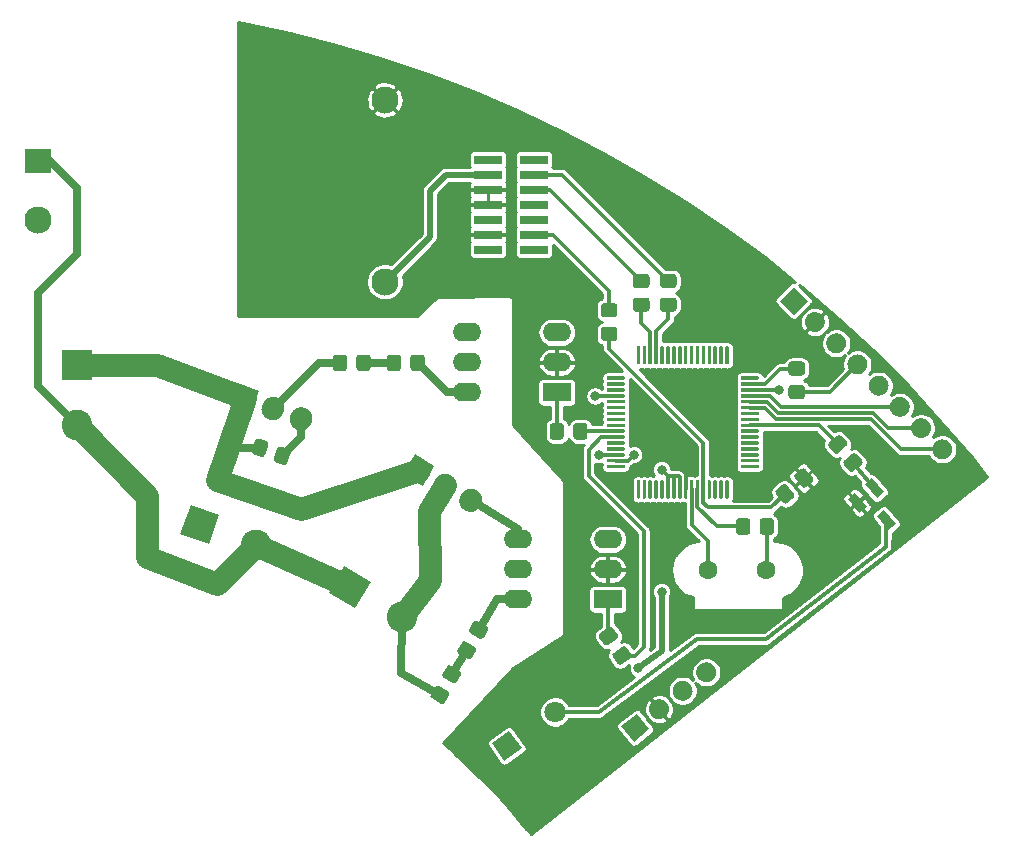
<source format=gbr>
%TF.GenerationSoftware,KiCad,Pcbnew,(5.1.9)-1*%
%TF.CreationDate,2021-12-25T05:37:13+03:00*%
%TF.ProjectId,filadry2,66696c61-6472-4793-922e-6b696361645f,rev?*%
%TF.SameCoordinates,Original*%
%TF.FileFunction,Copper,L1,Top*%
%TF.FilePolarity,Positive*%
%FSLAX46Y46*%
G04 Gerber Fmt 4.6, Leading zero omitted, Abs format (unit mm)*
G04 Created by KiCad (PCBNEW (5.1.9)-1) date 2021-12-25 05:37:13*
%MOMM*%
%LPD*%
G01*
G04 APERTURE LIST*
%TA.AperFunction,ComponentPad*%
%ADD10C,2.300000*%
%TD*%
%TA.AperFunction,ComponentPad*%
%ADD11R,2.300000X2.000000*%
%TD*%
%TA.AperFunction,ComponentPad*%
%ADD12C,1.600000*%
%TD*%
%TA.AperFunction,ComponentPad*%
%ADD13O,2.400000X1.600000*%
%TD*%
%TA.AperFunction,ComponentPad*%
%ADD14R,2.400000X1.600000*%
%TD*%
%TA.AperFunction,ComponentPad*%
%ADD15C,0.100000*%
%TD*%
%TA.AperFunction,SMDPad,CuDef*%
%ADD16C,0.100000*%
%TD*%
%TA.AperFunction,ComponentPad*%
%ADD17R,2.600000X2.600000*%
%TD*%
%TA.AperFunction,ComponentPad*%
%ADD18C,2.600000*%
%TD*%
%TA.AperFunction,SMDPad,CuDef*%
%ADD19R,2.400000X0.740000*%
%TD*%
%TA.AperFunction,ComponentPad*%
%ADD20C,1.800000*%
%TD*%
%TA.AperFunction,ViaPad*%
%ADD21C,0.800000*%
%TD*%
%TA.AperFunction,Conductor*%
%ADD22C,0.300000*%
%TD*%
%TA.AperFunction,Conductor*%
%ADD23C,0.500000*%
%TD*%
%TA.AperFunction,Conductor*%
%ADD24C,0.700000*%
%TD*%
%TA.AperFunction,Conductor*%
%ADD25C,1.905000*%
%TD*%
%TA.AperFunction,Conductor*%
%ADD26C,0.254000*%
%TD*%
%TA.AperFunction,Conductor*%
%ADD27C,0.100000*%
%TD*%
G04 APERTURE END LIST*
D10*
%TO.P,PS1,4*%
%TO.N,+3V3*%
X52310800Y-42813600D03*
%TO.P,PS1,2*%
%TO.N,AC_N*%
X22910800Y-37613600D03*
D11*
%TO.P,PS1,1*%
%TO.N,AC_L*%
X22910800Y-32613600D03*
D10*
%TO.P,PS1,3*%
%TO.N,GND*%
X52310800Y-27413600D03*
%TD*%
D12*
%TO.P,Y1,2*%
%TO.N,Net-(C2-Pad1)*%
X84584646Y-67214675D03*
%TO.P,Y1,1*%
%TO.N,Net-(C1-Pad1)*%
X79684646Y-67214675D03*
%TD*%
D13*
%TO.P,U4,6*%
%TO.N,Net-(R11-Pad2)*%
X63550800Y-69697600D03*
%TO.P,U4,3*%
%TO.N,Net-(U4-Pad3)*%
X71170800Y-64617600D03*
%TO.P,U4,5*%
%TO.N,Net-(U4-Pad5)*%
X63550800Y-67157600D03*
%TO.P,U4,2*%
%TO.N,GND*%
X71170800Y-67157600D03*
%TO.P,U4,4*%
%TO.N,Net-(Q3-Pad3)*%
X63550800Y-64617600D03*
D14*
%TO.P,U4,1*%
%TO.N,Net-(R8-Pad1)*%
X71170800Y-69697600D03*
%TD*%
D13*
%TO.P,U3,6*%
%TO.N,Net-(R10-Pad2)*%
X59232800Y-52171600D03*
%TO.P,U3,3*%
%TO.N,Net-(U3-Pad3)*%
X66852800Y-47091600D03*
%TO.P,U3,5*%
%TO.N,Net-(U3-Pad5)*%
X59232800Y-49631600D03*
%TO.P,U3,2*%
%TO.N,GND*%
X66852800Y-49631600D03*
%TO.P,U3,4*%
%TO.N,Net-(Q2-Pad3)*%
X59232800Y-47091600D03*
D14*
%TO.P,U3,1*%
%TO.N,Net-(R7-Pad1)*%
X66852800Y-52171600D03*
%TD*%
%TO.P,U1,64*%
%TO.N,Net-(U1-Pad64)*%
%TA.AperFunction,SMDPad,CuDef*%
G36*
G01*
X72545800Y-58611600D02*
X71145800Y-58611600D01*
G75*
G02*
X71070800Y-58536600I0J75000D01*
G01*
X71070800Y-58386600D01*
G75*
G02*
X71145800Y-58311600I75000J0D01*
G01*
X72545800Y-58311600D01*
G75*
G02*
X72620800Y-58386600I0J-75000D01*
G01*
X72620800Y-58536600D01*
G75*
G02*
X72545800Y-58611600I-75000J0D01*
G01*
G37*
%TD.AperFunction*%
%TO.P,U1,63*%
%TO.N,BME_SDA*%
%TA.AperFunction,SMDPad,CuDef*%
G36*
G01*
X72545800Y-58111600D02*
X71145800Y-58111600D01*
G75*
G02*
X71070800Y-58036600I0J75000D01*
G01*
X71070800Y-57886600D01*
G75*
G02*
X71145800Y-57811600I75000J0D01*
G01*
X72545800Y-57811600D01*
G75*
G02*
X72620800Y-57886600I0J-75000D01*
G01*
X72620800Y-58036600D01*
G75*
G02*
X72545800Y-58111600I-75000J0D01*
G01*
G37*
%TD.AperFunction*%
%TO.P,U1,62*%
%TO.N,BME_SCL*%
%TA.AperFunction,SMDPad,CuDef*%
G36*
G01*
X72545800Y-57611600D02*
X71145800Y-57611600D01*
G75*
G02*
X71070800Y-57536600I0J75000D01*
G01*
X71070800Y-57386600D01*
G75*
G02*
X71145800Y-57311600I75000J0D01*
G01*
X72545800Y-57311600D01*
G75*
G02*
X72620800Y-57386600I0J-75000D01*
G01*
X72620800Y-57536600D01*
G75*
G02*
X72545800Y-57611600I-75000J0D01*
G01*
G37*
%TD.AperFunction*%
%TO.P,U1,61*%
%TO.N,Net-(U1-Pad61)*%
%TA.AperFunction,SMDPad,CuDef*%
G36*
G01*
X72545800Y-57111600D02*
X71145800Y-57111600D01*
G75*
G02*
X71070800Y-57036600I0J75000D01*
G01*
X71070800Y-56886600D01*
G75*
G02*
X71145800Y-56811600I75000J0D01*
G01*
X72545800Y-56811600D01*
G75*
G02*
X72620800Y-56886600I0J-75000D01*
G01*
X72620800Y-57036600D01*
G75*
G02*
X72545800Y-57111600I-75000J0D01*
G01*
G37*
%TD.AperFunction*%
%TO.P,U1,60*%
%TO.N,Net-(U1-Pad60)*%
%TA.AperFunction,SMDPad,CuDef*%
G36*
G01*
X72545800Y-56611600D02*
X71145800Y-56611600D01*
G75*
G02*
X71070800Y-56536600I0J75000D01*
G01*
X71070800Y-56386600D01*
G75*
G02*
X71145800Y-56311600I75000J0D01*
G01*
X72545800Y-56311600D01*
G75*
G02*
X72620800Y-56386600I0J-75000D01*
G01*
X72620800Y-56536600D01*
G75*
G02*
X72545800Y-56611600I-75000J0D01*
G01*
G37*
%TD.AperFunction*%
%TO.P,U1,59*%
%TO.N,Gate_Fan*%
%TA.AperFunction,SMDPad,CuDef*%
G36*
G01*
X72545800Y-56111600D02*
X71145800Y-56111600D01*
G75*
G02*
X71070800Y-56036600I0J75000D01*
G01*
X71070800Y-55886600D01*
G75*
G02*
X71145800Y-55811600I75000J0D01*
G01*
X72545800Y-55811600D01*
G75*
G02*
X72620800Y-55886600I0J-75000D01*
G01*
X72620800Y-56036600D01*
G75*
G02*
X72545800Y-56111600I-75000J0D01*
G01*
G37*
%TD.AperFunction*%
%TO.P,U1,58*%
%TO.N,Gate_Heater*%
%TA.AperFunction,SMDPad,CuDef*%
G36*
G01*
X72545800Y-55611600D02*
X71145800Y-55611600D01*
G75*
G02*
X71070800Y-55536600I0J75000D01*
G01*
X71070800Y-55386600D01*
G75*
G02*
X71145800Y-55311600I75000J0D01*
G01*
X72545800Y-55311600D01*
G75*
G02*
X72620800Y-55386600I0J-75000D01*
G01*
X72620800Y-55536600D01*
G75*
G02*
X72545800Y-55611600I-75000J0D01*
G01*
G37*
%TD.AperFunction*%
%TO.P,U1,57*%
%TO.N,Net-(U1-Pad57)*%
%TA.AperFunction,SMDPad,CuDef*%
G36*
G01*
X72545800Y-55111600D02*
X71145800Y-55111600D01*
G75*
G02*
X71070800Y-55036600I0J75000D01*
G01*
X71070800Y-54886600D01*
G75*
G02*
X71145800Y-54811600I75000J0D01*
G01*
X72545800Y-54811600D01*
G75*
G02*
X72620800Y-54886600I0J-75000D01*
G01*
X72620800Y-55036600D01*
G75*
G02*
X72545800Y-55111600I-75000J0D01*
G01*
G37*
%TD.AperFunction*%
%TO.P,U1,56*%
%TO.N,Net-(U1-Pad56)*%
%TA.AperFunction,SMDPad,CuDef*%
G36*
G01*
X72545800Y-54611600D02*
X71145800Y-54611600D01*
G75*
G02*
X71070800Y-54536600I0J75000D01*
G01*
X71070800Y-54386600D01*
G75*
G02*
X71145800Y-54311600I75000J0D01*
G01*
X72545800Y-54311600D01*
G75*
G02*
X72620800Y-54386600I0J-75000D01*
G01*
X72620800Y-54536600D01*
G75*
G02*
X72545800Y-54611600I-75000J0D01*
G01*
G37*
%TD.AperFunction*%
%TO.P,U1,55*%
%TO.N,Net-(U1-Pad55)*%
%TA.AperFunction,SMDPad,CuDef*%
G36*
G01*
X72545800Y-54111600D02*
X71145800Y-54111600D01*
G75*
G02*
X71070800Y-54036600I0J75000D01*
G01*
X71070800Y-53886600D01*
G75*
G02*
X71145800Y-53811600I75000J0D01*
G01*
X72545800Y-53811600D01*
G75*
G02*
X72620800Y-53886600I0J-75000D01*
G01*
X72620800Y-54036600D01*
G75*
G02*
X72545800Y-54111600I-75000J0D01*
G01*
G37*
%TD.AperFunction*%
%TO.P,U1,54*%
%TO.N,Net-(U1-Pad54)*%
%TA.AperFunction,SMDPad,CuDef*%
G36*
G01*
X72545800Y-53611600D02*
X71145800Y-53611600D01*
G75*
G02*
X71070800Y-53536600I0J75000D01*
G01*
X71070800Y-53386600D01*
G75*
G02*
X71145800Y-53311600I75000J0D01*
G01*
X72545800Y-53311600D01*
G75*
G02*
X72620800Y-53386600I0J-75000D01*
G01*
X72620800Y-53536600D01*
G75*
G02*
X72545800Y-53611600I-75000J0D01*
G01*
G37*
%TD.AperFunction*%
%TO.P,U1,53*%
%TO.N,Net-(U1-Pad53)*%
%TA.AperFunction,SMDPad,CuDef*%
G36*
G01*
X72545800Y-53111600D02*
X71145800Y-53111600D01*
G75*
G02*
X71070800Y-53036600I0J75000D01*
G01*
X71070800Y-52886600D01*
G75*
G02*
X71145800Y-52811600I75000J0D01*
G01*
X72545800Y-52811600D01*
G75*
G02*
X72620800Y-52886600I0J-75000D01*
G01*
X72620800Y-53036600D01*
G75*
G02*
X72545800Y-53111600I-75000J0D01*
G01*
G37*
%TD.AperFunction*%
%TO.P,U1,52*%
%TO.N,ZeroCross*%
%TA.AperFunction,SMDPad,CuDef*%
G36*
G01*
X72545800Y-52611600D02*
X71145800Y-52611600D01*
G75*
G02*
X71070800Y-52536600I0J75000D01*
G01*
X71070800Y-52386600D01*
G75*
G02*
X71145800Y-52311600I75000J0D01*
G01*
X72545800Y-52311600D01*
G75*
G02*
X72620800Y-52386600I0J-75000D01*
G01*
X72620800Y-52536600D01*
G75*
G02*
X72545800Y-52611600I-75000J0D01*
G01*
G37*
%TD.AperFunction*%
%TO.P,U1,51*%
%TO.N,Net-(U1-Pad51)*%
%TA.AperFunction,SMDPad,CuDef*%
G36*
G01*
X72545800Y-52111600D02*
X71145800Y-52111600D01*
G75*
G02*
X71070800Y-52036600I0J75000D01*
G01*
X71070800Y-51886600D01*
G75*
G02*
X71145800Y-51811600I75000J0D01*
G01*
X72545800Y-51811600D01*
G75*
G02*
X72620800Y-51886600I0J-75000D01*
G01*
X72620800Y-52036600D01*
G75*
G02*
X72545800Y-52111600I-75000J0D01*
G01*
G37*
%TD.AperFunction*%
%TO.P,U1,50*%
%TO.N,Net-(U1-Pad50)*%
%TA.AperFunction,SMDPad,CuDef*%
G36*
G01*
X72545800Y-51611600D02*
X71145800Y-51611600D01*
G75*
G02*
X71070800Y-51536600I0J75000D01*
G01*
X71070800Y-51386600D01*
G75*
G02*
X71145800Y-51311600I75000J0D01*
G01*
X72545800Y-51311600D01*
G75*
G02*
X72620800Y-51386600I0J-75000D01*
G01*
X72620800Y-51536600D01*
G75*
G02*
X72545800Y-51611600I-75000J0D01*
G01*
G37*
%TD.AperFunction*%
%TO.P,U1,49*%
%TO.N,Net-(U1-Pad49)*%
%TA.AperFunction,SMDPad,CuDef*%
G36*
G01*
X72545800Y-51111600D02*
X71145800Y-51111600D01*
G75*
G02*
X71070800Y-51036600I0J75000D01*
G01*
X71070800Y-50886600D01*
G75*
G02*
X71145800Y-50811600I75000J0D01*
G01*
X72545800Y-50811600D01*
G75*
G02*
X72620800Y-50886600I0J-75000D01*
G01*
X72620800Y-51036600D01*
G75*
G02*
X72545800Y-51111600I-75000J0D01*
G01*
G37*
%TD.AperFunction*%
%TO.P,U1,48*%
%TO.N,Net-(U1-Pad48)*%
%TA.AperFunction,SMDPad,CuDef*%
G36*
G01*
X73845800Y-49811600D02*
X73695800Y-49811600D01*
G75*
G02*
X73620800Y-49736600I0J75000D01*
G01*
X73620800Y-48336600D01*
G75*
G02*
X73695800Y-48261600I75000J0D01*
G01*
X73845800Y-48261600D01*
G75*
G02*
X73920800Y-48336600I0J-75000D01*
G01*
X73920800Y-49736600D01*
G75*
G02*
X73845800Y-49811600I-75000J0D01*
G01*
G37*
%TD.AperFunction*%
%TO.P,U1,47*%
%TO.N,Net-(U1-Pad47)*%
%TA.AperFunction,SMDPad,CuDef*%
G36*
G01*
X74345800Y-49811600D02*
X74195800Y-49811600D01*
G75*
G02*
X74120800Y-49736600I0J75000D01*
G01*
X74120800Y-48336600D01*
G75*
G02*
X74195800Y-48261600I75000J0D01*
G01*
X74345800Y-48261600D01*
G75*
G02*
X74420800Y-48336600I0J-75000D01*
G01*
X74420800Y-49736600D01*
G75*
G02*
X74345800Y-49811600I-75000J0D01*
G01*
G37*
%TD.AperFunction*%
%TO.P,U1,46*%
%TO.N,SWCLK*%
%TA.AperFunction,SMDPad,CuDef*%
G36*
G01*
X74845800Y-49811600D02*
X74695800Y-49811600D01*
G75*
G02*
X74620800Y-49736600I0J75000D01*
G01*
X74620800Y-48336600D01*
G75*
G02*
X74695800Y-48261600I75000J0D01*
G01*
X74845800Y-48261600D01*
G75*
G02*
X74920800Y-48336600I0J-75000D01*
G01*
X74920800Y-49736600D01*
G75*
G02*
X74845800Y-49811600I-75000J0D01*
G01*
G37*
%TD.AperFunction*%
%TO.P,U1,45*%
%TO.N,SWDIO*%
%TA.AperFunction,SMDPad,CuDef*%
G36*
G01*
X75345800Y-49811600D02*
X75195800Y-49811600D01*
G75*
G02*
X75120800Y-49736600I0J75000D01*
G01*
X75120800Y-48336600D01*
G75*
G02*
X75195800Y-48261600I75000J0D01*
G01*
X75345800Y-48261600D01*
G75*
G02*
X75420800Y-48336600I0J-75000D01*
G01*
X75420800Y-49736600D01*
G75*
G02*
X75345800Y-49811600I-75000J0D01*
G01*
G37*
%TD.AperFunction*%
%TO.P,U1,44*%
%TO.N,Net-(U1-Pad44)*%
%TA.AperFunction,SMDPad,CuDef*%
G36*
G01*
X75845800Y-49811600D02*
X75695800Y-49811600D01*
G75*
G02*
X75620800Y-49736600I0J75000D01*
G01*
X75620800Y-48336600D01*
G75*
G02*
X75695800Y-48261600I75000J0D01*
G01*
X75845800Y-48261600D01*
G75*
G02*
X75920800Y-48336600I0J-75000D01*
G01*
X75920800Y-49736600D01*
G75*
G02*
X75845800Y-49811600I-75000J0D01*
G01*
G37*
%TD.AperFunction*%
%TO.P,U1,43*%
%TO.N,Net-(U1-Pad43)*%
%TA.AperFunction,SMDPad,CuDef*%
G36*
G01*
X76345800Y-49811600D02*
X76195800Y-49811600D01*
G75*
G02*
X76120800Y-49736600I0J75000D01*
G01*
X76120800Y-48336600D01*
G75*
G02*
X76195800Y-48261600I75000J0D01*
G01*
X76345800Y-48261600D01*
G75*
G02*
X76420800Y-48336600I0J-75000D01*
G01*
X76420800Y-49736600D01*
G75*
G02*
X76345800Y-49811600I-75000J0D01*
G01*
G37*
%TD.AperFunction*%
%TO.P,U1,42*%
%TO.N,Net-(U1-Pad42)*%
%TA.AperFunction,SMDPad,CuDef*%
G36*
G01*
X76845800Y-49811600D02*
X76695800Y-49811600D01*
G75*
G02*
X76620800Y-49736600I0J75000D01*
G01*
X76620800Y-48336600D01*
G75*
G02*
X76695800Y-48261600I75000J0D01*
G01*
X76845800Y-48261600D01*
G75*
G02*
X76920800Y-48336600I0J-75000D01*
G01*
X76920800Y-49736600D01*
G75*
G02*
X76845800Y-49811600I-75000J0D01*
G01*
G37*
%TD.AperFunction*%
%TO.P,U1,41*%
%TO.N,Net-(U1-Pad41)*%
%TA.AperFunction,SMDPad,CuDef*%
G36*
G01*
X77345800Y-49811600D02*
X77195800Y-49811600D01*
G75*
G02*
X77120800Y-49736600I0J75000D01*
G01*
X77120800Y-48336600D01*
G75*
G02*
X77195800Y-48261600I75000J0D01*
G01*
X77345800Y-48261600D01*
G75*
G02*
X77420800Y-48336600I0J-75000D01*
G01*
X77420800Y-49736600D01*
G75*
G02*
X77345800Y-49811600I-75000J0D01*
G01*
G37*
%TD.AperFunction*%
%TO.P,U1,40*%
%TO.N,Net-(U1-Pad40)*%
%TA.AperFunction,SMDPad,CuDef*%
G36*
G01*
X77845800Y-49811600D02*
X77695800Y-49811600D01*
G75*
G02*
X77620800Y-49736600I0J75000D01*
G01*
X77620800Y-48336600D01*
G75*
G02*
X77695800Y-48261600I75000J0D01*
G01*
X77845800Y-48261600D01*
G75*
G02*
X77920800Y-48336600I0J-75000D01*
G01*
X77920800Y-49736600D01*
G75*
G02*
X77845800Y-49811600I-75000J0D01*
G01*
G37*
%TD.AperFunction*%
%TO.P,U1,39*%
%TO.N,Net-(U1-Pad39)*%
%TA.AperFunction,SMDPad,CuDef*%
G36*
G01*
X78345800Y-49811600D02*
X78195800Y-49811600D01*
G75*
G02*
X78120800Y-49736600I0J75000D01*
G01*
X78120800Y-48336600D01*
G75*
G02*
X78195800Y-48261600I75000J0D01*
G01*
X78345800Y-48261600D01*
G75*
G02*
X78420800Y-48336600I0J-75000D01*
G01*
X78420800Y-49736600D01*
G75*
G02*
X78345800Y-49811600I-75000J0D01*
G01*
G37*
%TD.AperFunction*%
%TO.P,U1,38*%
%TO.N,Net-(U1-Pad38)*%
%TA.AperFunction,SMDPad,CuDef*%
G36*
G01*
X78845800Y-49811600D02*
X78695800Y-49811600D01*
G75*
G02*
X78620800Y-49736600I0J75000D01*
G01*
X78620800Y-48336600D01*
G75*
G02*
X78695800Y-48261600I75000J0D01*
G01*
X78845800Y-48261600D01*
G75*
G02*
X78920800Y-48336600I0J-75000D01*
G01*
X78920800Y-49736600D01*
G75*
G02*
X78845800Y-49811600I-75000J0D01*
G01*
G37*
%TD.AperFunction*%
%TO.P,U1,37*%
%TO.N,Net-(U1-Pad37)*%
%TA.AperFunction,SMDPad,CuDef*%
G36*
G01*
X79345800Y-49811600D02*
X79195800Y-49811600D01*
G75*
G02*
X79120800Y-49736600I0J75000D01*
G01*
X79120800Y-48336600D01*
G75*
G02*
X79195800Y-48261600I75000J0D01*
G01*
X79345800Y-48261600D01*
G75*
G02*
X79420800Y-48336600I0J-75000D01*
G01*
X79420800Y-49736600D01*
G75*
G02*
X79345800Y-49811600I-75000J0D01*
G01*
G37*
%TD.AperFunction*%
%TO.P,U1,36*%
%TO.N,Net-(U1-Pad36)*%
%TA.AperFunction,SMDPad,CuDef*%
G36*
G01*
X79845800Y-49811600D02*
X79695800Y-49811600D01*
G75*
G02*
X79620800Y-49736600I0J75000D01*
G01*
X79620800Y-48336600D01*
G75*
G02*
X79695800Y-48261600I75000J0D01*
G01*
X79845800Y-48261600D01*
G75*
G02*
X79920800Y-48336600I0J-75000D01*
G01*
X79920800Y-49736600D01*
G75*
G02*
X79845800Y-49811600I-75000J0D01*
G01*
G37*
%TD.AperFunction*%
%TO.P,U1,35*%
%TO.N,Net-(U1-Pad35)*%
%TA.AperFunction,SMDPad,CuDef*%
G36*
G01*
X80345800Y-49811600D02*
X80195800Y-49811600D01*
G75*
G02*
X80120800Y-49736600I0J75000D01*
G01*
X80120800Y-48336600D01*
G75*
G02*
X80195800Y-48261600I75000J0D01*
G01*
X80345800Y-48261600D01*
G75*
G02*
X80420800Y-48336600I0J-75000D01*
G01*
X80420800Y-49736600D01*
G75*
G02*
X80345800Y-49811600I-75000J0D01*
G01*
G37*
%TD.AperFunction*%
%TO.P,U1,34*%
%TO.N,Net-(U1-Pad34)*%
%TA.AperFunction,SMDPad,CuDef*%
G36*
G01*
X80845800Y-49811600D02*
X80695800Y-49811600D01*
G75*
G02*
X80620800Y-49736600I0J75000D01*
G01*
X80620800Y-48336600D01*
G75*
G02*
X80695800Y-48261600I75000J0D01*
G01*
X80845800Y-48261600D01*
G75*
G02*
X80920800Y-48336600I0J-75000D01*
G01*
X80920800Y-49736600D01*
G75*
G02*
X80845800Y-49811600I-75000J0D01*
G01*
G37*
%TD.AperFunction*%
%TO.P,U1,33*%
%TO.N,Net-(U1-Pad33)*%
%TA.AperFunction,SMDPad,CuDef*%
G36*
G01*
X81345800Y-49811600D02*
X81195800Y-49811600D01*
G75*
G02*
X81120800Y-49736600I0J75000D01*
G01*
X81120800Y-48336600D01*
G75*
G02*
X81195800Y-48261600I75000J0D01*
G01*
X81345800Y-48261600D01*
G75*
G02*
X81420800Y-48336600I0J-75000D01*
G01*
X81420800Y-49736600D01*
G75*
G02*
X81345800Y-49811600I-75000J0D01*
G01*
G37*
%TD.AperFunction*%
%TO.P,U1,32*%
%TO.N,Net-(U1-Pad32)*%
%TA.AperFunction,SMDPad,CuDef*%
G36*
G01*
X83895800Y-51111600D02*
X82495800Y-51111600D01*
G75*
G02*
X82420800Y-51036600I0J75000D01*
G01*
X82420800Y-50886600D01*
G75*
G02*
X82495800Y-50811600I75000J0D01*
G01*
X83895800Y-50811600D01*
G75*
G02*
X83970800Y-50886600I0J-75000D01*
G01*
X83970800Y-51036600D01*
G75*
G02*
X83895800Y-51111600I-75000J0D01*
G01*
G37*
%TD.AperFunction*%
%TO.P,U1,31*%
%TO.N,OLED_SDA*%
%TA.AperFunction,SMDPad,CuDef*%
G36*
G01*
X83895800Y-51611600D02*
X82495800Y-51611600D01*
G75*
G02*
X82420800Y-51536600I0J75000D01*
G01*
X82420800Y-51386600D01*
G75*
G02*
X82495800Y-51311600I75000J0D01*
G01*
X83895800Y-51311600D01*
G75*
G02*
X83970800Y-51386600I0J-75000D01*
G01*
X83970800Y-51536600D01*
G75*
G02*
X83895800Y-51611600I-75000J0D01*
G01*
G37*
%TD.AperFunction*%
%TO.P,U1,30*%
%TO.N,OLED_SCL*%
%TA.AperFunction,SMDPad,CuDef*%
G36*
G01*
X83895800Y-52111600D02*
X82495800Y-52111600D01*
G75*
G02*
X82420800Y-52036600I0J75000D01*
G01*
X82420800Y-51886600D01*
G75*
G02*
X82495800Y-51811600I75000J0D01*
G01*
X83895800Y-51811600D01*
G75*
G02*
X83970800Y-51886600I0J-75000D01*
G01*
X83970800Y-52036600D01*
G75*
G02*
X83895800Y-52111600I-75000J0D01*
G01*
G37*
%TD.AperFunction*%
%TO.P,U1,29*%
%TO.N,KEY_UP*%
%TA.AperFunction,SMDPad,CuDef*%
G36*
G01*
X83895800Y-52611600D02*
X82495800Y-52611600D01*
G75*
G02*
X82420800Y-52536600I0J75000D01*
G01*
X82420800Y-52386600D01*
G75*
G02*
X82495800Y-52311600I75000J0D01*
G01*
X83895800Y-52311600D01*
G75*
G02*
X83970800Y-52386600I0J-75000D01*
G01*
X83970800Y-52536600D01*
G75*
G02*
X83895800Y-52611600I-75000J0D01*
G01*
G37*
%TD.AperFunction*%
%TO.P,U1,28*%
%TO.N,KEY_OK*%
%TA.AperFunction,SMDPad,CuDef*%
G36*
G01*
X83895800Y-53111600D02*
X82495800Y-53111600D01*
G75*
G02*
X82420800Y-53036600I0J75000D01*
G01*
X82420800Y-52886600D01*
G75*
G02*
X82495800Y-52811600I75000J0D01*
G01*
X83895800Y-52811600D01*
G75*
G02*
X83970800Y-52886600I0J-75000D01*
G01*
X83970800Y-53036600D01*
G75*
G02*
X83895800Y-53111600I-75000J0D01*
G01*
G37*
%TD.AperFunction*%
%TO.P,U1,27*%
%TO.N,KEY_DN*%
%TA.AperFunction,SMDPad,CuDef*%
G36*
G01*
X83895800Y-53611600D02*
X82495800Y-53611600D01*
G75*
G02*
X82420800Y-53536600I0J75000D01*
G01*
X82420800Y-53386600D01*
G75*
G02*
X82495800Y-53311600I75000J0D01*
G01*
X83895800Y-53311600D01*
G75*
G02*
X83970800Y-53386600I0J-75000D01*
G01*
X83970800Y-53536600D01*
G75*
G02*
X83895800Y-53611600I-75000J0D01*
G01*
G37*
%TD.AperFunction*%
%TO.P,U1,26*%
%TO.N,Net-(U1-Pad26)*%
%TA.AperFunction,SMDPad,CuDef*%
G36*
G01*
X83895800Y-54111600D02*
X82495800Y-54111600D01*
G75*
G02*
X82420800Y-54036600I0J75000D01*
G01*
X82420800Y-53886600D01*
G75*
G02*
X82495800Y-53811600I75000J0D01*
G01*
X83895800Y-53811600D01*
G75*
G02*
X83970800Y-53886600I0J-75000D01*
G01*
X83970800Y-54036600D01*
G75*
G02*
X83895800Y-54111600I-75000J0D01*
G01*
G37*
%TD.AperFunction*%
%TO.P,U1,25*%
%TO.N,Net-(U1-Pad25)*%
%TA.AperFunction,SMDPad,CuDef*%
G36*
G01*
X83895800Y-54611600D02*
X82495800Y-54611600D01*
G75*
G02*
X82420800Y-54536600I0J75000D01*
G01*
X82420800Y-54386600D01*
G75*
G02*
X82495800Y-54311600I75000J0D01*
G01*
X83895800Y-54311600D01*
G75*
G02*
X83970800Y-54386600I0J-75000D01*
G01*
X83970800Y-54536600D01*
G75*
G02*
X83895800Y-54611600I-75000J0D01*
G01*
G37*
%TD.AperFunction*%
%TO.P,U1,24*%
%TO.N,Buzzer*%
%TA.AperFunction,SMDPad,CuDef*%
G36*
G01*
X83895800Y-55111600D02*
X82495800Y-55111600D01*
G75*
G02*
X82420800Y-55036600I0J75000D01*
G01*
X82420800Y-54886600D01*
G75*
G02*
X82495800Y-54811600I75000J0D01*
G01*
X83895800Y-54811600D01*
G75*
G02*
X83970800Y-54886600I0J-75000D01*
G01*
X83970800Y-55036600D01*
G75*
G02*
X83895800Y-55111600I-75000J0D01*
G01*
G37*
%TD.AperFunction*%
%TO.P,U1,23*%
%TO.N,Net-(U1-Pad23)*%
%TA.AperFunction,SMDPad,CuDef*%
G36*
G01*
X83895800Y-55611600D02*
X82495800Y-55611600D01*
G75*
G02*
X82420800Y-55536600I0J75000D01*
G01*
X82420800Y-55386600D01*
G75*
G02*
X82495800Y-55311600I75000J0D01*
G01*
X83895800Y-55311600D01*
G75*
G02*
X83970800Y-55386600I0J-75000D01*
G01*
X83970800Y-55536600D01*
G75*
G02*
X83895800Y-55611600I-75000J0D01*
G01*
G37*
%TD.AperFunction*%
%TO.P,U1,22*%
%TO.N,Net-(U1-Pad22)*%
%TA.AperFunction,SMDPad,CuDef*%
G36*
G01*
X83895800Y-56111600D02*
X82495800Y-56111600D01*
G75*
G02*
X82420800Y-56036600I0J75000D01*
G01*
X82420800Y-55886600D01*
G75*
G02*
X82495800Y-55811600I75000J0D01*
G01*
X83895800Y-55811600D01*
G75*
G02*
X83970800Y-55886600I0J-75000D01*
G01*
X83970800Y-56036600D01*
G75*
G02*
X83895800Y-56111600I-75000J0D01*
G01*
G37*
%TD.AperFunction*%
%TO.P,U1,21*%
%TO.N,Net-(U1-Pad21)*%
%TA.AperFunction,SMDPad,CuDef*%
G36*
G01*
X83895800Y-56611600D02*
X82495800Y-56611600D01*
G75*
G02*
X82420800Y-56536600I0J75000D01*
G01*
X82420800Y-56386600D01*
G75*
G02*
X82495800Y-56311600I75000J0D01*
G01*
X83895800Y-56311600D01*
G75*
G02*
X83970800Y-56386600I0J-75000D01*
G01*
X83970800Y-56536600D01*
G75*
G02*
X83895800Y-56611600I-75000J0D01*
G01*
G37*
%TD.AperFunction*%
%TO.P,U1,20*%
%TO.N,Net-(U1-Pad20)*%
%TA.AperFunction,SMDPad,CuDef*%
G36*
G01*
X83895800Y-57111600D02*
X82495800Y-57111600D01*
G75*
G02*
X82420800Y-57036600I0J75000D01*
G01*
X82420800Y-56886600D01*
G75*
G02*
X82495800Y-56811600I75000J0D01*
G01*
X83895800Y-56811600D01*
G75*
G02*
X83970800Y-56886600I0J-75000D01*
G01*
X83970800Y-57036600D01*
G75*
G02*
X83895800Y-57111600I-75000J0D01*
G01*
G37*
%TD.AperFunction*%
%TO.P,U1,19*%
%TO.N,Net-(U1-Pad19)*%
%TA.AperFunction,SMDPad,CuDef*%
G36*
G01*
X83895800Y-57611600D02*
X82495800Y-57611600D01*
G75*
G02*
X82420800Y-57536600I0J75000D01*
G01*
X82420800Y-57386600D01*
G75*
G02*
X82495800Y-57311600I75000J0D01*
G01*
X83895800Y-57311600D01*
G75*
G02*
X83970800Y-57386600I0J-75000D01*
G01*
X83970800Y-57536600D01*
G75*
G02*
X83895800Y-57611600I-75000J0D01*
G01*
G37*
%TD.AperFunction*%
%TO.P,U1,18*%
%TO.N,Net-(U1-Pad18)*%
%TA.AperFunction,SMDPad,CuDef*%
G36*
G01*
X83895800Y-58111600D02*
X82495800Y-58111600D01*
G75*
G02*
X82420800Y-58036600I0J75000D01*
G01*
X82420800Y-57886600D01*
G75*
G02*
X82495800Y-57811600I75000J0D01*
G01*
X83895800Y-57811600D01*
G75*
G02*
X83970800Y-57886600I0J-75000D01*
G01*
X83970800Y-58036600D01*
G75*
G02*
X83895800Y-58111600I-75000J0D01*
G01*
G37*
%TD.AperFunction*%
%TO.P,U1,17*%
%TO.N,Net-(U1-Pad17)*%
%TA.AperFunction,SMDPad,CuDef*%
G36*
G01*
X83895800Y-58611600D02*
X82495800Y-58611600D01*
G75*
G02*
X82420800Y-58536600I0J75000D01*
G01*
X82420800Y-58386600D01*
G75*
G02*
X82495800Y-58311600I75000J0D01*
G01*
X83895800Y-58311600D01*
G75*
G02*
X83970800Y-58386600I0J-75000D01*
G01*
X83970800Y-58536600D01*
G75*
G02*
X83895800Y-58611600I-75000J0D01*
G01*
G37*
%TD.AperFunction*%
%TO.P,U1,16*%
%TO.N,Net-(U1-Pad16)*%
%TA.AperFunction,SMDPad,CuDef*%
G36*
G01*
X81345800Y-61161600D02*
X81195800Y-61161600D01*
G75*
G02*
X81120800Y-61086600I0J75000D01*
G01*
X81120800Y-59686600D01*
G75*
G02*
X81195800Y-59611600I75000J0D01*
G01*
X81345800Y-59611600D01*
G75*
G02*
X81420800Y-59686600I0J-75000D01*
G01*
X81420800Y-61086600D01*
G75*
G02*
X81345800Y-61161600I-75000J0D01*
G01*
G37*
%TD.AperFunction*%
%TO.P,U1,15*%
%TO.N,Net-(U1-Pad15)*%
%TA.AperFunction,SMDPad,CuDef*%
G36*
G01*
X80845800Y-61161600D02*
X80695800Y-61161600D01*
G75*
G02*
X80620800Y-61086600I0J75000D01*
G01*
X80620800Y-59686600D01*
G75*
G02*
X80695800Y-59611600I75000J0D01*
G01*
X80845800Y-59611600D01*
G75*
G02*
X80920800Y-59686600I0J-75000D01*
G01*
X80920800Y-61086600D01*
G75*
G02*
X80845800Y-61161600I-75000J0D01*
G01*
G37*
%TD.AperFunction*%
%TO.P,U1,14*%
%TO.N,Net-(U1-Pad14)*%
%TA.AperFunction,SMDPad,CuDef*%
G36*
G01*
X80345800Y-61161600D02*
X80195800Y-61161600D01*
G75*
G02*
X80120800Y-61086600I0J75000D01*
G01*
X80120800Y-59686600D01*
G75*
G02*
X80195800Y-59611600I75000J0D01*
G01*
X80345800Y-59611600D01*
G75*
G02*
X80420800Y-59686600I0J-75000D01*
G01*
X80420800Y-61086600D01*
G75*
G02*
X80345800Y-61161600I-75000J0D01*
G01*
G37*
%TD.AperFunction*%
%TO.P,U1,13*%
%TO.N,Net-(U1-Pad13)*%
%TA.AperFunction,SMDPad,CuDef*%
G36*
G01*
X79845800Y-61161600D02*
X79695800Y-61161600D01*
G75*
G02*
X79620800Y-61086600I0J75000D01*
G01*
X79620800Y-59686600D01*
G75*
G02*
X79695800Y-59611600I75000J0D01*
G01*
X79845800Y-59611600D01*
G75*
G02*
X79920800Y-59686600I0J-75000D01*
G01*
X79920800Y-61086600D01*
G75*
G02*
X79845800Y-61161600I-75000J0D01*
G01*
G37*
%TD.AperFunction*%
%TO.P,U1,12*%
%TO.N,NRST*%
%TA.AperFunction,SMDPad,CuDef*%
G36*
G01*
X79345800Y-61161600D02*
X79195800Y-61161600D01*
G75*
G02*
X79120800Y-61086600I0J75000D01*
G01*
X79120800Y-59686600D01*
G75*
G02*
X79195800Y-59611600I75000J0D01*
G01*
X79345800Y-59611600D01*
G75*
G02*
X79420800Y-59686600I0J-75000D01*
G01*
X79420800Y-61086600D01*
G75*
G02*
X79345800Y-61161600I-75000J0D01*
G01*
G37*
%TD.AperFunction*%
%TO.P,U1,11*%
%TO.N,Net-(R2-Pad1)*%
%TA.AperFunction,SMDPad,CuDef*%
G36*
G01*
X78845800Y-61161600D02*
X78695800Y-61161600D01*
G75*
G02*
X78620800Y-61086600I0J75000D01*
G01*
X78620800Y-59686600D01*
G75*
G02*
X78695800Y-59611600I75000J0D01*
G01*
X78845800Y-59611600D01*
G75*
G02*
X78920800Y-59686600I0J-75000D01*
G01*
X78920800Y-61086600D01*
G75*
G02*
X78845800Y-61161600I-75000J0D01*
G01*
G37*
%TD.AperFunction*%
%TO.P,U1,10*%
%TO.N,Net-(C1-Pad1)*%
%TA.AperFunction,SMDPad,CuDef*%
G36*
G01*
X78345800Y-61161600D02*
X78195800Y-61161600D01*
G75*
G02*
X78120800Y-61086600I0J75000D01*
G01*
X78120800Y-59686600D01*
G75*
G02*
X78195800Y-59611600I75000J0D01*
G01*
X78345800Y-59611600D01*
G75*
G02*
X78420800Y-59686600I0J-75000D01*
G01*
X78420800Y-61086600D01*
G75*
G02*
X78345800Y-61161600I-75000J0D01*
G01*
G37*
%TD.AperFunction*%
%TO.P,U1,9*%
%TO.N,GND*%
%TA.AperFunction,SMDPad,CuDef*%
G36*
G01*
X77845800Y-61161600D02*
X77695800Y-61161600D01*
G75*
G02*
X77620800Y-61086600I0J75000D01*
G01*
X77620800Y-59686600D01*
G75*
G02*
X77695800Y-59611600I75000J0D01*
G01*
X77845800Y-59611600D01*
G75*
G02*
X77920800Y-59686600I0J-75000D01*
G01*
X77920800Y-61086600D01*
G75*
G02*
X77845800Y-61161600I-75000J0D01*
G01*
G37*
%TD.AperFunction*%
%TO.P,U1,8*%
%TO.N,+3V3*%
%TA.AperFunction,SMDPad,CuDef*%
G36*
G01*
X77345800Y-61161600D02*
X77195800Y-61161600D01*
G75*
G02*
X77120800Y-61086600I0J75000D01*
G01*
X77120800Y-59686600D01*
G75*
G02*
X77195800Y-59611600I75000J0D01*
G01*
X77345800Y-59611600D01*
G75*
G02*
X77420800Y-59686600I0J-75000D01*
G01*
X77420800Y-61086600D01*
G75*
G02*
X77345800Y-61161600I-75000J0D01*
G01*
G37*
%TD.AperFunction*%
%TO.P,U1,7*%
%TA.AperFunction,SMDPad,CuDef*%
G36*
G01*
X76845800Y-61161600D02*
X76695800Y-61161600D01*
G75*
G02*
X76620800Y-61086600I0J75000D01*
G01*
X76620800Y-59686600D01*
G75*
G02*
X76695800Y-59611600I75000J0D01*
G01*
X76845800Y-59611600D01*
G75*
G02*
X76920800Y-59686600I0J-75000D01*
G01*
X76920800Y-61086600D01*
G75*
G02*
X76845800Y-61161600I-75000J0D01*
G01*
G37*
%TD.AperFunction*%
%TO.P,U1,6*%
%TA.AperFunction,SMDPad,CuDef*%
G36*
G01*
X76345800Y-61161600D02*
X76195800Y-61161600D01*
G75*
G02*
X76120800Y-61086600I0J75000D01*
G01*
X76120800Y-59686600D01*
G75*
G02*
X76195800Y-59611600I75000J0D01*
G01*
X76345800Y-59611600D01*
G75*
G02*
X76420800Y-59686600I0J-75000D01*
G01*
X76420800Y-61086600D01*
G75*
G02*
X76345800Y-61161600I-75000J0D01*
G01*
G37*
%TD.AperFunction*%
%TO.P,U1,5*%
%TO.N,Net-(U1-Pad5)*%
%TA.AperFunction,SMDPad,CuDef*%
G36*
G01*
X75845800Y-61161600D02*
X75695800Y-61161600D01*
G75*
G02*
X75620800Y-61086600I0J75000D01*
G01*
X75620800Y-59686600D01*
G75*
G02*
X75695800Y-59611600I75000J0D01*
G01*
X75845800Y-59611600D01*
G75*
G02*
X75920800Y-59686600I0J-75000D01*
G01*
X75920800Y-61086600D01*
G75*
G02*
X75845800Y-61161600I-75000J0D01*
G01*
G37*
%TD.AperFunction*%
%TO.P,U1,4*%
%TO.N,Net-(U1-Pad4)*%
%TA.AperFunction,SMDPad,CuDef*%
G36*
G01*
X75345800Y-61161600D02*
X75195800Y-61161600D01*
G75*
G02*
X75120800Y-61086600I0J75000D01*
G01*
X75120800Y-59686600D01*
G75*
G02*
X75195800Y-59611600I75000J0D01*
G01*
X75345800Y-59611600D01*
G75*
G02*
X75420800Y-59686600I0J-75000D01*
G01*
X75420800Y-61086600D01*
G75*
G02*
X75345800Y-61161600I-75000J0D01*
G01*
G37*
%TD.AperFunction*%
%TO.P,U1,3*%
%TO.N,Net-(U1-Pad3)*%
%TA.AperFunction,SMDPad,CuDef*%
G36*
G01*
X74845800Y-61161600D02*
X74695800Y-61161600D01*
G75*
G02*
X74620800Y-61086600I0J75000D01*
G01*
X74620800Y-59686600D01*
G75*
G02*
X74695800Y-59611600I75000J0D01*
G01*
X74845800Y-59611600D01*
G75*
G02*
X74920800Y-59686600I0J-75000D01*
G01*
X74920800Y-61086600D01*
G75*
G02*
X74845800Y-61161600I-75000J0D01*
G01*
G37*
%TD.AperFunction*%
%TO.P,U1,2*%
%TO.N,Net-(U1-Pad2)*%
%TA.AperFunction,SMDPad,CuDef*%
G36*
G01*
X74345800Y-61161600D02*
X74195800Y-61161600D01*
G75*
G02*
X74120800Y-61086600I0J75000D01*
G01*
X74120800Y-59686600D01*
G75*
G02*
X74195800Y-59611600I75000J0D01*
G01*
X74345800Y-59611600D01*
G75*
G02*
X74420800Y-59686600I0J-75000D01*
G01*
X74420800Y-61086600D01*
G75*
G02*
X74345800Y-61161600I-75000J0D01*
G01*
G37*
%TD.AperFunction*%
%TO.P,U1,1*%
%TO.N,Net-(U1-Pad1)*%
%TA.AperFunction,SMDPad,CuDef*%
G36*
G01*
X73845800Y-61161600D02*
X73695800Y-61161600D01*
G75*
G02*
X73620800Y-61086600I0J75000D01*
G01*
X73620800Y-59686600D01*
G75*
G02*
X73695800Y-59611600I75000J0D01*
G01*
X73845800Y-59611600D01*
G75*
G02*
X73920800Y-59686600I0J-75000D01*
G01*
X73920800Y-61086600D01*
G75*
G02*
X73845800Y-61161600I-75000J0D01*
G01*
G37*
%TD.AperFunction*%
%TD*%
%TO.P,R20,2*%
%TO.N,Net-(J5-Pad12)*%
%TA.AperFunction,SMDPad,CuDef*%
G36*
G01*
X71747801Y-45818600D02*
X70847799Y-45818600D01*
G75*
G02*
X70597800Y-45568601I0J249999D01*
G01*
X70597800Y-44868599D01*
G75*
G02*
X70847799Y-44618600I249999J0D01*
G01*
X71747801Y-44618600D01*
G75*
G02*
X71997800Y-44868599I0J-249999D01*
G01*
X71997800Y-45568601D01*
G75*
G02*
X71747801Y-45818600I-249999J0D01*
G01*
G37*
%TD.AperFunction*%
%TO.P,R20,1*%
%TO.N,NRST*%
%TA.AperFunction,SMDPad,CuDef*%
G36*
G01*
X71747801Y-47818600D02*
X70847799Y-47818600D01*
G75*
G02*
X70597800Y-47568601I0J249999D01*
G01*
X70597800Y-46868599D01*
G75*
G02*
X70847799Y-46618600I249999J0D01*
G01*
X71747801Y-46618600D01*
G75*
G02*
X71997800Y-46868599I0J-249999D01*
G01*
X71997800Y-47568601D01*
G75*
G02*
X71747801Y-47818600I-249999J0D01*
G01*
G37*
%TD.AperFunction*%
%TD*%
%TO.P,R19,2*%
%TO.N,Net-(J5-Pad6)*%
%TA.AperFunction,SMDPad,CuDef*%
G36*
G01*
X74459947Y-43355319D02*
X73559945Y-43355319D01*
G75*
G02*
X73309946Y-43105320I0J249999D01*
G01*
X73309946Y-42405318D01*
G75*
G02*
X73559945Y-42155319I249999J0D01*
G01*
X74459947Y-42155319D01*
G75*
G02*
X74709946Y-42405318I0J-249999D01*
G01*
X74709946Y-43105320D01*
G75*
G02*
X74459947Y-43355319I-249999J0D01*
G01*
G37*
%TD.AperFunction*%
%TO.P,R19,1*%
%TO.N,SWCLK*%
%TA.AperFunction,SMDPad,CuDef*%
G36*
G01*
X74459947Y-45355319D02*
X73559945Y-45355319D01*
G75*
G02*
X73309946Y-45105320I0J249999D01*
G01*
X73309946Y-44405318D01*
G75*
G02*
X73559945Y-44155319I249999J0D01*
G01*
X74459947Y-44155319D01*
G75*
G02*
X74709946Y-44405318I0J-249999D01*
G01*
X74709946Y-45105320D01*
G75*
G02*
X74459947Y-45355319I-249999J0D01*
G01*
G37*
%TD.AperFunction*%
%TD*%
%TO.P,R18,2*%
%TO.N,Net-(J5-Pad4)*%
%TA.AperFunction,SMDPad,CuDef*%
G36*
G01*
X76745948Y-43345840D02*
X75845946Y-43345840D01*
G75*
G02*
X75595947Y-43095841I0J249999D01*
G01*
X75595947Y-42395839D01*
G75*
G02*
X75845946Y-42145840I249999J0D01*
G01*
X76745948Y-42145840D01*
G75*
G02*
X76995947Y-42395839I0J-249999D01*
G01*
X76995947Y-43095841D01*
G75*
G02*
X76745948Y-43345840I-249999J0D01*
G01*
G37*
%TD.AperFunction*%
%TO.P,R18,1*%
%TO.N,SWDIO*%
%TA.AperFunction,SMDPad,CuDef*%
G36*
G01*
X76745948Y-45345840D02*
X75845946Y-45345840D01*
G75*
G02*
X75595947Y-45095841I0J249999D01*
G01*
X75595947Y-44395839D01*
G75*
G02*
X75845946Y-44145840I249999J0D01*
G01*
X76745948Y-44145840D01*
G75*
G02*
X76995947Y-44395839I0J-249999D01*
G01*
X76995947Y-45095841D01*
G75*
G02*
X76745948Y-45345840I-249999J0D01*
G01*
G37*
%TD.AperFunction*%
%TD*%
%TO.P,R17,2*%
%TO.N,Net-(R11-Pad1)*%
%TA.AperFunction,SMDPad,CuDef*%
G36*
G01*
X58052512Y-76792215D02*
X57273086Y-76342214D01*
G75*
G02*
X57181581Y-76000710I125000J216505D01*
G01*
X57531582Y-75394491D01*
G75*
G02*
X57873087Y-75302985I216505J-124999D01*
G01*
X58652512Y-75752986D01*
G75*
G02*
X58744017Y-76094490I-125000J-216505D01*
G01*
X58394016Y-76700709D01*
G75*
G02*
X58052512Y-76792215I-216505J124999D01*
G01*
G37*
%TD.AperFunction*%
%TO.P,R17,1*%
%TO.N,Net-(J4-Pad2)*%
%TA.AperFunction,SMDPad,CuDef*%
G36*
G01*
X57052512Y-78524265D02*
X56273086Y-78074264D01*
G75*
G02*
X56181581Y-77732760I125000J216505D01*
G01*
X56531582Y-77126541D01*
G75*
G02*
X56873087Y-77035035I216505J-124999D01*
G01*
X57652512Y-77485036D01*
G75*
G02*
X57744017Y-77826540I-125000J-216505D01*
G01*
X57394016Y-78432759D01*
G75*
G02*
X57052512Y-78524265I-216505J124999D01*
G01*
G37*
%TD.AperFunction*%
%TD*%
%TO.P,R16,2*%
%TO.N,Net-(R10-Pad1)*%
%TA.AperFunction,SMDPad,CuDef*%
G36*
G01*
X49895200Y-50132401D02*
X49895200Y-49232399D01*
G75*
G02*
X50145199Y-48982400I249999J0D01*
G01*
X50845201Y-48982400D01*
G75*
G02*
X51095200Y-49232399I0J-249999D01*
G01*
X51095200Y-50132401D01*
G75*
G02*
X50845201Y-50382400I-249999J0D01*
G01*
X50145199Y-50382400D01*
G75*
G02*
X49895200Y-50132401I0J249999D01*
G01*
G37*
%TD.AperFunction*%
%TO.P,R16,1*%
%TO.N,Net-(J3-Pad1)*%
%TA.AperFunction,SMDPad,CuDef*%
G36*
G01*
X47895200Y-50132401D02*
X47895200Y-49232399D01*
G75*
G02*
X48145199Y-48982400I249999J0D01*
G01*
X48845201Y-48982400D01*
G75*
G02*
X49095200Y-49232399I0J-249999D01*
G01*
X49095200Y-50132401D01*
G75*
G02*
X48845201Y-50382400I-249999J0D01*
G01*
X48145199Y-50382400D01*
G75*
G02*
X47895200Y-50132401I0J249999D01*
G01*
G37*
%TD.AperFunction*%
%TD*%
%TO.P,R14,2*%
%TO.N,Net-(Q2-Pad3)*%
%TA.AperFunction,SMDPad,CuDef*%
G36*
G01*
X42893968Y-57760470D02*
X43201787Y-56914745D01*
G75*
G02*
X43522214Y-56765328I234922J-85505D01*
G01*
X44180001Y-57004743D01*
G75*
G02*
X44329418Y-57325170I-85505J-234922D01*
G01*
X44021599Y-58170895D01*
G75*
G02*
X43701172Y-58320312I-234922J85505D01*
G01*
X43043385Y-58080897D01*
G75*
G02*
X42893968Y-57760470I85505J234922D01*
G01*
G37*
%TD.AperFunction*%
%TO.P,R14,1*%
%TO.N,AC_N*%
%TA.AperFunction,SMDPad,CuDef*%
G36*
G01*
X41014582Y-57076430D02*
X41322401Y-56230705D01*
G75*
G02*
X41642828Y-56081288I234922J-85505D01*
G01*
X42300615Y-56320703D01*
G75*
G02*
X42450032Y-56641130I-85505J-234922D01*
G01*
X42142213Y-57486855D01*
G75*
G02*
X41821786Y-57636272I-234922J85505D01*
G01*
X41163999Y-57396857D01*
G75*
G02*
X41014582Y-57076430I85505J234922D01*
G01*
G37*
%TD.AperFunction*%
%TD*%
%TO.P,R11,2*%
%TO.N,Net-(R11-Pad2)*%
%TA.AperFunction,SMDPad,CuDef*%
G36*
G01*
X60322514Y-73028165D02*
X59543088Y-72578164D01*
G75*
G02*
X59451583Y-72236660I125000J216505D01*
G01*
X59801584Y-71630441D01*
G75*
G02*
X60143089Y-71538935I216505J-124999D01*
G01*
X60922514Y-71988936D01*
G75*
G02*
X61014019Y-72330440I-125000J-216505D01*
G01*
X60664018Y-72936659D01*
G75*
G02*
X60322514Y-73028165I-216505J124999D01*
G01*
G37*
%TD.AperFunction*%
%TO.P,R11,1*%
%TO.N,Net-(R11-Pad1)*%
%TA.AperFunction,SMDPad,CuDef*%
G36*
G01*
X59322514Y-74760215D02*
X58543088Y-74310214D01*
G75*
G02*
X58451583Y-73968710I125000J216505D01*
G01*
X58801584Y-73362491D01*
G75*
G02*
X59143089Y-73270985I216505J-124999D01*
G01*
X59922514Y-73720986D01*
G75*
G02*
X60014019Y-74062490I-125000J-216505D01*
G01*
X59664018Y-74668709D01*
G75*
G02*
X59322514Y-74760215I-216505J124999D01*
G01*
G37*
%TD.AperFunction*%
%TD*%
%TO.P,R10,2*%
%TO.N,Net-(R10-Pad2)*%
%TA.AperFunction,SMDPad,CuDef*%
G36*
G01*
X54467200Y-50132401D02*
X54467200Y-49232399D01*
G75*
G02*
X54717199Y-48982400I249999J0D01*
G01*
X55417201Y-48982400D01*
G75*
G02*
X55667200Y-49232399I0J-249999D01*
G01*
X55667200Y-50132401D01*
G75*
G02*
X55417201Y-50382400I-249999J0D01*
G01*
X54717199Y-50382400D01*
G75*
G02*
X54467200Y-50132401I0J249999D01*
G01*
G37*
%TD.AperFunction*%
%TO.P,R10,1*%
%TO.N,Net-(R10-Pad1)*%
%TA.AperFunction,SMDPad,CuDef*%
G36*
G01*
X52467200Y-50132401D02*
X52467200Y-49232399D01*
G75*
G02*
X52717199Y-48982400I249999J0D01*
G01*
X53417201Y-48982400D01*
G75*
G02*
X53667200Y-49232399I0J-249999D01*
G01*
X53667200Y-50132401D01*
G75*
G02*
X53417201Y-50382400I-249999J0D01*
G01*
X52717199Y-50382400D01*
G75*
G02*
X52467200Y-50132401I0J249999D01*
G01*
G37*
%TD.AperFunction*%
%TD*%
%TO.P,R8,2*%
%TO.N,Gate_Fan*%
%TA.AperFunction,SMDPad,CuDef*%
G36*
G01*
X71666610Y-74220371D02*
X72403849Y-73704151D01*
G75*
G02*
X72752030Y-73765544I143394J-204787D01*
G01*
X73153535Y-74338952D01*
G75*
G02*
X73092142Y-74687133I-204787J-143394D01*
G01*
X72354903Y-75203353D01*
G75*
G02*
X72006722Y-75141960I-143394J204787D01*
G01*
X71605217Y-74568552D01*
G75*
G02*
X71666610Y-74220371I204787J143394D01*
G01*
G37*
%TD.AperFunction*%
%TO.P,R8,1*%
%TO.N,Net-(R8-Pad1)*%
%TA.AperFunction,SMDPad,CuDef*%
G36*
G01*
X70519458Y-72582067D02*
X71256697Y-72065847D01*
G75*
G02*
X71604878Y-72127240I143394J-204787D01*
G01*
X72006383Y-72700648D01*
G75*
G02*
X71944990Y-73048829I-204787J-143394D01*
G01*
X71207751Y-73565049D01*
G75*
G02*
X70859570Y-73503656I-143394J204787D01*
G01*
X70458065Y-72930248D01*
G75*
G02*
X70519458Y-72582067I204787J143394D01*
G01*
G37*
%TD.AperFunction*%
%TD*%
%TO.P,R7,2*%
%TO.N,Gate_Heater*%
%TA.AperFunction,SMDPad,CuDef*%
G36*
G01*
X68252799Y-55923602D02*
X68252799Y-55023600D01*
G75*
G02*
X68502798Y-54773601I249999J0D01*
G01*
X69202800Y-54773601D01*
G75*
G02*
X69452799Y-55023600I0J-249999D01*
G01*
X69452799Y-55923602D01*
G75*
G02*
X69202800Y-56173601I-249999J0D01*
G01*
X68502798Y-56173601D01*
G75*
G02*
X68252799Y-55923602I0J249999D01*
G01*
G37*
%TD.AperFunction*%
%TO.P,R7,1*%
%TO.N,Net-(R7-Pad1)*%
%TA.AperFunction,SMDPad,CuDef*%
G36*
G01*
X66252799Y-55923602D02*
X66252799Y-55023600D01*
G75*
G02*
X66502798Y-54773601I249999J0D01*
G01*
X67202800Y-54773601D01*
G75*
G02*
X67452799Y-55023600I0J-249999D01*
G01*
X67452799Y-55923602D01*
G75*
G02*
X67202800Y-56173601I-249999J0D01*
G01*
X66502798Y-56173601D01*
G75*
G02*
X66252799Y-55923602I0J249999D01*
G01*
G37*
%TD.AperFunction*%
%TD*%
%TO.P,R6,2*%
%TO.N,OLED_SDA*%
%TA.AperFunction,SMDPad,CuDef*%
G36*
G01*
X87622801Y-50755600D02*
X86722799Y-50755600D01*
G75*
G02*
X86472800Y-50505601I0J249999D01*
G01*
X86472800Y-49805599D01*
G75*
G02*
X86722799Y-49555600I249999J0D01*
G01*
X87622801Y-49555600D01*
G75*
G02*
X87872800Y-49805599I0J-249999D01*
G01*
X87872800Y-50505601D01*
G75*
G02*
X87622801Y-50755600I-249999J0D01*
G01*
G37*
%TD.AperFunction*%
%TO.P,R6,1*%
%TO.N,Net-(J2-Pad4)*%
%TA.AperFunction,SMDPad,CuDef*%
G36*
G01*
X87622801Y-52755600D02*
X86722799Y-52755600D01*
G75*
G02*
X86472800Y-52505601I0J249999D01*
G01*
X86472800Y-51805599D01*
G75*
G02*
X86722799Y-51555600I249999J0D01*
G01*
X87622801Y-51555600D01*
G75*
G02*
X87872800Y-51805599I0J-249999D01*
G01*
X87872800Y-52505601D01*
G75*
G02*
X87622801Y-52755600I-249999J0D01*
G01*
G37*
%TD.AperFunction*%
%TD*%
%TO.P,R2,2*%
%TO.N,Net-(C2-Pad1)*%
%TA.AperFunction,SMDPad,CuDef*%
G36*
G01*
X84042646Y-63981675D02*
X84042646Y-63081673D01*
G75*
G02*
X84292645Y-62831674I249999J0D01*
G01*
X84992647Y-62831674D01*
G75*
G02*
X85242646Y-63081673I0J-249999D01*
G01*
X85242646Y-63981675D01*
G75*
G02*
X84992647Y-64231674I-249999J0D01*
G01*
X84292645Y-64231674D01*
G75*
G02*
X84042646Y-63981675I0J249999D01*
G01*
G37*
%TD.AperFunction*%
%TO.P,R2,1*%
%TO.N,Net-(R2-Pad1)*%
%TA.AperFunction,SMDPad,CuDef*%
G36*
G01*
X82042646Y-63981675D02*
X82042646Y-63081673D01*
G75*
G02*
X82292645Y-62831674I249999J0D01*
G01*
X82992647Y-62831674D01*
G75*
G02*
X83242646Y-63081673I0J-249999D01*
G01*
X83242646Y-63981675D01*
G75*
G02*
X82992647Y-64231674I-249999J0D01*
G01*
X82292645Y-64231674D01*
G75*
G02*
X82042646Y-63981675I0J249999D01*
G01*
G37*
%TD.AperFunction*%
%TD*%
%TO.P,R1,2*%
%TO.N,Buzzer*%
%TA.AperFunction,SMDPad,CuDef*%
G36*
G01*
X91375205Y-56757527D02*
X90685764Y-57336037D01*
G75*
G02*
X90333558Y-57305223I-160696J191510D01*
G01*
X89883605Y-56768991D01*
G75*
G02*
X89914419Y-56416785I191510J160696D01*
G01*
X90603860Y-55838275D01*
G75*
G02*
X90956066Y-55869089I160696J-191510D01*
G01*
X91406019Y-56405321D01*
G75*
G02*
X91375205Y-56757527I-191510J-160696D01*
G01*
G37*
%TD.AperFunction*%
%TO.P,R1,1*%
%TO.N,Net-(Q1-Pad1)*%
%TA.AperFunction,SMDPad,CuDef*%
G36*
G01*
X92660781Y-58289615D02*
X91971340Y-58868125D01*
G75*
G02*
X91619134Y-58837311I-160696J191510D01*
G01*
X91169181Y-58301079D01*
G75*
G02*
X91199995Y-57948873I191510J160696D01*
G01*
X91889436Y-57370363D01*
G75*
G02*
X92241642Y-57401177I160696J-191510D01*
G01*
X92691595Y-57937409D01*
G75*
G02*
X92660781Y-58289615I-191510J-160696D01*
G01*
G37*
%TD.AperFunction*%
%TD*%
%TA.AperFunction,ComponentPad*%
D15*
%TO.P,Q3,1*%
%TO.N,AC_N*%
G36*
X53843911Y-59165375D02*
G01*
X54843911Y-57433325D01*
X56493689Y-58385825D01*
X55493689Y-60117875D01*
X53843911Y-59165375D01*
G37*
%TD.AperFunction*%
%TO.P,Q3,2*%
%TO.N,Net-(J4-Pad2)*%
%TA.AperFunction,ComponentPad*%
G36*
G01*
X56519866Y-59610486D02*
X56567366Y-59528214D01*
G75*
G02*
X57868505Y-59179575I824889J-476250D01*
G01*
X57868505Y-59179575D01*
G75*
G02*
X58217144Y-60480714I-476250J-824889D01*
G01*
X58169644Y-60562986D01*
G75*
G02*
X56868505Y-60911625I-824889J476250D01*
G01*
X56868505Y-60911625D01*
G75*
G02*
X56519866Y-59610486I476250J824889D01*
G01*
G37*
%TD.AperFunction*%
%TO.P,Q3,3*%
%TO.N,Net-(Q3-Pad3)*%
%TA.AperFunction,ComponentPad*%
G36*
G01*
X58719570Y-60880486D02*
X58767070Y-60798214D01*
G75*
G02*
X60068209Y-60449575I824889J-476250D01*
G01*
X60068209Y-60449575D01*
G75*
G02*
X60416848Y-61750714I-476250J-824889D01*
G01*
X60369348Y-61832986D01*
G75*
G02*
X59068209Y-62181625I-824889J476250D01*
G01*
X59068209Y-62181625D01*
G75*
G02*
X58719570Y-60880486I476250J824889D01*
G01*
G37*
%TD.AperFunction*%
%TD*%
%TA.AperFunction,ComponentPad*%
%TO.P,Q2,1*%
%TO.N,AC_N*%
G36*
X39199723Y-53293518D02*
G01*
X39883763Y-51414133D01*
X41673877Y-52065682D01*
X40989837Y-53945067D01*
X39199723Y-53293518D01*
G37*
%TD.AperFunction*%
%TO.P,Q2,2*%
%TO.N,Net-(J3-Pad1)*%
%TA.AperFunction,ComponentPad*%
G36*
G01*
X41912316Y-53267192D02*
X41944808Y-53177922D01*
G75*
G02*
X43165639Y-52608639I895057J-325774D01*
G01*
X43165639Y-52608639D01*
G75*
G02*
X43734922Y-53829470I-325774J-895057D01*
G01*
X43702430Y-53918740D01*
G75*
G02*
X42481599Y-54488023I-895057J325774D01*
G01*
X42481599Y-54488023D01*
G75*
G02*
X41912316Y-53267192I325774J895057D01*
G01*
G37*
%TD.AperFunction*%
%TO.P,Q2,3*%
%TO.N,Net-(Q2-Pad3)*%
%TA.AperFunction,ComponentPad*%
G36*
G01*
X44299136Y-54135923D02*
X44331628Y-54046653D01*
G75*
G02*
X45552459Y-53477370I895057J-325774D01*
G01*
X45552459Y-53477370D01*
G75*
G02*
X46121742Y-54698201I-325774J-895057D01*
G01*
X46089250Y-54787471D01*
G75*
G02*
X44868419Y-55356754I-895057J325774D01*
G01*
X44868419Y-55356754D01*
G75*
G02*
X44299136Y-54135923I325774J895057D01*
G01*
G37*
%TD.AperFunction*%
%TD*%
%TA.AperFunction,SMDPad,CuDef*%
D16*
%TO.P,Q1,1*%
%TO.N,Net-(Q1-Pad1)*%
G36*
X92930587Y-59965392D02*
G01*
X93543422Y-59451162D01*
X94546171Y-60646192D01*
X93933336Y-61160422D01*
X92930587Y-59965392D01*
G37*
%TD.AperFunction*%
%TA.AperFunction,SMDPad,CuDef*%
%TO.P,Q1,2*%
%TO.N,GND*%
G36*
X91475103Y-61186688D02*
G01*
X92087938Y-60672458D01*
X93090687Y-61867488D01*
X92477852Y-62381718D01*
X91475103Y-61186688D01*
G37*
%TD.AperFunction*%
%TA.AperFunction,SMDPad,CuDef*%
%TO.P,Q1,3*%
%TO.N,Net-(BZ1-Pad2)*%
G36*
X93938371Y-62644360D02*
G01*
X94551206Y-62130130D01*
X95553955Y-63325160D01*
X94941120Y-63839390D01*
X93938371Y-62644360D01*
G37*
%TD.AperFunction*%
%TD*%
D17*
%TO.P,J6,1*%
%TO.N,AC_N*%
X26212800Y-49885600D03*
D18*
%TO.P,J6,2*%
%TO.N,AC_L*%
X26212800Y-54965600D03*
%TD*%
D19*
%TO.P,J5,14*%
%TO.N,Net-(J5-Pad14)*%
X64942000Y-40081200D03*
%TO.P,J5,13*%
%TO.N,Net-(J5-Pad13)*%
X61042000Y-40081200D03*
%TO.P,J5,12*%
%TO.N,Net-(J5-Pad12)*%
X64942000Y-38811200D03*
%TO.P,J5,11*%
%TO.N,GND*%
X61042000Y-38811200D03*
%TO.P,J5,10*%
%TO.N,Net-(J5-Pad10)*%
X64942000Y-37541200D03*
%TO.P,J5,9*%
%TO.N,Net-(J5-Pad9)*%
X61042000Y-37541200D03*
%TO.P,J5,8*%
%TO.N,Net-(J5-Pad8)*%
X64942000Y-36271200D03*
%TO.P,J5,7*%
%TO.N,GND*%
X61042000Y-36271200D03*
%TO.P,J5,6*%
%TO.N,Net-(J5-Pad6)*%
X64942000Y-35001200D03*
%TO.P,J5,5*%
%TO.N,GND*%
X61042000Y-35001200D03*
%TO.P,J5,4*%
%TO.N,Net-(J5-Pad4)*%
X64942000Y-33731200D03*
%TO.P,J5,3*%
%TO.N,+3V3*%
X61042000Y-33731200D03*
%TO.P,J5,2*%
%TO.N,Net-(J5-Pad2)*%
X64942000Y-32461200D03*
%TO.P,J5,1*%
%TO.N,Net-(J5-Pad1)*%
X61042000Y-32461200D03*
%TD*%
%TA.AperFunction,ComponentPad*%
D15*
%TO.P,J4,1*%
%TO.N,AC_L*%
G36*
X47550967Y-69157433D02*
G01*
X48850967Y-66905767D01*
X51102633Y-68205767D01*
X49802633Y-70457433D01*
X47550967Y-69157433D01*
G37*
%TD.AperFunction*%
D18*
%TO.P,J4,2*%
%TO.N,Net-(J4-Pad2)*%
X53726209Y-71221600D03*
%TD*%
%TA.AperFunction,ComponentPad*%
D15*
%TO.P,J3,1*%
%TO.N,Net-(J3-Pad1)*%
G36*
X34960573Y-64124574D02*
G01*
X35849826Y-61681373D01*
X38293027Y-62570626D01*
X37403774Y-65013827D01*
X34960573Y-64124574D01*
G37*
%TD.AperFunction*%
D18*
%TO.P,J3,2*%
%TO.N,AC_L*%
X41400439Y-65085062D03*
%TD*%
%TO.P,J2,8*%
%TO.N,KEY_DN*%
%TA.AperFunction,ComponentPad*%
G36*
G01*
X98890118Y-57598000D02*
X98890118Y-57598000D01*
G75*
G02*
X98890118Y-56395918I601041J601041D01*
G01*
X98890118Y-56395918D01*
G75*
G02*
X100092200Y-56395918I601041J-601041D01*
G01*
X100092200Y-56395918D01*
G75*
G02*
X100092200Y-57598000I-601041J-601041D01*
G01*
X100092200Y-57598000D01*
G75*
G02*
X98890118Y-57598000I-601041J601041D01*
G01*
G37*
%TD.AperFunction*%
%TO.P,J2,7*%
%TO.N,KEY_OK*%
%TA.AperFunction,ComponentPad*%
G36*
G01*
X97094066Y-55801948D02*
X97094066Y-55801948D01*
G75*
G02*
X97094066Y-54599866I601041J601041D01*
G01*
X97094066Y-54599866D01*
G75*
G02*
X98296148Y-54599866I601041J-601041D01*
G01*
X98296148Y-54599866D01*
G75*
G02*
X98296148Y-55801948I-601041J-601041D01*
G01*
X98296148Y-55801948D01*
G75*
G02*
X97094066Y-55801948I-601041J601041D01*
G01*
G37*
%TD.AperFunction*%
%TO.P,J2,6*%
%TO.N,KEY_UP*%
%TA.AperFunction,ComponentPad*%
G36*
G01*
X95298015Y-54005897D02*
X95298015Y-54005897D01*
G75*
G02*
X95298015Y-52803815I601041J601041D01*
G01*
X95298015Y-52803815D01*
G75*
G02*
X96500097Y-52803815I601041J-601041D01*
G01*
X96500097Y-52803815D01*
G75*
G02*
X96500097Y-54005897I-601041J-601041D01*
G01*
X96500097Y-54005897D01*
G75*
G02*
X95298015Y-54005897I-601041J601041D01*
G01*
G37*
%TD.AperFunction*%
%TO.P,J2,5*%
%TO.N,Net-(J2-Pad5)*%
%TA.AperFunction,ComponentPad*%
G36*
G01*
X93501964Y-52209846D02*
X93501964Y-52209846D01*
G75*
G02*
X93501964Y-51007764I601041J601041D01*
G01*
X93501964Y-51007764D01*
G75*
G02*
X94704046Y-51007764I601041J-601041D01*
G01*
X94704046Y-51007764D01*
G75*
G02*
X94704046Y-52209846I-601041J-601041D01*
G01*
X94704046Y-52209846D01*
G75*
G02*
X93501964Y-52209846I-601041J601041D01*
G01*
G37*
%TD.AperFunction*%
%TO.P,J2,4*%
%TO.N,Net-(J2-Pad4)*%
%TA.AperFunction,ComponentPad*%
G36*
G01*
X91705913Y-50413795D02*
X91705913Y-50413795D01*
G75*
G02*
X91705913Y-49211713I601041J601041D01*
G01*
X91705913Y-49211713D01*
G75*
G02*
X92907995Y-49211713I601041J-601041D01*
G01*
X92907995Y-49211713D01*
G75*
G02*
X92907995Y-50413795I-601041J-601041D01*
G01*
X92907995Y-50413795D01*
G75*
G02*
X91705913Y-50413795I-601041J601041D01*
G01*
G37*
%TD.AperFunction*%
%TO.P,J2,3*%
%TO.N,Net-(J2-Pad3)*%
%TA.AperFunction,ComponentPad*%
G36*
G01*
X89909861Y-48617743D02*
X89909861Y-48617743D01*
G75*
G02*
X89909861Y-47415661I601041J601041D01*
G01*
X89909861Y-47415661D01*
G75*
G02*
X91111943Y-47415661I601041J-601041D01*
G01*
X91111943Y-47415661D01*
G75*
G02*
X91111943Y-48617743I-601041J-601041D01*
G01*
X91111943Y-48617743D01*
G75*
G02*
X89909861Y-48617743I-601041J601041D01*
G01*
G37*
%TD.AperFunction*%
%TO.P,J2,2*%
%TO.N,GND*%
%TA.AperFunction,ComponentPad*%
G36*
G01*
X88113810Y-46821692D02*
X88113810Y-46821692D01*
G75*
G02*
X88113810Y-45619610I601041J601041D01*
G01*
X88113810Y-45619610D01*
G75*
G02*
X89315892Y-45619610I601041J-601041D01*
G01*
X89315892Y-45619610D01*
G75*
G02*
X89315892Y-46821692I-601041J-601041D01*
G01*
X89315892Y-46821692D01*
G75*
G02*
X88113810Y-46821692I-601041J601041D01*
G01*
G37*
%TD.AperFunction*%
%TA.AperFunction,ComponentPad*%
D15*
%TO.P,J2,1*%
%TO.N,+3V3*%
G36*
X86918800Y-45626682D02*
G01*
X85716718Y-44424600D01*
X86918800Y-43222518D01*
X88120882Y-44424600D01*
X86918800Y-45626682D01*
G37*
%TD.AperFunction*%
%TD*%
%TO.P,J1,4*%
%TO.N,Net-(J1-Pad4)*%
%TA.AperFunction,ComponentPad*%
G36*
G01*
X80035554Y-76547269D02*
X80035554Y-76547269D01*
G75*
G02*
X78842433Y-76400772I-523312J669809D01*
G01*
X78842433Y-76400772D01*
G75*
G02*
X78988930Y-75207651I669809J523312D01*
G01*
X78988930Y-75207651D01*
G75*
G02*
X80182051Y-75354148I523312J-669809D01*
G01*
X80182051Y-75354148D01*
G75*
G02*
X80035554Y-76547269I-669809J-523312D01*
G01*
G37*
%TD.AperFunction*%
%TO.P,J1,3*%
%TO.N,Net-(J1-Pad3)*%
%TA.AperFunction,ComponentPad*%
G36*
G01*
X78034007Y-78111049D02*
X78034007Y-78111049D01*
G75*
G02*
X76840886Y-77964552I-523312J669809D01*
G01*
X76840886Y-77964552D01*
G75*
G02*
X76987383Y-76771431I669809J523312D01*
G01*
X76987383Y-76771431D01*
G75*
G02*
X78180504Y-76917928I523312J-669809D01*
G01*
X78180504Y-76917928D01*
G75*
G02*
X78034007Y-78111049I-669809J-523312D01*
G01*
G37*
%TD.AperFunction*%
%TO.P,J1,2*%
%TO.N,GND*%
%TA.AperFunction,ComponentPad*%
G36*
G01*
X76032459Y-79674829D02*
X76032459Y-79674829D01*
G75*
G02*
X74839338Y-79528332I-523312J669809D01*
G01*
X74839338Y-79528332D01*
G75*
G02*
X74985835Y-78335211I669809J523312D01*
G01*
X74985835Y-78335211D01*
G75*
G02*
X76178956Y-78481708I523312J-669809D01*
G01*
X76178956Y-78481708D01*
G75*
G02*
X76032459Y-79674829I-669809J-523312D01*
G01*
G37*
%TD.AperFunction*%
%TA.AperFunction,ComponentPad*%
%TO.P,J1,1*%
%TO.N,+3V3*%
G36*
X74700721Y-80715297D02*
G01*
X73361103Y-81761921D01*
X72314479Y-80422303D01*
X73654097Y-79375679D01*
X74700721Y-80715297D01*
G37*
%TD.AperFunction*%
%TD*%
%TO.P,C7,2*%
%TO.N,GND*%
%TA.AperFunction,SMDPad,CuDef*%
G36*
G01*
X87619644Y-60171017D02*
X87008996Y-59443275D01*
G75*
G02*
X87039810Y-59091067I191511J160697D01*
G01*
X87556890Y-58657185D01*
G75*
G02*
X87909098Y-58687999I160697J-191511D01*
G01*
X88519746Y-59415741D01*
G75*
G02*
X88488932Y-59767949I-191511J-160697D01*
G01*
X87971852Y-60201831D01*
G75*
G02*
X87619644Y-60171017I-160697J191511D01*
G01*
G37*
%TD.AperFunction*%
%TO.P,C7,1*%
%TO.N,NRST*%
%TA.AperFunction,SMDPad,CuDef*%
G36*
G01*
X86030102Y-61504801D02*
X85419454Y-60777059D01*
G75*
G02*
X85450268Y-60424851I191511J160697D01*
G01*
X85967348Y-59990969D01*
G75*
G02*
X86319556Y-60021783I160697J-191511D01*
G01*
X86930204Y-60749525D01*
G75*
G02*
X86899390Y-61101733I-191511J-160697D01*
G01*
X86382310Y-61535615D01*
G75*
G02*
X86030102Y-61504801I-160697J191511D01*
G01*
G37*
%TD.AperFunction*%
%TD*%
D20*
%TO.P,BZ1,2*%
%TO.N,Net-(BZ1-Pad2)*%
X66716280Y-79236459D03*
%TA.AperFunction,ComponentPad*%
D15*
%TO.P,BZ1,1*%
%TO.N,+3V3*%
G36*
X62399502Y-83357797D02*
G01*
X61367064Y-81883323D01*
X62841538Y-80850885D01*
X63873976Y-82325359D01*
X62399502Y-83357797D01*
G37*
%TD.AperFunction*%
%TD*%
D21*
%TO.N,GND*%
X42976800Y-26162000D03*
X44754800Y-26162000D03*
X42113200Y-27432000D03*
X43840400Y-27432000D03*
X42976800Y-28752800D03*
X64770000Y-88341200D03*
X63703200Y-87223600D03*
X66141600Y-87426800D03*
X67665600Y-86410800D03*
X65125600Y-86207600D03*
X66598800Y-85090000D03*
X88341200Y-63601600D03*
X89255600Y-64719200D03*
X90271600Y-65887600D03*
X89814400Y-63398400D03*
X90779600Y-64617600D03*
X91287600Y-63195200D03*
%TO.N,+3V3*%
X75742800Y-58724800D03*
X75742800Y-69037200D03*
X73761600Y-75539600D03*
%TO.N,GND*%
X77774800Y-58724800D03*
X82143600Y-71374000D03*
X41249600Y-26162000D03*
%TO.N,BME_SCL*%
X70459600Y-57454800D03*
%TO.N,BME_SDA*%
X73355200Y-57454800D03*
%TO.N,OLED_SCL*%
X85699600Y-51968400D03*
%TO.N,ZeroCross*%
X70104000Y-52476400D03*
%TD*%
D22*
%TO.N,Net-(BZ1-Pad2)*%
X94691200Y-65227200D02*
X94746163Y-62984760D01*
X84582000Y-73050400D02*
X94691200Y-65227200D01*
X78689200Y-73050400D02*
X84582000Y-73050400D01*
X70420341Y-79236459D02*
X78689200Y-73050400D01*
X66716280Y-79236459D02*
X70420341Y-79236459D01*
%TO.N,+3V3*%
X76270800Y-59252800D02*
X75742800Y-58724800D01*
X76270800Y-60386600D02*
X76270800Y-59252800D01*
D23*
X61042000Y-33731200D02*
X57454800Y-33731200D01*
X57454800Y-33731200D02*
X56083200Y-35102800D01*
X56083200Y-39041200D02*
X52310800Y-42813600D01*
X56083200Y-35102800D02*
X56083200Y-39041200D01*
X75742800Y-74066400D02*
X73761600Y-75539600D01*
X75742800Y-69037200D02*
X75742800Y-74066400D01*
D22*
X77270800Y-59338400D02*
X77270800Y-60386600D01*
X77185200Y-59252800D02*
X77270800Y-59338400D01*
X76770800Y-59295600D02*
X76728000Y-59252800D01*
X76728000Y-59252800D02*
X77185200Y-59252800D01*
X76770800Y-60386600D02*
X76770800Y-59295600D01*
X76270800Y-59252800D02*
X76728000Y-59252800D01*
%TO.N,GND*%
X77770800Y-58728800D02*
X77774800Y-58724800D01*
X77770800Y-60386600D02*
X77770800Y-58728800D01*
%TO.N,Net-(C1-Pad1)*%
X78270800Y-60386600D02*
X78270800Y-63386400D01*
X79684646Y-64800246D02*
X79684646Y-67214675D01*
X78270800Y-63386400D02*
X79684646Y-64800246D01*
%TO.N,Net-(C2-Pad1)*%
X84642647Y-67156674D02*
X84584646Y-67214675D01*
X84642647Y-63531674D02*
X84642647Y-67156674D01*
%TO.N,NRST*%
X85020292Y-61917829D02*
X86174829Y-60763292D01*
X79647029Y-61917829D02*
X85020292Y-61917829D01*
X79270800Y-61541600D02*
X79647029Y-61917829D01*
X79270800Y-60386600D02*
X79270800Y-61541600D01*
X71297800Y-47218600D02*
X71297800Y-48488600D01*
X79270800Y-56461600D02*
X79270800Y-60386600D01*
X71297800Y-48488600D02*
X79270800Y-56461600D01*
%TO.N,KEY_DN*%
X84462555Y-53461600D02*
X85405831Y-54404876D01*
X83195800Y-53461600D02*
X84462555Y-53461600D01*
X96015439Y-56996959D02*
X99491159Y-56996959D01*
X93423356Y-54404876D02*
X96015439Y-56996959D01*
X85405831Y-54404876D02*
X93423356Y-54404876D01*
%TO.N,KEY_OK*%
X84669675Y-52961600D02*
X85612941Y-53904866D01*
X83195800Y-52961600D02*
X84669675Y-52961600D01*
X85612941Y-53904866D02*
X93630466Y-53904866D01*
X94926507Y-55200907D02*
X97695107Y-55200907D01*
X93630466Y-53904866D02*
X94926507Y-55200907D01*
%TO.N,KEY_UP*%
X85820051Y-53404856D02*
X95899056Y-53404856D01*
X84876795Y-52461600D02*
X85820051Y-53404856D01*
X83195800Y-52461600D02*
X84876795Y-52461600D01*
%TO.N,Net-(J2-Pad4)*%
X89964108Y-52155600D02*
X92306954Y-49812754D01*
X87172800Y-52155600D02*
X89964108Y-52155600D01*
D24*
%TO.N,AC_L*%
X26212800Y-54965600D02*
X22910800Y-51663600D01*
X22910800Y-51663600D02*
X22910800Y-43738800D01*
X22910800Y-43738800D02*
X26212800Y-40436800D01*
X26212800Y-40436800D02*
X26212800Y-34848800D01*
X23977600Y-32613600D02*
X22910800Y-32613600D01*
X26212800Y-34848800D02*
X23977600Y-32613600D01*
D25*
X49326800Y-68681600D02*
X41400439Y-65085062D01*
X32156400Y-66090800D02*
X32156400Y-60909200D01*
X38100000Y-68376800D02*
X32156400Y-66090800D01*
X32156400Y-60909200D02*
X26212800Y-54965600D01*
X41400439Y-65085062D02*
X38100000Y-68376800D01*
D24*
%TO.N,Net-(J3-Pad1)*%
X48495200Y-49682400D02*
X46689550Y-49682400D01*
X46689550Y-49682400D02*
X42823619Y-53548331D01*
D22*
%TO.N,Net-(J5-Pad12)*%
X64942000Y-38811200D02*
X66497200Y-38811200D01*
X71297800Y-43611800D02*
X71297800Y-45218600D01*
X66497200Y-38811200D02*
X71297800Y-43611800D01*
%TO.N,Net-(J5-Pad6)*%
X66255827Y-35001200D02*
X74009946Y-42755319D01*
X64942000Y-35001200D02*
X66255827Y-35001200D01*
%TO.N,Net-(J5-Pad4)*%
X67281307Y-33731200D02*
X76295947Y-42745840D01*
X64942000Y-33731200D02*
X67281307Y-33731200D01*
D25*
%TO.N,AC_N*%
X38130002Y-59558398D02*
X38130002Y-59567602D01*
X45212000Y-62077600D02*
X55168800Y-58775600D01*
X38130002Y-59558398D02*
X45212000Y-62077600D01*
D24*
X39064254Y-56858780D02*
X39020717Y-56902317D01*
X41732307Y-56858780D02*
X39064254Y-56858780D01*
D25*
X39020717Y-56902317D02*
X38130002Y-59558398D01*
X40436800Y-52679600D02*
X39020717Y-56902317D01*
X33020000Y-49885600D02*
X40436800Y-52679600D01*
X26212800Y-49885600D02*
X33020000Y-49885600D01*
D22*
%TO.N,Net-(Q1-Pad1)*%
X93738379Y-60305792D02*
X91930388Y-58119244D01*
D24*
%TO.N,Net-(Q2-Pad3)*%
X45210439Y-54417062D02*
X45210439Y-55041387D01*
X45210439Y-55944074D02*
X43611693Y-57542820D01*
X45210439Y-54417062D02*
X45210439Y-55944074D01*
%TO.N,Net-(Q3-Pad3)*%
X63550800Y-63703200D02*
X59568209Y-61315600D01*
X63550800Y-64617600D02*
X63550800Y-63703200D01*
D22*
%TO.N,Buzzer*%
X89019256Y-54961600D02*
X90644812Y-56587156D01*
X83195800Y-54961600D02*
X89019256Y-54961600D01*
%TO.N,Net-(R2-Pad1)*%
X78770800Y-60386600D02*
X78770800Y-61854400D01*
X80448074Y-63531674D02*
X82642646Y-63531674D01*
X78770800Y-61854400D02*
X80448074Y-63531674D01*
%TO.N,BME_SCL*%
X70466400Y-57461600D02*
X70459600Y-57454800D01*
X71845800Y-57461600D02*
X70466400Y-57461600D01*
%TO.N,BME_SDA*%
X72848400Y-57961600D02*
X73355200Y-57454800D01*
X71845800Y-57961600D02*
X72848400Y-57961600D01*
%TO.N,OLED_SCL*%
X84880000Y-51961600D02*
X83195800Y-51961600D01*
X85699600Y-51968400D02*
X84880000Y-51961600D01*
%TO.N,OLED_SDA*%
X83195800Y-51461600D02*
X84479200Y-51461600D01*
X85785200Y-50155600D02*
X87172800Y-50155600D01*
X84479200Y-51461600D02*
X85785200Y-50155600D01*
%TO.N,Gate_Heater*%
X68864800Y-55461600D02*
X68852799Y-55473601D01*
X71845800Y-55461600D02*
X68864800Y-55461600D01*
%TO.N,Net-(R7-Pad1)*%
X66852800Y-54773600D02*
X66852800Y-52171600D01*
X66852799Y-55473601D02*
X66852800Y-54773600D01*
%TO.N,Gate_Fan*%
X72379376Y-74453752D02*
X73475848Y-74453752D01*
X73475848Y-74453752D02*
X74218800Y-73710800D01*
X74218800Y-73710800D02*
X74218800Y-63906400D01*
X74218800Y-63906400D02*
X69545200Y-59232800D01*
X69545200Y-59232800D02*
X69545200Y-57048400D01*
X70632000Y-55961600D02*
X69545200Y-57048400D01*
X71845800Y-55961600D02*
X70632000Y-55961600D01*
%TO.N,Net-(R8-Pad1)*%
X71170800Y-72754024D02*
X71232224Y-72815448D01*
X71170800Y-69697600D02*
X71170800Y-72754024D01*
%TO.N,ZeroCross*%
X70118800Y-52461600D02*
X71845800Y-52461600D01*
X70104000Y-52476400D02*
X70118800Y-52461600D01*
D24*
%TO.N,Net-(R10-Pad2)*%
X57556400Y-52171600D02*
X55067200Y-49682400D01*
X59232800Y-52171600D02*
X57556400Y-52171600D01*
%TO.N,Net-(R10-Pad1)*%
X50495200Y-49682400D02*
X53067200Y-49682400D01*
%TO.N,Net-(R11-Pad2)*%
X61772800Y-69697600D02*
X63550800Y-69697600D01*
X60232801Y-72283550D02*
X61772800Y-69697600D01*
%TO.N,Net-(R11-Pad1)*%
X57962799Y-76047600D02*
X59232801Y-74015600D01*
D22*
%TO.N,SWDIO*%
X75270800Y-49036600D02*
X75270800Y-47004800D01*
X76295947Y-45979653D02*
X76295947Y-44745840D01*
X75270800Y-47004800D02*
X76295947Y-45979653D01*
%TO.N,SWCLK*%
X74770800Y-49036600D02*
X74770800Y-47034000D01*
X74009946Y-46273146D02*
X74009946Y-44755319D01*
X74770800Y-47034000D02*
X74009946Y-46273146D01*
D25*
%TO.N,Net-(J4-Pad2)*%
X56083200Y-68021200D02*
X53726209Y-71221600D01*
X56032400Y-62179200D02*
X56083200Y-68021200D01*
X57368505Y-60045600D02*
X56032400Y-62179200D01*
D24*
X53695600Y-75895200D02*
X53726209Y-71221600D01*
X56962799Y-77779650D02*
X53695600Y-75895200D01*
%TD*%
D26*
%TO.N,GND*%
X40275685Y-20894080D02*
X44256937Y-21747586D01*
X48202486Y-22753294D01*
X52106510Y-23909720D01*
X55963256Y-25215156D01*
X59767053Y-26667685D01*
X63512278Y-28265159D01*
X67193433Y-30005233D01*
X70805085Y-31885340D01*
X74341872Y-33902688D01*
X77798632Y-36054332D01*
X81170236Y-38337078D01*
X84451727Y-40747572D01*
X87053599Y-42817195D01*
X87002507Y-42801696D01*
X86918800Y-42793452D01*
X86835093Y-42801696D01*
X86754604Y-42826113D01*
X86680424Y-42865763D01*
X86615405Y-42919123D01*
X85413323Y-44121205D01*
X85359963Y-44186224D01*
X85320313Y-44260404D01*
X85295896Y-44340893D01*
X85287652Y-44424600D01*
X85295896Y-44508307D01*
X85320313Y-44588796D01*
X85359963Y-44662976D01*
X85413323Y-44727995D01*
X86615405Y-45930077D01*
X86680424Y-45983437D01*
X86754604Y-46023087D01*
X86835093Y-46047504D01*
X86918800Y-46055748D01*
X87002507Y-46047504D01*
X87082996Y-46023087D01*
X87157176Y-45983437D01*
X87222195Y-45930077D01*
X87806971Y-45345301D01*
X87871239Y-45409569D01*
X87668384Y-45488777D01*
X87545710Y-45706995D01*
X87467966Y-45944953D01*
X87438138Y-46193506D01*
X87457374Y-46443102D01*
X87524934Y-46684149D01*
X87638222Y-46907385D01*
X87668385Y-46952524D01*
X87871256Y-47031719D01*
X88682324Y-46220651D01*
X88668182Y-46206509D01*
X88700709Y-46173982D01*
X88714851Y-46188124D01*
X89525919Y-45377056D01*
X89446724Y-45174185D01*
X89401585Y-45144022D01*
X89178349Y-45030734D01*
X88937302Y-44963174D01*
X88687706Y-44943938D01*
X88439153Y-44973766D01*
X88201195Y-45051510D01*
X87982977Y-45174184D01*
X87903769Y-45377039D01*
X87839501Y-45312771D01*
X88424277Y-44727995D01*
X88477637Y-44662976D01*
X88517287Y-44588796D01*
X88541704Y-44508307D01*
X88549948Y-44424600D01*
X88541704Y-44340893D01*
X88517287Y-44260404D01*
X88477637Y-44186224D01*
X88424277Y-44121205D01*
X87379503Y-43076431D01*
X87638295Y-43282283D01*
X90725181Y-45937424D01*
X93707877Y-48709117D01*
X96581969Y-51593258D01*
X99343237Y-54585616D01*
X101988600Y-57682939D01*
X103325107Y-59351172D01*
X64638216Y-89576685D01*
X64303286Y-89155621D01*
X64298204Y-89149565D01*
X64293251Y-89143448D01*
X62372186Y-86894170D01*
X62356352Y-86876584D01*
X62356333Y-86876565D01*
X60320222Y-84730952D01*
X60320203Y-84730931D01*
X60303470Y-84714198D01*
X58157835Y-82678067D01*
X58157816Y-82678048D01*
X58149483Y-82670546D01*
X58140230Y-82662213D01*
X58140207Y-82662195D01*
X57239226Y-81892683D01*
X60938100Y-81892683D01*
X60948169Y-81976190D01*
X60974335Y-82056128D01*
X61015594Y-82129425D01*
X62048032Y-83603899D01*
X62102797Y-83667739D01*
X62168965Y-83719668D01*
X62243992Y-83757690D01*
X62324996Y-83780345D01*
X62408862Y-83786761D01*
X62492369Y-83776692D01*
X62572307Y-83750526D01*
X62645604Y-83709267D01*
X64120078Y-82676829D01*
X64183918Y-82622064D01*
X64235847Y-82555896D01*
X64273869Y-82480869D01*
X64296524Y-82399865D01*
X64302940Y-82315999D01*
X64292871Y-82232492D01*
X64266705Y-82152554D01*
X64225446Y-82079257D01*
X63193008Y-80604783D01*
X63138243Y-80540943D01*
X63072075Y-80489014D01*
X62997048Y-80450992D01*
X62916044Y-80428337D01*
X62832178Y-80421921D01*
X62748671Y-80431990D01*
X62668733Y-80458156D01*
X62595436Y-80499415D01*
X61120962Y-81531853D01*
X61057122Y-81586618D01*
X61005193Y-81652786D01*
X60967171Y-81727813D01*
X60944516Y-81808817D01*
X60938100Y-81892683D01*
X57239226Y-81892683D01*
X57197622Y-81857150D01*
X63170131Y-75491243D01*
X63182057Y-75481313D01*
X67371152Y-72788324D01*
X67395436Y-72768024D01*
X67438229Y-72722051D01*
X67453324Y-72702253D01*
X67464266Y-72679890D01*
X67468325Y-72666925D01*
X67483856Y-72606068D01*
X67487800Y-72574664D01*
X67487800Y-67372228D01*
X69562718Y-67372228D01*
X69562890Y-67374416D01*
X69628398Y-67605902D01*
X69737808Y-67820160D01*
X69886916Y-68008956D01*
X70069991Y-68165035D01*
X70279998Y-68282398D01*
X70508866Y-68356536D01*
X70747800Y-68384600D01*
X71147800Y-68384600D01*
X71147800Y-67180600D01*
X71193800Y-67180600D01*
X71193800Y-68384600D01*
X71593800Y-68384600D01*
X71832734Y-68356536D01*
X72061602Y-68282398D01*
X72271609Y-68165035D01*
X72454684Y-68008956D01*
X72603792Y-67820160D01*
X72713202Y-67605902D01*
X72778710Y-67374416D01*
X72778882Y-67372228D01*
X72690814Y-67180600D01*
X71193800Y-67180600D01*
X71147800Y-67180600D01*
X69650786Y-67180600D01*
X69562718Y-67372228D01*
X67487800Y-67372228D01*
X67487800Y-66942972D01*
X69562718Y-66942972D01*
X69650786Y-67134600D01*
X71147800Y-67134600D01*
X71147800Y-65930600D01*
X71193800Y-65930600D01*
X71193800Y-67134600D01*
X72690814Y-67134600D01*
X72778882Y-66942972D01*
X72778710Y-66940784D01*
X72713202Y-66709298D01*
X72603792Y-66495040D01*
X72454684Y-66306244D01*
X72271609Y-66150165D01*
X72061602Y-66032802D01*
X71832734Y-65958664D01*
X71593800Y-65930600D01*
X71193800Y-65930600D01*
X71147800Y-65930600D01*
X70747800Y-65930600D01*
X70508866Y-65958664D01*
X70279998Y-66032802D01*
X70069991Y-66150165D01*
X69886916Y-66306244D01*
X69737808Y-66495040D01*
X69628398Y-66709298D01*
X69562890Y-66940784D01*
X69562718Y-66942972D01*
X67487800Y-66942972D01*
X67487800Y-64617600D01*
X69537864Y-64617600D01*
X69561555Y-64858134D01*
X69631716Y-65089424D01*
X69745651Y-65302583D01*
X69898983Y-65489417D01*
X70085817Y-65642749D01*
X70298976Y-65756684D01*
X70530266Y-65826845D01*
X70710532Y-65844600D01*
X71631068Y-65844600D01*
X71811334Y-65826845D01*
X72042624Y-65756684D01*
X72255783Y-65642749D01*
X72442617Y-65489417D01*
X72595949Y-65302583D01*
X72709884Y-65089424D01*
X72780045Y-64858134D01*
X72803736Y-64617600D01*
X72780045Y-64377066D01*
X72709884Y-64145776D01*
X72595949Y-63932617D01*
X72442617Y-63745783D01*
X72255783Y-63592451D01*
X72042624Y-63478516D01*
X71811334Y-63408355D01*
X71631068Y-63390600D01*
X70710532Y-63390600D01*
X70530266Y-63408355D01*
X70298976Y-63478516D01*
X70085817Y-63592451D01*
X69898983Y-63745783D01*
X69745651Y-63932617D01*
X69631716Y-64145776D01*
X69561555Y-64377066D01*
X69537864Y-64617600D01*
X67487800Y-64617600D01*
X67487800Y-59789705D01*
X67485360Y-59764929D01*
X67479316Y-59744066D01*
X67446515Y-59658887D01*
X67435334Y-59636643D01*
X67422198Y-59619346D01*
X63185467Y-54934020D01*
X63169630Y-54893036D01*
X63157756Y-49846228D01*
X65244718Y-49846228D01*
X65244890Y-49848416D01*
X65310398Y-50079902D01*
X65419808Y-50294160D01*
X65568916Y-50482956D01*
X65751991Y-50639035D01*
X65961998Y-50756398D01*
X66190866Y-50830536D01*
X66429800Y-50858600D01*
X66829800Y-50858600D01*
X66829800Y-49654600D01*
X66875800Y-49654600D01*
X66875800Y-50858600D01*
X67275800Y-50858600D01*
X67514734Y-50830536D01*
X67743602Y-50756398D01*
X67953609Y-50639035D01*
X68136684Y-50482956D01*
X68285792Y-50294160D01*
X68395202Y-50079902D01*
X68460710Y-49848416D01*
X68460882Y-49846228D01*
X68372814Y-49654600D01*
X66875800Y-49654600D01*
X66829800Y-49654600D01*
X65332786Y-49654600D01*
X65244718Y-49846228D01*
X63157756Y-49846228D01*
X63156746Y-49416972D01*
X65244718Y-49416972D01*
X65332786Y-49608600D01*
X66829800Y-49608600D01*
X66829800Y-48404600D01*
X66875800Y-48404600D01*
X66875800Y-49608600D01*
X68372814Y-49608600D01*
X68460882Y-49416972D01*
X68460710Y-49414784D01*
X68395202Y-49183298D01*
X68285792Y-48969040D01*
X68136684Y-48780244D01*
X67953609Y-48624165D01*
X67743602Y-48506802D01*
X67514734Y-48432664D01*
X67275800Y-48404600D01*
X66875800Y-48404600D01*
X66829800Y-48404600D01*
X66429800Y-48404600D01*
X66190866Y-48432664D01*
X65961998Y-48506802D01*
X65751991Y-48624165D01*
X65568916Y-48780244D01*
X65419808Y-48969040D01*
X65310398Y-49183298D01*
X65244890Y-49414784D01*
X65244718Y-49416972D01*
X63156746Y-49416972D01*
X63151274Y-47091600D01*
X65219864Y-47091600D01*
X65243555Y-47332134D01*
X65313716Y-47563424D01*
X65427651Y-47776583D01*
X65580983Y-47963417D01*
X65767817Y-48116749D01*
X65980976Y-48230684D01*
X66212266Y-48300845D01*
X66392532Y-48318600D01*
X67313068Y-48318600D01*
X67493334Y-48300845D01*
X67724624Y-48230684D01*
X67937783Y-48116749D01*
X68124617Y-47963417D01*
X68277949Y-47776583D01*
X68391884Y-47563424D01*
X68462045Y-47332134D01*
X68485736Y-47091600D01*
X68462045Y-46851066D01*
X68391884Y-46619776D01*
X68277949Y-46406617D01*
X68124617Y-46219783D01*
X67937783Y-46066451D01*
X67724624Y-45952516D01*
X67493334Y-45882355D01*
X67313068Y-45864600D01*
X66392532Y-45864600D01*
X66212266Y-45882355D01*
X65980976Y-45952516D01*
X65767817Y-46066451D01*
X65580983Y-46219783D01*
X65427651Y-46406617D01*
X65313716Y-46619776D01*
X65243555Y-46851066D01*
X65219864Y-47091600D01*
X63151274Y-47091600D01*
X63144701Y-44298036D01*
X63140263Y-44265057D01*
X63122975Y-44201386D01*
X63114128Y-44178114D01*
X63100911Y-44157016D01*
X63089744Y-44144392D01*
X63042848Y-44097985D01*
X63023520Y-44082292D01*
X63001502Y-44070671D01*
X62985507Y-44065352D01*
X62921658Y-44048733D01*
X62888636Y-44044642D01*
X56817161Y-44094004D01*
X56792405Y-44096646D01*
X56771358Y-44102951D01*
X56686078Y-44136785D01*
X56663948Y-44148190D01*
X56646601Y-44161672D01*
X55009620Y-45678286D01*
X54968007Y-45694600D01*
X39894850Y-45694600D01*
X39881661Y-45691064D01*
X39878137Y-45677870D01*
X39881012Y-42658279D01*
X50733800Y-42658279D01*
X50733800Y-42968921D01*
X50794404Y-43273594D01*
X50913281Y-43560589D01*
X51085864Y-43818879D01*
X51305521Y-44038536D01*
X51563811Y-44211119D01*
X51850806Y-44329996D01*
X52155479Y-44390600D01*
X52466121Y-44390600D01*
X52770794Y-44329996D01*
X53057789Y-44211119D01*
X53316079Y-44038536D01*
X53535736Y-43818879D01*
X53708319Y-43560589D01*
X53827196Y-43273594D01*
X53887800Y-42968921D01*
X53887800Y-42658279D01*
X53827196Y-42353606D01*
X53798205Y-42283617D01*
X56538396Y-39543426D01*
X56564227Y-39522227D01*
X56648828Y-39419141D01*
X56711692Y-39301530D01*
X56748194Y-39181200D01*
X59412934Y-39181200D01*
X59421178Y-39264907D01*
X59445595Y-39345396D01*
X59485245Y-39419576D01*
X59507095Y-39446200D01*
X59485245Y-39472824D01*
X59445595Y-39547004D01*
X59421178Y-39627493D01*
X59412934Y-39711200D01*
X59412934Y-40451200D01*
X59421178Y-40534907D01*
X59445595Y-40615396D01*
X59485245Y-40689576D01*
X59538605Y-40754595D01*
X59603624Y-40807955D01*
X59677804Y-40847605D01*
X59758293Y-40872022D01*
X59842000Y-40880266D01*
X62242000Y-40880266D01*
X62325707Y-40872022D01*
X62406196Y-40847605D01*
X62480376Y-40807955D01*
X62545395Y-40754595D01*
X62598755Y-40689576D01*
X62638405Y-40615396D01*
X62662822Y-40534907D01*
X62671066Y-40451200D01*
X62671066Y-39711200D01*
X62662822Y-39627493D01*
X62638405Y-39547004D01*
X62598755Y-39472824D01*
X62576905Y-39446200D01*
X62598755Y-39419576D01*
X62638405Y-39345396D01*
X62662822Y-39264907D01*
X62671066Y-39181200D01*
X62669000Y-38940950D01*
X62562250Y-38834200D01*
X61065000Y-38834200D01*
X61065000Y-38854200D01*
X61019000Y-38854200D01*
X61019000Y-38834200D01*
X59521750Y-38834200D01*
X59415000Y-38940950D01*
X59412934Y-39181200D01*
X56748194Y-39181200D01*
X56750404Y-39173915D01*
X56760200Y-39074452D01*
X56760200Y-39074443D01*
X56763474Y-39041201D01*
X56760200Y-39007959D01*
X56760200Y-36641200D01*
X59412934Y-36641200D01*
X59421178Y-36724907D01*
X59445595Y-36805396D01*
X59485245Y-36879576D01*
X59507095Y-36906200D01*
X59485245Y-36932824D01*
X59445595Y-37007004D01*
X59421178Y-37087493D01*
X59412934Y-37171200D01*
X59412934Y-37911200D01*
X59421178Y-37994907D01*
X59445595Y-38075396D01*
X59485245Y-38149576D01*
X59507095Y-38176200D01*
X59485245Y-38202824D01*
X59445595Y-38277004D01*
X59421178Y-38357493D01*
X59412934Y-38441200D01*
X59415000Y-38681450D01*
X59521750Y-38788200D01*
X61019000Y-38788200D01*
X61019000Y-38768200D01*
X61065000Y-38768200D01*
X61065000Y-38788200D01*
X62562250Y-38788200D01*
X62669000Y-38681450D01*
X62671066Y-38441200D01*
X62662822Y-38357493D01*
X62638405Y-38277004D01*
X62598755Y-38202824D01*
X62576905Y-38176200D01*
X62598755Y-38149576D01*
X62638405Y-38075396D01*
X62662822Y-37994907D01*
X62671066Y-37911200D01*
X62671066Y-37171200D01*
X62662822Y-37087493D01*
X62638405Y-37007004D01*
X62598755Y-36932824D01*
X62576905Y-36906200D01*
X62598755Y-36879576D01*
X62638405Y-36805396D01*
X62662822Y-36724907D01*
X62671066Y-36641200D01*
X62669000Y-36400950D01*
X62562250Y-36294200D01*
X61065000Y-36294200D01*
X61065000Y-36314200D01*
X61019000Y-36314200D01*
X61019000Y-36294200D01*
X59521750Y-36294200D01*
X59415000Y-36400950D01*
X59412934Y-36641200D01*
X56760200Y-36641200D01*
X56760200Y-35383222D01*
X56772222Y-35371200D01*
X59412934Y-35371200D01*
X59421178Y-35454907D01*
X59445595Y-35535396D01*
X59485245Y-35609576D01*
X59507095Y-35636200D01*
X59485245Y-35662824D01*
X59445595Y-35737004D01*
X59421178Y-35817493D01*
X59412934Y-35901200D01*
X59415000Y-36141450D01*
X59521750Y-36248200D01*
X61019000Y-36248200D01*
X61019000Y-35024200D01*
X61065000Y-35024200D01*
X61065000Y-36248200D01*
X62562250Y-36248200D01*
X62669000Y-36141450D01*
X62671066Y-35901200D01*
X62662822Y-35817493D01*
X62638405Y-35737004D01*
X62598755Y-35662824D01*
X62576905Y-35636200D01*
X62598755Y-35609576D01*
X62638405Y-35535396D01*
X62662822Y-35454907D01*
X62671066Y-35371200D01*
X62669000Y-35130950D01*
X62562250Y-35024200D01*
X61065000Y-35024200D01*
X61019000Y-35024200D01*
X59521750Y-35024200D01*
X59415000Y-35130950D01*
X59412934Y-35371200D01*
X56772222Y-35371200D01*
X57735222Y-34408200D01*
X59477026Y-34408200D01*
X59445595Y-34467004D01*
X59421178Y-34547493D01*
X59412934Y-34631200D01*
X59415000Y-34871450D01*
X59521750Y-34978200D01*
X61019000Y-34978200D01*
X61019000Y-34958200D01*
X61065000Y-34958200D01*
X61065000Y-34978200D01*
X62562250Y-34978200D01*
X62669000Y-34871450D01*
X62671066Y-34631200D01*
X62662822Y-34547493D01*
X62638405Y-34467004D01*
X62598755Y-34392824D01*
X62576905Y-34366200D01*
X62598755Y-34339576D01*
X62638405Y-34265396D01*
X62662822Y-34184907D01*
X62671066Y-34101200D01*
X62671066Y-33361200D01*
X62662822Y-33277493D01*
X62638405Y-33197004D01*
X62598755Y-33122824D01*
X62576905Y-33096200D01*
X62598755Y-33069576D01*
X62638405Y-32995396D01*
X62662822Y-32914907D01*
X62671066Y-32831200D01*
X62671066Y-32091200D01*
X63312934Y-32091200D01*
X63312934Y-32831200D01*
X63321178Y-32914907D01*
X63345595Y-32995396D01*
X63385245Y-33069576D01*
X63407095Y-33096200D01*
X63385245Y-33122824D01*
X63345595Y-33197004D01*
X63321178Y-33277493D01*
X63312934Y-33361200D01*
X63312934Y-34101200D01*
X63321178Y-34184907D01*
X63345595Y-34265396D01*
X63385245Y-34339576D01*
X63407095Y-34366200D01*
X63385245Y-34392824D01*
X63345595Y-34467004D01*
X63321178Y-34547493D01*
X63312934Y-34631200D01*
X63312934Y-35371200D01*
X63321178Y-35454907D01*
X63345595Y-35535396D01*
X63385245Y-35609576D01*
X63407095Y-35636200D01*
X63385245Y-35662824D01*
X63345595Y-35737004D01*
X63321178Y-35817493D01*
X63312934Y-35901200D01*
X63312934Y-36641200D01*
X63321178Y-36724907D01*
X63345595Y-36805396D01*
X63385245Y-36879576D01*
X63407095Y-36906200D01*
X63385245Y-36932824D01*
X63345595Y-37007004D01*
X63321178Y-37087493D01*
X63312934Y-37171200D01*
X63312934Y-37911200D01*
X63321178Y-37994907D01*
X63345595Y-38075396D01*
X63385245Y-38149576D01*
X63407095Y-38176200D01*
X63385245Y-38202824D01*
X63345595Y-38277004D01*
X63321178Y-38357493D01*
X63312934Y-38441200D01*
X63312934Y-39181200D01*
X63321178Y-39264907D01*
X63345595Y-39345396D01*
X63385245Y-39419576D01*
X63407095Y-39446200D01*
X63385245Y-39472824D01*
X63345595Y-39547004D01*
X63321178Y-39627493D01*
X63312934Y-39711200D01*
X63312934Y-40451200D01*
X63321178Y-40534907D01*
X63345595Y-40615396D01*
X63385245Y-40689576D01*
X63438605Y-40754595D01*
X63503624Y-40807955D01*
X63577804Y-40847605D01*
X63658293Y-40872022D01*
X63742000Y-40880266D01*
X66142000Y-40880266D01*
X66225707Y-40872022D01*
X66306196Y-40847605D01*
X66380376Y-40807955D01*
X66445395Y-40754595D01*
X66498755Y-40689576D01*
X66538405Y-40615396D01*
X66562822Y-40534907D01*
X66571066Y-40451200D01*
X66571066Y-39711200D01*
X66569959Y-39699960D01*
X70720800Y-43850801D01*
X70720800Y-44202042D01*
X70715320Y-44202582D01*
X70587932Y-44241225D01*
X70470531Y-44303977D01*
X70367628Y-44388428D01*
X70283177Y-44491331D01*
X70220425Y-44608732D01*
X70181782Y-44736120D01*
X70168734Y-44868599D01*
X70168734Y-45568601D01*
X70181782Y-45701080D01*
X70220425Y-45828468D01*
X70283177Y-45945869D01*
X70367628Y-46048772D01*
X70470531Y-46133223D01*
X70587932Y-46195975D01*
X70662516Y-46218600D01*
X70587932Y-46241225D01*
X70470531Y-46303977D01*
X70367628Y-46388428D01*
X70283177Y-46491331D01*
X70220425Y-46608732D01*
X70181782Y-46736120D01*
X70168734Y-46868599D01*
X70168734Y-47568601D01*
X70181782Y-47701080D01*
X70220425Y-47828468D01*
X70283177Y-47945869D01*
X70367628Y-48048772D01*
X70470531Y-48133223D01*
X70587932Y-48195975D01*
X70715320Y-48234618D01*
X70720801Y-48235158D01*
X70720801Y-48460259D01*
X70718010Y-48488600D01*
X70729149Y-48601711D01*
X70759866Y-48702966D01*
X70762144Y-48710476D01*
X70815722Y-48810715D01*
X70836332Y-48835828D01*
X70869763Y-48876564D01*
X70869766Y-48876567D01*
X70887827Y-48898574D01*
X70909834Y-48916635D01*
X72375733Y-50382534D01*
X71145800Y-50382534D01*
X71047462Y-50392219D01*
X70952902Y-50420904D01*
X70865756Y-50467484D01*
X70789372Y-50530172D01*
X70726684Y-50606556D01*
X70680104Y-50693702D01*
X70651419Y-50788262D01*
X70641734Y-50886600D01*
X70641734Y-51036600D01*
X70651419Y-51134938D01*
X70674675Y-51211600D01*
X70651419Y-51288262D01*
X70641734Y-51386600D01*
X70641734Y-51536600D01*
X70651419Y-51634938D01*
X70674675Y-51711600D01*
X70651419Y-51788262D01*
X70645501Y-51848348D01*
X70631181Y-51834028D01*
X70495731Y-51743523D01*
X70345227Y-51681182D01*
X70185452Y-51649400D01*
X70022548Y-51649400D01*
X69862773Y-51681182D01*
X69712269Y-51743523D01*
X69576819Y-51834028D01*
X69461628Y-51949219D01*
X69371123Y-52084669D01*
X69308782Y-52235173D01*
X69277000Y-52394948D01*
X69277000Y-52557852D01*
X69308782Y-52717627D01*
X69371123Y-52868131D01*
X69461628Y-53003581D01*
X69576819Y-53118772D01*
X69712269Y-53209277D01*
X69862773Y-53271618D01*
X70022548Y-53303400D01*
X70185452Y-53303400D01*
X70345227Y-53271618D01*
X70495731Y-53209277D01*
X70631181Y-53118772D01*
X70648155Y-53101798D01*
X70651419Y-53134938D01*
X70674675Y-53211600D01*
X70651419Y-53288262D01*
X70641734Y-53386600D01*
X70641734Y-53536600D01*
X70651419Y-53634938D01*
X70674675Y-53711600D01*
X70651419Y-53788262D01*
X70641734Y-53886600D01*
X70641734Y-54036600D01*
X70651419Y-54134938D01*
X70674675Y-54211600D01*
X70651419Y-54288262D01*
X70641734Y-54386600D01*
X70641734Y-54536600D01*
X70651419Y-54634938D01*
X70674675Y-54711600D01*
X70651419Y-54788262D01*
X70641931Y-54884600D01*
X69866839Y-54884600D01*
X69830174Y-54763733D01*
X69767422Y-54646332D01*
X69682971Y-54543429D01*
X69580068Y-54458978D01*
X69462667Y-54396226D01*
X69335279Y-54357583D01*
X69202800Y-54344535D01*
X68502798Y-54344535D01*
X68370319Y-54357583D01*
X68242931Y-54396226D01*
X68125530Y-54458978D01*
X68022627Y-54543429D01*
X67938176Y-54646332D01*
X67875424Y-54763733D01*
X67852799Y-54838317D01*
X67830174Y-54763733D01*
X67767422Y-54646332D01*
X67682971Y-54543429D01*
X67580068Y-54458978D01*
X67462667Y-54396226D01*
X67429800Y-54386256D01*
X67429800Y-53400666D01*
X68052800Y-53400666D01*
X68136507Y-53392422D01*
X68216996Y-53368005D01*
X68291176Y-53328355D01*
X68356195Y-53274995D01*
X68409555Y-53209976D01*
X68449205Y-53135796D01*
X68473622Y-53055307D01*
X68481866Y-52971600D01*
X68481866Y-51371600D01*
X68473622Y-51287893D01*
X68449205Y-51207404D01*
X68409555Y-51133224D01*
X68356195Y-51068205D01*
X68291176Y-51014845D01*
X68216996Y-50975195D01*
X68136507Y-50950778D01*
X68052800Y-50942534D01*
X65652800Y-50942534D01*
X65569093Y-50950778D01*
X65488604Y-50975195D01*
X65414424Y-51014845D01*
X65349405Y-51068205D01*
X65296045Y-51133224D01*
X65256395Y-51207404D01*
X65231978Y-51287893D01*
X65223734Y-51371600D01*
X65223734Y-52971600D01*
X65231978Y-53055307D01*
X65256395Y-53135796D01*
X65296045Y-53209976D01*
X65349405Y-53274995D01*
X65414424Y-53328355D01*
X65488604Y-53368005D01*
X65569093Y-53392422D01*
X65652800Y-53400666D01*
X66275801Y-53400666D01*
X66275800Y-54386255D01*
X66242931Y-54396226D01*
X66125530Y-54458978D01*
X66022627Y-54543429D01*
X65938176Y-54646332D01*
X65875424Y-54763733D01*
X65836781Y-54891121D01*
X65823733Y-55023600D01*
X65823733Y-55923602D01*
X65836781Y-56056081D01*
X65875424Y-56183469D01*
X65938176Y-56300870D01*
X66022627Y-56403773D01*
X66125530Y-56488224D01*
X66242931Y-56550976D01*
X66370319Y-56589619D01*
X66502798Y-56602667D01*
X67202800Y-56602667D01*
X67335279Y-56589619D01*
X67462667Y-56550976D01*
X67580068Y-56488224D01*
X67682971Y-56403773D01*
X67767422Y-56300870D01*
X67830174Y-56183469D01*
X67852799Y-56108885D01*
X67875424Y-56183469D01*
X67938176Y-56300870D01*
X68022627Y-56403773D01*
X68125530Y-56488224D01*
X68242931Y-56550976D01*
X68370319Y-56589619D01*
X68502798Y-56602667D01*
X69174932Y-56602667D01*
X69157234Y-56620365D01*
X69135227Y-56638426D01*
X69117166Y-56660433D01*
X69117163Y-56660436D01*
X69105339Y-56674844D01*
X69063122Y-56726285D01*
X69032426Y-56783714D01*
X69009544Y-56826524D01*
X68976549Y-56935289D01*
X68965410Y-57048400D01*
X68968201Y-57076741D01*
X68968200Y-59204469D01*
X68965410Y-59232800D01*
X68968200Y-59261131D01*
X68968200Y-59261135D01*
X68969267Y-59271969D01*
X68976549Y-59345911D01*
X68990342Y-59391377D01*
X69009543Y-59454675D01*
X69063121Y-59554914D01*
X69135226Y-59642774D01*
X69157238Y-59660839D01*
X73641801Y-64145402D01*
X73641800Y-73471799D01*
X73305571Y-73808028D01*
X73103500Y-73519442D01*
X73016825Y-73418406D01*
X72912105Y-73336220D01*
X72793362Y-73276044D01*
X72665162Y-73240190D01*
X72532429Y-73230035D01*
X72400267Y-73245970D01*
X72326195Y-73270216D01*
X72374314Y-73208903D01*
X72434490Y-73090161D01*
X72470345Y-72961960D01*
X72480499Y-72829228D01*
X72464564Y-72697065D01*
X72423152Y-72570551D01*
X72357853Y-72454546D01*
X71956348Y-71881138D01*
X71869673Y-71780102D01*
X71764953Y-71697916D01*
X71747800Y-71689223D01*
X71747800Y-70926666D01*
X72370800Y-70926666D01*
X72454507Y-70918422D01*
X72534996Y-70894005D01*
X72609176Y-70854355D01*
X72674195Y-70800995D01*
X72727555Y-70735976D01*
X72767205Y-70661796D01*
X72791622Y-70581307D01*
X72799866Y-70497600D01*
X72799866Y-68897600D01*
X72791622Y-68813893D01*
X72767205Y-68733404D01*
X72727555Y-68659224D01*
X72674195Y-68594205D01*
X72609176Y-68540845D01*
X72534996Y-68501195D01*
X72454507Y-68476778D01*
X72370800Y-68468534D01*
X69970800Y-68468534D01*
X69887093Y-68476778D01*
X69806604Y-68501195D01*
X69732424Y-68540845D01*
X69667405Y-68594205D01*
X69614045Y-68659224D01*
X69574395Y-68733404D01*
X69549978Y-68813893D01*
X69541734Y-68897600D01*
X69541734Y-70497600D01*
X69549978Y-70581307D01*
X69574395Y-70661796D01*
X69614045Y-70735976D01*
X69667405Y-70800995D01*
X69732424Y-70854355D01*
X69806604Y-70894005D01*
X69887093Y-70918422D01*
X69970800Y-70926666D01*
X70593800Y-70926666D01*
X70593801Y-72006218D01*
X70273356Y-72230596D01*
X70172320Y-72317272D01*
X70090134Y-72421993D01*
X70029958Y-72540735D01*
X69994103Y-72668936D01*
X69983949Y-72801668D01*
X69999884Y-72933831D01*
X70041296Y-73060345D01*
X70106595Y-73176350D01*
X70508100Y-73749758D01*
X70594775Y-73850794D01*
X70699495Y-73932980D01*
X70818238Y-73993156D01*
X70946438Y-74029010D01*
X71079171Y-74039165D01*
X71211333Y-74023230D01*
X71285405Y-73998984D01*
X71237286Y-74060297D01*
X71177110Y-74179039D01*
X71141255Y-74307240D01*
X71131101Y-74439972D01*
X71147036Y-74572135D01*
X71188448Y-74698649D01*
X71253747Y-74814654D01*
X71655252Y-75388062D01*
X71741927Y-75489098D01*
X71846647Y-75571284D01*
X71965390Y-75631460D01*
X72093590Y-75667314D01*
X72226323Y-75677469D01*
X72358485Y-75661534D01*
X72485000Y-75620122D01*
X72601005Y-75554824D01*
X72966241Y-75299083D01*
X72934600Y-75458148D01*
X72934600Y-75621052D01*
X72966382Y-75780827D01*
X73028723Y-75931331D01*
X73119228Y-76066781D01*
X73234419Y-76181972D01*
X73369869Y-76272477D01*
X73401528Y-76285591D01*
X70228396Y-78659459D01*
X67913613Y-78659459D01*
X67892252Y-78607889D01*
X67747028Y-78390546D01*
X67562193Y-78205711D01*
X67344850Y-78060487D01*
X67103352Y-77960455D01*
X66846978Y-77909459D01*
X66585582Y-77909459D01*
X66329208Y-77960455D01*
X66087710Y-78060487D01*
X65870367Y-78205711D01*
X65685532Y-78390546D01*
X65540308Y-78607889D01*
X65440276Y-78849387D01*
X65389280Y-79105761D01*
X65389280Y-79367157D01*
X65440276Y-79623531D01*
X65540308Y-79865029D01*
X65685532Y-80082372D01*
X65870367Y-80267207D01*
X66087710Y-80412431D01*
X66329208Y-80512463D01*
X66585582Y-80563459D01*
X66846978Y-80563459D01*
X67103352Y-80512463D01*
X67244252Y-80454100D01*
X71886593Y-80454100D01*
X71901018Y-80536966D01*
X71931332Y-80615425D01*
X71976370Y-80686462D01*
X73022994Y-82026080D01*
X73081026Y-82086966D01*
X73149821Y-82135361D01*
X73226735Y-82169405D01*
X73308813Y-82187789D01*
X73392900Y-82189807D01*
X73475766Y-82175382D01*
X73554225Y-82145068D01*
X73625262Y-82100030D01*
X74964880Y-81053406D01*
X75025766Y-80995374D01*
X75074161Y-80926579D01*
X75108205Y-80849665D01*
X75126589Y-80767587D01*
X75128607Y-80683500D01*
X75114182Y-80600634D01*
X75083868Y-80522175D01*
X75038830Y-80451138D01*
X74529679Y-79799455D01*
X74601301Y-79743498D01*
X74655196Y-79954494D01*
X74856837Y-80102847D01*
X75083547Y-80209012D01*
X75326612Y-80268909D01*
X75576692Y-80280234D01*
X75824176Y-80242554D01*
X76059554Y-80157316D01*
X76108033Y-80132879D01*
X76211361Y-79941172D01*
X75505183Y-79037304D01*
X75489423Y-79049617D01*
X75461102Y-79013370D01*
X75476863Y-79001056D01*
X74770684Y-78097189D01*
X74559674Y-78151070D01*
X74524234Y-78192197D01*
X74384585Y-78399963D01*
X74288153Y-78630979D01*
X74238642Y-78876371D01*
X74237957Y-79126706D01*
X74286122Y-79372365D01*
X74381287Y-79603906D01*
X74572978Y-79707246D01*
X74501356Y-79763203D01*
X73992206Y-79111520D01*
X73934174Y-79050634D01*
X73865379Y-79002239D01*
X73788465Y-78968195D01*
X73706387Y-78949811D01*
X73622300Y-78947793D01*
X73539434Y-78962218D01*
X73460975Y-78992532D01*
X73389938Y-79037570D01*
X72050320Y-80084194D01*
X71989434Y-80142226D01*
X71941039Y-80211021D01*
X71906995Y-80287935D01*
X71888611Y-80370013D01*
X71886593Y-80454100D01*
X67244252Y-80454100D01*
X67344850Y-80412431D01*
X67562193Y-80267207D01*
X67747028Y-80082372D01*
X67892252Y-79865029D01*
X67913613Y-79813459D01*
X70407403Y-79813459D01*
X70451197Y-79815428D01*
X70492183Y-79809174D01*
X70533453Y-79805109D01*
X70548262Y-79800617D01*
X70563556Y-79798283D01*
X70602529Y-79784155D01*
X70642217Y-79772116D01*
X70655868Y-79764820D01*
X70670410Y-79759548D01*
X70705868Y-79738094D01*
X70742456Y-79718538D01*
X70776367Y-79690708D01*
X72944268Y-78068868D01*
X74806933Y-78068868D01*
X75513111Y-78972736D01*
X75528871Y-78960423D01*
X75557192Y-78996670D01*
X75541431Y-79008984D01*
X76247610Y-79912851D01*
X76458620Y-79858970D01*
X76494060Y-79817843D01*
X76633709Y-79610077D01*
X76730141Y-79379061D01*
X76779652Y-79133669D01*
X76780337Y-78883334D01*
X76732172Y-78637675D01*
X76637007Y-78406134D01*
X76445316Y-78302794D01*
X76514444Y-78248785D01*
X76518784Y-78255280D01*
X76696655Y-78433151D01*
X76905809Y-78572903D01*
X77138208Y-78669166D01*
X77384921Y-78718240D01*
X77636469Y-78718240D01*
X77883182Y-78669166D01*
X78115581Y-78572903D01*
X78324735Y-78433151D01*
X78502606Y-78255280D01*
X78642358Y-78046126D01*
X78738621Y-77813727D01*
X78787695Y-77567014D01*
X78787695Y-77315466D01*
X78738621Y-77068753D01*
X78642358Y-76836354D01*
X78596392Y-76767561D01*
X78698202Y-76869371D01*
X78907356Y-77009123D01*
X79139755Y-77105386D01*
X79386468Y-77154460D01*
X79638016Y-77154460D01*
X79884729Y-77105386D01*
X80117128Y-77009123D01*
X80326282Y-76869371D01*
X80504153Y-76691500D01*
X80643905Y-76482346D01*
X80740168Y-76249947D01*
X80789242Y-76003234D01*
X80789242Y-75751686D01*
X80740168Y-75504973D01*
X80643905Y-75272574D01*
X80504153Y-75063420D01*
X80326282Y-74885549D01*
X80117128Y-74745797D01*
X79884729Y-74649534D01*
X79638016Y-74600460D01*
X79386468Y-74600460D01*
X79139755Y-74649534D01*
X78907356Y-74745797D01*
X78698202Y-74885549D01*
X78520331Y-75063420D01*
X78380579Y-75272574D01*
X78284316Y-75504973D01*
X78235242Y-75751686D01*
X78235242Y-76003234D01*
X78284316Y-76249947D01*
X78380579Y-76482346D01*
X78426545Y-76551139D01*
X78324735Y-76449329D01*
X78115581Y-76309577D01*
X77883182Y-76213314D01*
X77636469Y-76164240D01*
X77384921Y-76164240D01*
X77138208Y-76213314D01*
X76905809Y-76309577D01*
X76696655Y-76449329D01*
X76518784Y-76627200D01*
X76379032Y-76836354D01*
X76282769Y-77068753D01*
X76233695Y-77315466D01*
X76233695Y-77567014D01*
X76282769Y-77813727D01*
X76379032Y-78046126D01*
X76488815Y-78210429D01*
X76416993Y-78266542D01*
X76363098Y-78055546D01*
X76161457Y-77907193D01*
X75934747Y-77801028D01*
X75691682Y-77741131D01*
X75441602Y-77729806D01*
X75194118Y-77767486D01*
X74958740Y-77852724D01*
X74910261Y-77877161D01*
X74806933Y-78068868D01*
X72944268Y-78068868D01*
X78881146Y-73627400D01*
X84573783Y-73627400D01*
X84622294Y-73628789D01*
X84658534Y-73622653D01*
X84695112Y-73619050D01*
X84714443Y-73613186D01*
X84734358Y-73609814D01*
X84768697Y-73596729D01*
X84803876Y-73586057D01*
X84821698Y-73576531D01*
X84840566Y-73569341D01*
X84871682Y-73549814D01*
X84904115Y-73532479D01*
X84941664Y-73501663D01*
X95000338Y-65717564D01*
X95001405Y-65717027D01*
X95045043Y-65682968D01*
X95066741Y-65666177D01*
X95067616Y-65665350D01*
X95091005Y-65647096D01*
X95108830Y-65626431D01*
X95128675Y-65607690D01*
X95145860Y-65583499D01*
X95165241Y-65561030D01*
X95178691Y-65537286D01*
X95194499Y-65515033D01*
X95206638Y-65487946D01*
X95221259Y-65462134D01*
X95229816Y-65436229D01*
X95240982Y-65411313D01*
X95247604Y-65382376D01*
X95256907Y-65354211D01*
X95260246Y-65327130D01*
X95266336Y-65300518D01*
X95267185Y-65270854D01*
X95267332Y-65269665D01*
X95268002Y-65242348D01*
X95269589Y-65186906D01*
X95269389Y-65185727D01*
X95295958Y-64101751D01*
X95829753Y-63653844D01*
X95888577Y-63593723D01*
X95934541Y-63523281D01*
X95965880Y-63445225D01*
X95981388Y-63362556D01*
X95980471Y-63278449D01*
X95963163Y-63196137D01*
X95930129Y-63118784D01*
X95882639Y-63049362D01*
X94879890Y-61854332D01*
X94819768Y-61795508D01*
X94749326Y-61749544D01*
X94671271Y-61718205D01*
X94588601Y-61702697D01*
X94504495Y-61703614D01*
X94422183Y-61720923D01*
X94344830Y-61753956D01*
X94275408Y-61801446D01*
X93662573Y-62315676D01*
X93603749Y-62375797D01*
X93557785Y-62446239D01*
X93526446Y-62524295D01*
X93510938Y-62606964D01*
X93511855Y-62691071D01*
X93529163Y-62773383D01*
X93562197Y-62850736D01*
X93609687Y-62920158D01*
X94154655Y-63569625D01*
X94121096Y-64938790D01*
X84384814Y-72473400D01*
X78702137Y-72473400D01*
X78658343Y-72471431D01*
X78617355Y-72477685D01*
X78576088Y-72481750D01*
X78561280Y-72486242D01*
X78545984Y-72488576D01*
X78507006Y-72502706D01*
X78467324Y-72514743D01*
X78453675Y-72522038D01*
X78439130Y-72527311D01*
X78403665Y-72548769D01*
X78367085Y-72568321D01*
X78333184Y-72596143D01*
X76421352Y-74026414D01*
X76419800Y-74016044D01*
X76419800Y-69512557D01*
X76475677Y-69428931D01*
X76538018Y-69278427D01*
X76569800Y-69118652D01*
X76569800Y-68955748D01*
X76538018Y-68795973D01*
X76475677Y-68645469D01*
X76385172Y-68510019D01*
X76269981Y-68394828D01*
X76134531Y-68304323D01*
X75984027Y-68241982D01*
X75824252Y-68210200D01*
X75661348Y-68210200D01*
X75501573Y-68241982D01*
X75351069Y-68304323D01*
X75215619Y-68394828D01*
X75100428Y-68510019D01*
X75009923Y-68645469D01*
X74947582Y-68795973D01*
X74915800Y-68955748D01*
X74915800Y-69118652D01*
X74947582Y-69278427D01*
X75009923Y-69428931D01*
X75065800Y-69512557D01*
X75065801Y-73726156D01*
X74732287Y-73974154D01*
X74754457Y-73932676D01*
X74773803Y-73868900D01*
X74787451Y-73823912D01*
X74793574Y-73761736D01*
X74795800Y-73739136D01*
X74795800Y-73739131D01*
X74798590Y-73710800D01*
X74795800Y-73682469D01*
X74795800Y-63934739D01*
X74798591Y-63906400D01*
X74787451Y-63793288D01*
X74754457Y-63684523D01*
X74733216Y-63644785D01*
X74700879Y-63584285D01*
X74628774Y-63496426D01*
X74606762Y-63478361D01*
X70122200Y-58993799D01*
X70122200Y-58210182D01*
X70218373Y-58250018D01*
X70378148Y-58281800D01*
X70541052Y-58281800D01*
X70660593Y-58258021D01*
X70651419Y-58288262D01*
X70641734Y-58386600D01*
X70641734Y-58536600D01*
X70651419Y-58634938D01*
X70680104Y-58729498D01*
X70726684Y-58816644D01*
X70789372Y-58893028D01*
X70865756Y-58955716D01*
X70952902Y-59002296D01*
X71047462Y-59030981D01*
X71145800Y-59040666D01*
X72545800Y-59040666D01*
X72644138Y-59030981D01*
X72738698Y-59002296D01*
X72825844Y-58955716D01*
X72902228Y-58893028D01*
X72964916Y-58816644D01*
X73011496Y-58729498D01*
X73040181Y-58634938D01*
X73049866Y-58536600D01*
X73049866Y-58503448D01*
X73070276Y-58497257D01*
X73170515Y-58443679D01*
X73258374Y-58371574D01*
X73276439Y-58349562D01*
X73344201Y-58281800D01*
X73436652Y-58281800D01*
X73596427Y-58250018D01*
X73746931Y-58187677D01*
X73882381Y-58097172D01*
X73997572Y-57981981D01*
X74088077Y-57846531D01*
X74150418Y-57696027D01*
X74182200Y-57536252D01*
X74182200Y-57373348D01*
X74150418Y-57213573D01*
X74088077Y-57063069D01*
X73997572Y-56927619D01*
X73882381Y-56812428D01*
X73746931Y-56721923D01*
X73596427Y-56659582D01*
X73436652Y-56627800D01*
X73273748Y-56627800D01*
X73113973Y-56659582D01*
X73021026Y-56698082D01*
X73040181Y-56634938D01*
X73049866Y-56536600D01*
X73049866Y-56386600D01*
X73040181Y-56288262D01*
X73016925Y-56211600D01*
X73040181Y-56134938D01*
X73049866Y-56036600D01*
X73049866Y-55886600D01*
X73040181Y-55788262D01*
X73016925Y-55711600D01*
X73040181Y-55634938D01*
X73049866Y-55536600D01*
X73049866Y-55386600D01*
X73040181Y-55288262D01*
X73016925Y-55211600D01*
X73040181Y-55134938D01*
X73049866Y-55036600D01*
X73049866Y-54886600D01*
X73040181Y-54788262D01*
X73016925Y-54711600D01*
X73040181Y-54634938D01*
X73049866Y-54536600D01*
X73049866Y-54386600D01*
X73040181Y-54288262D01*
X73016925Y-54211600D01*
X73040181Y-54134938D01*
X73049866Y-54036600D01*
X73049866Y-53886600D01*
X73040181Y-53788262D01*
X73016925Y-53711600D01*
X73040181Y-53634938D01*
X73049866Y-53536600D01*
X73049866Y-53386600D01*
X73040181Y-53288262D01*
X73016925Y-53211600D01*
X73040181Y-53134938D01*
X73049866Y-53036600D01*
X73049866Y-52886600D01*
X73040181Y-52788262D01*
X73016925Y-52711600D01*
X73040181Y-52634938D01*
X73049866Y-52536600D01*
X73049866Y-52386600D01*
X73040181Y-52288262D01*
X73016925Y-52211600D01*
X73040181Y-52134938D01*
X73049866Y-52036600D01*
X73049866Y-51886600D01*
X73040181Y-51788262D01*
X73016925Y-51711600D01*
X73040181Y-51634938D01*
X73049866Y-51536600D01*
X73049866Y-51386600D01*
X73040181Y-51288262D01*
X73016925Y-51211600D01*
X73040181Y-51134938D01*
X73048067Y-51054868D01*
X78693800Y-56700601D01*
X78693801Y-59182731D01*
X78597462Y-59192219D01*
X78520800Y-59215475D01*
X78444138Y-59192219D01*
X78345800Y-59182534D01*
X78195800Y-59182534D01*
X78097462Y-59192219D01*
X78053359Y-59205598D01*
X78004507Y-59190778D01*
X77920800Y-59182534D01*
X77900550Y-59184600D01*
X77841281Y-59243869D01*
X77839451Y-59225289D01*
X77817905Y-59154263D01*
X77806457Y-59116524D01*
X77752879Y-59016285D01*
X77680774Y-58928426D01*
X77658759Y-58910359D01*
X77613237Y-58864836D01*
X77595174Y-58842826D01*
X77507315Y-58770721D01*
X77407076Y-58717143D01*
X77332933Y-58694652D01*
X77298311Y-58684149D01*
X77242573Y-58678660D01*
X77213536Y-58675800D01*
X77213531Y-58675800D01*
X77185200Y-58673010D01*
X77156869Y-58675800D01*
X76756331Y-58675800D01*
X76728000Y-58673010D01*
X76699669Y-58675800D01*
X76569800Y-58675800D01*
X76569800Y-58643348D01*
X76538018Y-58483573D01*
X76475677Y-58333069D01*
X76385172Y-58197619D01*
X76269981Y-58082428D01*
X76134531Y-57991923D01*
X75984027Y-57929582D01*
X75824252Y-57897800D01*
X75661348Y-57897800D01*
X75501573Y-57929582D01*
X75351069Y-57991923D01*
X75215619Y-58082428D01*
X75100428Y-58197619D01*
X75009923Y-58333069D01*
X74947582Y-58483573D01*
X74915800Y-58643348D01*
X74915800Y-58806252D01*
X74947582Y-58966027D01*
X75009923Y-59116531D01*
X75066726Y-59201543D01*
X75020800Y-59215475D01*
X74944138Y-59192219D01*
X74845800Y-59182534D01*
X74695800Y-59182534D01*
X74597462Y-59192219D01*
X74520800Y-59215475D01*
X74444138Y-59192219D01*
X74345800Y-59182534D01*
X74195800Y-59182534D01*
X74097462Y-59192219D01*
X74020800Y-59215475D01*
X73944138Y-59192219D01*
X73845800Y-59182534D01*
X73695800Y-59182534D01*
X73597462Y-59192219D01*
X73502902Y-59220904D01*
X73415756Y-59267484D01*
X73339372Y-59330172D01*
X73276684Y-59406556D01*
X73230104Y-59493702D01*
X73201419Y-59588262D01*
X73191734Y-59686600D01*
X73191734Y-61086600D01*
X73201419Y-61184938D01*
X73230104Y-61279498D01*
X73276684Y-61366644D01*
X73339372Y-61443028D01*
X73415756Y-61505716D01*
X73502902Y-61552296D01*
X73597462Y-61580981D01*
X73695800Y-61590666D01*
X73845800Y-61590666D01*
X73944138Y-61580981D01*
X74020800Y-61557725D01*
X74097462Y-61580981D01*
X74195800Y-61590666D01*
X74345800Y-61590666D01*
X74444138Y-61580981D01*
X74520800Y-61557725D01*
X74597462Y-61580981D01*
X74695800Y-61590666D01*
X74845800Y-61590666D01*
X74944138Y-61580981D01*
X75020800Y-61557725D01*
X75097462Y-61580981D01*
X75195800Y-61590666D01*
X75345800Y-61590666D01*
X75444138Y-61580981D01*
X75520800Y-61557725D01*
X75597462Y-61580981D01*
X75695800Y-61590666D01*
X75845800Y-61590666D01*
X75944138Y-61580981D01*
X76020800Y-61557725D01*
X76097462Y-61580981D01*
X76195800Y-61590666D01*
X76345800Y-61590666D01*
X76444138Y-61580981D01*
X76520800Y-61557725D01*
X76597462Y-61580981D01*
X76695800Y-61590666D01*
X76845800Y-61590666D01*
X76944138Y-61580981D01*
X77020800Y-61557725D01*
X77097462Y-61580981D01*
X77195800Y-61590666D01*
X77345800Y-61590666D01*
X77444138Y-61580981D01*
X77488241Y-61567602D01*
X77537093Y-61582422D01*
X77620800Y-61590666D01*
X77641050Y-61588600D01*
X77693800Y-61535850D01*
X77693801Y-63358059D01*
X77691010Y-63386400D01*
X77702149Y-63499511D01*
X77730729Y-63593723D01*
X77735144Y-63608276D01*
X77788722Y-63708515D01*
X77810680Y-63735270D01*
X77842763Y-63774364D01*
X77842766Y-63774367D01*
X77860827Y-63796374D01*
X77882833Y-63814434D01*
X78863798Y-64795400D01*
X78790800Y-64795400D01*
X78764190Y-64798219D01*
X78052990Y-64950619D01*
X78033630Y-64956412D01*
X78011417Y-64967655D01*
X77452617Y-65323255D01*
X77426828Y-65344971D01*
X76918828Y-65903771D01*
X76909658Y-65915101D01*
X76897183Y-65936647D01*
X76643183Y-66495447D01*
X76633277Y-66528689D01*
X76531677Y-67189089D01*
X76530977Y-67222425D01*
X76581777Y-67679625D01*
X76587517Y-67705761D01*
X76790717Y-68315361D01*
X76796686Y-68330115D01*
X76809600Y-68351400D01*
X77266800Y-68961000D01*
X77290430Y-68985048D01*
X77747630Y-69340648D01*
X77765288Y-69352165D01*
X77788251Y-69361784D01*
X78359000Y-69537399D01*
X78359000Y-70459600D01*
X78361272Y-70483517D01*
X78368335Y-70507390D01*
X78379919Y-70529428D01*
X78395580Y-70548781D01*
X78414716Y-70564708D01*
X78436591Y-70576595D01*
X78460365Y-70583986D01*
X78485124Y-70586597D01*
X85851124Y-70637397D01*
X85876776Y-70634960D01*
X85900601Y-70627733D01*
X85922557Y-70615997D01*
X85941803Y-70600203D01*
X85957597Y-70580957D01*
X85969333Y-70559001D01*
X85976560Y-70535176D01*
X85979000Y-70510400D01*
X85979000Y-69581623D01*
X86557990Y-69358935D01*
X86577855Y-69349233D01*
X86597829Y-69334372D01*
X87156629Y-68826372D01*
X87175242Y-68805230D01*
X87530842Y-68297230D01*
X87547283Y-68264561D01*
X87750483Y-67654961D01*
X87754560Y-67639576D01*
X87757000Y-67614800D01*
X87757000Y-66954400D01*
X87752114Y-66919510D01*
X87548914Y-66208310D01*
X87533945Y-66175017D01*
X87178345Y-65616217D01*
X87156159Y-65590002D01*
X86648159Y-65132802D01*
X86633978Y-65121751D01*
X86612046Y-65109969D01*
X86002446Y-64855969D01*
X85989552Y-64851395D01*
X85965098Y-64846722D01*
X85406298Y-64795922D01*
X85394800Y-64795400D01*
X85219647Y-64795400D01*
X85219647Y-64619019D01*
X85252514Y-64609049D01*
X85369915Y-64546297D01*
X85472818Y-64461846D01*
X85557269Y-64358943D01*
X85620021Y-64241542D01*
X85658664Y-64114154D01*
X85671712Y-63981675D01*
X85671712Y-63081673D01*
X85658664Y-62949194D01*
X85620021Y-62821806D01*
X85557269Y-62704405D01*
X85472818Y-62601502D01*
X85369915Y-62517051D01*
X85252514Y-62454299D01*
X85244943Y-62452002D01*
X85342407Y-62399908D01*
X85430266Y-62327803D01*
X85448331Y-62305791D01*
X85596054Y-62158068D01*
X91732778Y-62158068D01*
X92149168Y-62657516D01*
X92209289Y-62716340D01*
X92279731Y-62762303D01*
X92357787Y-62793642D01*
X92440456Y-62809150D01*
X92524563Y-62808233D01*
X92606874Y-62790925D01*
X92684227Y-62757892D01*
X92753650Y-62710401D01*
X92959345Y-62535105D01*
X92972503Y-62384713D01*
X92280060Y-61559491D01*
X91745936Y-62007675D01*
X91732778Y-62158068D01*
X85596054Y-62158068D01*
X85847314Y-61906808D01*
X85908055Y-61946443D01*
X86031591Y-61996041D01*
X86162429Y-62020586D01*
X86295541Y-62019134D01*
X86425812Y-61991741D01*
X86548236Y-61939459D01*
X86658108Y-61864299D01*
X87175188Y-61430417D01*
X87268286Y-61335265D01*
X87341032Y-61223780D01*
X87370937Y-61149293D01*
X91047670Y-61149293D01*
X91048588Y-61233399D01*
X91065896Y-61315711D01*
X91098929Y-61393064D01*
X91146419Y-61462487D01*
X91565975Y-61959279D01*
X91716367Y-61972437D01*
X92243734Y-61529923D01*
X92315298Y-61529923D01*
X93007741Y-62355144D01*
X93158134Y-62368302D01*
X93366485Y-62196171D01*
X93425310Y-62136050D01*
X93471273Y-62065608D01*
X93502611Y-61987553D01*
X93518120Y-61904883D01*
X93517202Y-61820777D01*
X93499894Y-61738465D01*
X93466861Y-61661112D01*
X93419371Y-61591689D01*
X92999815Y-61094897D01*
X92849423Y-61081739D01*
X92315298Y-61529923D01*
X92243734Y-61529923D01*
X92250492Y-61524253D01*
X91558049Y-60699032D01*
X91407656Y-60685874D01*
X91199305Y-60858005D01*
X91140480Y-60918126D01*
X91094517Y-60988568D01*
X91063179Y-61066623D01*
X91047670Y-61149293D01*
X87370937Y-61149293D01*
X87390630Y-61100244D01*
X87415175Y-60969407D01*
X87413723Y-60836294D01*
X87386330Y-60706023D01*
X87334048Y-60583599D01*
X87258888Y-60473727D01*
X87013270Y-60181010D01*
X87070621Y-60181010D01*
X87451657Y-60638326D01*
X87511778Y-60697150D01*
X87582220Y-60743114D01*
X87660276Y-60774452D01*
X87742945Y-60789961D01*
X87827052Y-60789043D01*
X87909364Y-60771735D01*
X87986717Y-60738702D01*
X88056139Y-60691212D01*
X88081822Y-60669463D01*
X91593287Y-60669463D01*
X92285730Y-61494685D01*
X92819854Y-61046501D01*
X92833012Y-60896108D01*
X92416622Y-60396660D01*
X92356501Y-60337836D01*
X92286059Y-60291873D01*
X92208003Y-60260534D01*
X92125334Y-60245026D01*
X92041227Y-60245943D01*
X91958916Y-60263251D01*
X91881563Y-60296284D01*
X91812140Y-60343775D01*
X91606445Y-60519071D01*
X91593287Y-60669463D01*
X88081822Y-60669463D01*
X88405468Y-60395393D01*
X88418626Y-60245000D01*
X87761536Y-59461911D01*
X87083778Y-60030617D01*
X87070621Y-60181010D01*
X87013270Y-60181010D01*
X86648240Y-59745985D01*
X86553088Y-59652887D01*
X86441603Y-59580141D01*
X86318067Y-59530543D01*
X86187229Y-59505998D01*
X86054117Y-59507450D01*
X85923846Y-59534843D01*
X85801422Y-59587125D01*
X85691550Y-59662285D01*
X85174470Y-60096167D01*
X85081372Y-60191319D01*
X85008626Y-60302804D01*
X84959028Y-60426340D01*
X84934483Y-60557177D01*
X84935935Y-60690290D01*
X84963328Y-60820561D01*
X85015610Y-60942985D01*
X85082034Y-61040086D01*
X84781291Y-61340829D01*
X81778714Y-61340829D01*
X81811496Y-61279498D01*
X81840181Y-61184938D01*
X81849866Y-61086600D01*
X81849866Y-59686600D01*
X81840181Y-59588262D01*
X81811496Y-59493702D01*
X81764916Y-59406556D01*
X81702228Y-59330172D01*
X81625844Y-59267484D01*
X81538698Y-59220904D01*
X81517153Y-59214368D01*
X86420866Y-59214368D01*
X86421784Y-59298475D01*
X86439092Y-59380786D01*
X86472125Y-59458139D01*
X86519615Y-59527562D01*
X86903817Y-59982222D01*
X87054210Y-59995379D01*
X87725210Y-59432343D01*
X87796774Y-59432343D01*
X88453864Y-60215432D01*
X88604257Y-60228590D01*
X88956241Y-59935936D01*
X89015066Y-59875815D01*
X89061029Y-59805373D01*
X89092367Y-59727318D01*
X89107876Y-59644648D01*
X89106958Y-59560541D01*
X89089650Y-59478230D01*
X89056617Y-59400877D01*
X89009127Y-59331454D01*
X88624925Y-58876794D01*
X88474532Y-58863637D01*
X87796774Y-59432343D01*
X87725210Y-59432343D01*
X87731968Y-59426673D01*
X87074878Y-58643584D01*
X86924485Y-58630426D01*
X86572501Y-58923080D01*
X86513676Y-58983201D01*
X86467713Y-59053643D01*
X86436375Y-59131698D01*
X86420866Y-59214368D01*
X81517153Y-59214368D01*
X81444138Y-59192219D01*
X81345800Y-59182534D01*
X81195800Y-59182534D01*
X81097462Y-59192219D01*
X81020800Y-59215475D01*
X80944138Y-59192219D01*
X80845800Y-59182534D01*
X80695800Y-59182534D01*
X80597462Y-59192219D01*
X80520800Y-59215475D01*
X80444138Y-59192219D01*
X80345800Y-59182534D01*
X80195800Y-59182534D01*
X80097462Y-59192219D01*
X80020800Y-59215475D01*
X79944138Y-59192219D01*
X79847800Y-59182731D01*
X79847800Y-56489931D01*
X79850590Y-56461600D01*
X79847364Y-56428833D01*
X79844471Y-56399463D01*
X79839451Y-56348488D01*
X79819394Y-56282371D01*
X79806457Y-56239724D01*
X79752879Y-56139485D01*
X79680774Y-56051626D01*
X79658763Y-56033562D01*
X74511801Y-50886600D01*
X81991734Y-50886600D01*
X81991734Y-51036600D01*
X82001419Y-51134938D01*
X82024675Y-51211600D01*
X82001419Y-51288262D01*
X81991734Y-51386600D01*
X81991734Y-51536600D01*
X82001419Y-51634938D01*
X82024675Y-51711600D01*
X82001419Y-51788262D01*
X81991734Y-51886600D01*
X81991734Y-52036600D01*
X82001419Y-52134938D01*
X82024675Y-52211600D01*
X82001419Y-52288262D01*
X81991734Y-52386600D01*
X81991734Y-52536600D01*
X82001419Y-52634938D01*
X82024675Y-52711600D01*
X82001419Y-52788262D01*
X81991734Y-52886600D01*
X81991734Y-53036600D01*
X82001419Y-53134938D01*
X82024675Y-53211600D01*
X82001419Y-53288262D01*
X81991734Y-53386600D01*
X81991734Y-53536600D01*
X82001419Y-53634938D01*
X82024675Y-53711600D01*
X82001419Y-53788262D01*
X81991734Y-53886600D01*
X81991734Y-54036600D01*
X82001419Y-54134938D01*
X82024675Y-54211600D01*
X82001419Y-54288262D01*
X81991734Y-54386600D01*
X81991734Y-54536600D01*
X82001419Y-54634938D01*
X82024675Y-54711600D01*
X82001419Y-54788262D01*
X81991734Y-54886600D01*
X81991734Y-55036600D01*
X82001419Y-55134938D01*
X82024675Y-55211600D01*
X82001419Y-55288262D01*
X81991734Y-55386600D01*
X81991734Y-55536600D01*
X82001419Y-55634938D01*
X82024675Y-55711600D01*
X82001419Y-55788262D01*
X81991734Y-55886600D01*
X81991734Y-56036600D01*
X82001419Y-56134938D01*
X82024675Y-56211600D01*
X82001419Y-56288262D01*
X81991734Y-56386600D01*
X81991734Y-56536600D01*
X82001419Y-56634938D01*
X82024675Y-56711600D01*
X82001419Y-56788262D01*
X81991734Y-56886600D01*
X81991734Y-57036600D01*
X82001419Y-57134938D01*
X82024675Y-57211600D01*
X82001419Y-57288262D01*
X81991734Y-57386600D01*
X81991734Y-57536600D01*
X82001419Y-57634938D01*
X82024675Y-57711600D01*
X82001419Y-57788262D01*
X81991734Y-57886600D01*
X81991734Y-58036600D01*
X82001419Y-58134938D01*
X82024675Y-58211600D01*
X82001419Y-58288262D01*
X81991734Y-58386600D01*
X81991734Y-58536600D01*
X82001419Y-58634938D01*
X82030104Y-58729498D01*
X82076684Y-58816644D01*
X82139372Y-58893028D01*
X82215756Y-58955716D01*
X82302902Y-59002296D01*
X82397462Y-59030981D01*
X82495800Y-59040666D01*
X83895800Y-59040666D01*
X83994138Y-59030981D01*
X84088698Y-59002296D01*
X84175844Y-58955716D01*
X84252228Y-58893028D01*
X84314916Y-58816644D01*
X84361496Y-58729498D01*
X84390181Y-58634938D01*
X84392241Y-58614016D01*
X87110116Y-58614016D01*
X87767206Y-59397105D01*
X88444964Y-58828399D01*
X88458121Y-58678006D01*
X88077085Y-58220690D01*
X88016964Y-58161866D01*
X87946522Y-58115902D01*
X87868466Y-58084564D01*
X87785797Y-58069055D01*
X87701690Y-58069973D01*
X87619378Y-58087281D01*
X87542025Y-58120314D01*
X87472603Y-58167804D01*
X87123274Y-58463623D01*
X87110116Y-58614016D01*
X84392241Y-58614016D01*
X84399866Y-58536600D01*
X84399866Y-58386600D01*
X84390181Y-58288262D01*
X84366925Y-58211600D01*
X84390181Y-58134938D01*
X84399866Y-58036600D01*
X84399866Y-57886600D01*
X84390181Y-57788262D01*
X84366925Y-57711600D01*
X84390181Y-57634938D01*
X84399866Y-57536600D01*
X84399866Y-57386600D01*
X84390181Y-57288262D01*
X84366925Y-57211600D01*
X84390181Y-57134938D01*
X84399866Y-57036600D01*
X84399866Y-56886600D01*
X84390181Y-56788262D01*
X84366925Y-56711600D01*
X84390181Y-56634938D01*
X84399866Y-56536600D01*
X84399866Y-56386600D01*
X84390181Y-56288262D01*
X84366925Y-56211600D01*
X84390181Y-56134938D01*
X84399866Y-56036600D01*
X84399866Y-55886600D01*
X84390181Y-55788262D01*
X84366925Y-55711600D01*
X84390181Y-55634938D01*
X84399669Y-55538600D01*
X88780255Y-55538600D01*
X89497896Y-56256241D01*
X89472777Y-56294738D01*
X89423179Y-56418274D01*
X89398634Y-56549111D01*
X89400086Y-56682223D01*
X89427479Y-56812494D01*
X89479761Y-56934918D01*
X89554921Y-57044790D01*
X90004874Y-57581022D01*
X90100025Y-57674119D01*
X90211511Y-57746865D01*
X90335046Y-57796463D01*
X90465884Y-57821008D01*
X90598996Y-57819556D01*
X90729267Y-57792163D01*
X90800944Y-57761553D01*
X90758353Y-57826826D01*
X90708755Y-57950362D01*
X90684210Y-58081199D01*
X90685662Y-58214311D01*
X90713055Y-58344582D01*
X90765337Y-58467006D01*
X90840497Y-58576878D01*
X91290450Y-59113110D01*
X91385601Y-59206207D01*
X91497087Y-59278953D01*
X91620622Y-59328551D01*
X91751460Y-59353096D01*
X91884572Y-59351644D01*
X92014843Y-59324251D01*
X92135472Y-59272735D01*
X92548167Y-59771840D01*
X92518662Y-59845327D01*
X92503154Y-59927996D01*
X92504071Y-60012103D01*
X92521379Y-60094415D01*
X92554413Y-60171768D01*
X92601903Y-60241190D01*
X93604652Y-61436220D01*
X93664774Y-61495044D01*
X93735216Y-61541008D01*
X93813271Y-61572347D01*
X93895941Y-61587855D01*
X93980047Y-61586938D01*
X94062359Y-61569629D01*
X94139712Y-61536596D01*
X94209134Y-61489106D01*
X94821969Y-60974876D01*
X94880793Y-60914755D01*
X94926757Y-60844313D01*
X94958096Y-60766257D01*
X94973604Y-60683588D01*
X94972687Y-60599481D01*
X94955379Y-60517169D01*
X94922345Y-60439816D01*
X94874855Y-60370394D01*
X93872106Y-59175364D01*
X93811984Y-59116540D01*
X93741542Y-59070576D01*
X93663487Y-59039237D01*
X93580817Y-59023729D01*
X93496711Y-59024646D01*
X93437957Y-59037001D01*
X93020675Y-58532348D01*
X93029678Y-58523147D01*
X93102423Y-58411662D01*
X93152021Y-58288126D01*
X93176566Y-58157289D01*
X93175114Y-58024177D01*
X93147721Y-57893906D01*
X93095439Y-57771482D01*
X93020279Y-57661610D01*
X92570326Y-57125378D01*
X92475175Y-57032281D01*
X92363689Y-56959535D01*
X92240154Y-56909937D01*
X92109316Y-56885392D01*
X91976204Y-56886844D01*
X91845933Y-56914237D01*
X91774256Y-56944847D01*
X91816847Y-56879574D01*
X91866445Y-56756038D01*
X91890990Y-56625201D01*
X91889538Y-56492089D01*
X91862145Y-56361818D01*
X91809863Y-56239394D01*
X91734703Y-56129522D01*
X91284750Y-55593290D01*
X91189599Y-55500193D01*
X91078113Y-55427447D01*
X90954578Y-55377849D01*
X90823740Y-55353304D01*
X90690628Y-55354756D01*
X90560357Y-55382149D01*
X90437933Y-55434431D01*
X90360831Y-55487174D01*
X89855533Y-54981876D01*
X93184355Y-54981876D01*
X95587400Y-57384921D01*
X95605465Y-57406933D01*
X95693324Y-57479038D01*
X95793563Y-57532616D01*
X95838221Y-57546163D01*
X95902327Y-57565610D01*
X95960325Y-57571322D01*
X95987103Y-57573959D01*
X95987108Y-57573959D01*
X96015439Y-57576749D01*
X96043770Y-57573959D01*
X98347945Y-57573959D01*
X98359496Y-57601845D01*
X98499248Y-57810999D01*
X98677119Y-57988870D01*
X98886273Y-58128622D01*
X99118672Y-58224885D01*
X99365385Y-58273959D01*
X99616933Y-58273959D01*
X99863646Y-58224885D01*
X100096045Y-58128622D01*
X100305199Y-57988870D01*
X100483070Y-57810999D01*
X100622822Y-57601845D01*
X100719085Y-57369446D01*
X100768159Y-57122733D01*
X100768159Y-56871185D01*
X100719085Y-56624472D01*
X100622822Y-56392073D01*
X100483070Y-56182919D01*
X100305199Y-56005048D01*
X100096045Y-55865296D01*
X99863646Y-55769033D01*
X99616933Y-55719959D01*
X99365385Y-55719959D01*
X99118672Y-55769033D01*
X98886273Y-55865296D01*
X98706951Y-55985115D01*
X98826770Y-55805793D01*
X98923033Y-55573394D01*
X98972107Y-55326681D01*
X98972107Y-55075133D01*
X98923033Y-54828420D01*
X98826770Y-54596021D01*
X98687018Y-54386867D01*
X98509147Y-54208996D01*
X98299993Y-54069244D01*
X98067594Y-53972981D01*
X97820881Y-53923907D01*
X97569333Y-53923907D01*
X97322620Y-53972981D01*
X97090221Y-54069244D01*
X96910902Y-54189061D01*
X97030719Y-54009742D01*
X97126982Y-53777343D01*
X97176056Y-53530630D01*
X97176056Y-53279082D01*
X97126982Y-53032369D01*
X97030719Y-52799970D01*
X96890967Y-52590816D01*
X96713096Y-52412945D01*
X96503942Y-52273193D01*
X96271543Y-52176930D01*
X96024830Y-52127856D01*
X95773282Y-52127856D01*
X95526569Y-52176930D01*
X95294170Y-52273193D01*
X95114851Y-52393010D01*
X95234668Y-52213691D01*
X95330931Y-51981292D01*
X95380005Y-51734579D01*
X95380005Y-51483031D01*
X95330931Y-51236318D01*
X95234668Y-51003919D01*
X95094916Y-50794765D01*
X94917045Y-50616894D01*
X94707891Y-50477142D01*
X94475492Y-50380879D01*
X94228779Y-50331805D01*
X93977231Y-50331805D01*
X93730518Y-50380879D01*
X93498119Y-50477142D01*
X93318800Y-50596959D01*
X93438617Y-50417640D01*
X93534880Y-50185241D01*
X93583954Y-49938528D01*
X93583954Y-49686980D01*
X93534880Y-49440267D01*
X93438617Y-49207868D01*
X93298865Y-48998714D01*
X93120994Y-48820843D01*
X92911840Y-48681091D01*
X92679441Y-48584828D01*
X92432728Y-48535754D01*
X92181180Y-48535754D01*
X91934467Y-48584828D01*
X91702068Y-48681091D01*
X91522746Y-48800910D01*
X91642565Y-48621588D01*
X91738828Y-48389189D01*
X91787902Y-48142476D01*
X91787902Y-47890928D01*
X91738828Y-47644215D01*
X91642565Y-47411816D01*
X91502813Y-47202662D01*
X91324942Y-47024791D01*
X91115788Y-46885039D01*
X90883389Y-46788776D01*
X90636676Y-46739702D01*
X90385128Y-46739702D01*
X90138415Y-46788776D01*
X89906016Y-46885039D01*
X89696862Y-47024791D01*
X89624191Y-47097462D01*
X89558463Y-47031733D01*
X89761318Y-46952525D01*
X89883992Y-46734307D01*
X89961736Y-46496349D01*
X89991564Y-46247796D01*
X89972328Y-45998200D01*
X89904768Y-45757153D01*
X89791480Y-45533917D01*
X89761317Y-45488778D01*
X89558446Y-45409583D01*
X88747378Y-46220651D01*
X88761520Y-46234793D01*
X88728993Y-46267320D01*
X88714851Y-46253178D01*
X87903783Y-47064246D01*
X87982978Y-47267117D01*
X88028117Y-47297280D01*
X88251353Y-47410568D01*
X88492400Y-47478128D01*
X88741996Y-47497364D01*
X88990549Y-47467536D01*
X89228507Y-47389792D01*
X89446725Y-47267118D01*
X89525933Y-47064263D01*
X89591662Y-47129991D01*
X89518991Y-47202662D01*
X89379239Y-47411816D01*
X89282976Y-47644215D01*
X89233902Y-47890928D01*
X89233902Y-48142476D01*
X89282976Y-48389189D01*
X89379239Y-48621588D01*
X89518991Y-48830742D01*
X89696862Y-49008613D01*
X89906016Y-49148365D01*
X90138415Y-49244628D01*
X90385128Y-49293702D01*
X90636676Y-49293702D01*
X90883389Y-49244628D01*
X91115788Y-49148365D01*
X91295110Y-49028546D01*
X91175291Y-49207868D01*
X91079028Y-49440267D01*
X91029954Y-49686980D01*
X91029954Y-49938528D01*
X91079028Y-50185241D01*
X91090579Y-50213128D01*
X89725107Y-51578600D01*
X88260145Y-51578600D01*
X88250175Y-51545732D01*
X88187423Y-51428331D01*
X88102972Y-51325428D01*
X88000069Y-51240977D01*
X87882668Y-51178225D01*
X87808084Y-51155600D01*
X87882668Y-51132975D01*
X88000069Y-51070223D01*
X88102972Y-50985772D01*
X88187423Y-50882869D01*
X88250175Y-50765468D01*
X88288818Y-50638080D01*
X88301866Y-50505601D01*
X88301866Y-49805599D01*
X88288818Y-49673120D01*
X88250175Y-49545732D01*
X88187423Y-49428331D01*
X88102972Y-49325428D01*
X88000069Y-49240977D01*
X87882668Y-49178225D01*
X87755280Y-49139582D01*
X87622801Y-49126534D01*
X86722799Y-49126534D01*
X86590320Y-49139582D01*
X86462932Y-49178225D01*
X86345531Y-49240977D01*
X86242628Y-49325428D01*
X86158177Y-49428331D01*
X86095425Y-49545732D01*
X86085455Y-49578600D01*
X85813531Y-49578600D01*
X85785200Y-49575810D01*
X85756869Y-49578600D01*
X85756864Y-49578600D01*
X85730086Y-49581237D01*
X85672088Y-49586949D01*
X85607982Y-49606396D01*
X85563324Y-49619943D01*
X85463085Y-49673521D01*
X85375226Y-49745626D01*
X85357161Y-49767638D01*
X84377695Y-50747104D01*
X84361496Y-50693702D01*
X84314916Y-50606556D01*
X84252228Y-50530172D01*
X84175844Y-50467484D01*
X84088698Y-50420904D01*
X83994138Y-50392219D01*
X83895800Y-50382534D01*
X82495800Y-50382534D01*
X82397462Y-50392219D01*
X82302902Y-50420904D01*
X82215756Y-50467484D01*
X82139372Y-50530172D01*
X82076684Y-50606556D01*
X82030104Y-50693702D01*
X82001419Y-50788262D01*
X81991734Y-50886600D01*
X74511801Y-50886600D01*
X73864068Y-50238867D01*
X73944138Y-50230981D01*
X74020800Y-50207725D01*
X74097462Y-50230981D01*
X74195800Y-50240666D01*
X74345800Y-50240666D01*
X74444138Y-50230981D01*
X74520800Y-50207725D01*
X74597462Y-50230981D01*
X74695800Y-50240666D01*
X74845800Y-50240666D01*
X74944138Y-50230981D01*
X75020800Y-50207725D01*
X75097462Y-50230981D01*
X75195800Y-50240666D01*
X75345800Y-50240666D01*
X75444138Y-50230981D01*
X75520800Y-50207725D01*
X75597462Y-50230981D01*
X75695800Y-50240666D01*
X75845800Y-50240666D01*
X75944138Y-50230981D01*
X76020800Y-50207725D01*
X76097462Y-50230981D01*
X76195800Y-50240666D01*
X76345800Y-50240666D01*
X76444138Y-50230981D01*
X76520800Y-50207725D01*
X76597462Y-50230981D01*
X76695800Y-50240666D01*
X76845800Y-50240666D01*
X76944138Y-50230981D01*
X77020800Y-50207725D01*
X77097462Y-50230981D01*
X77195800Y-50240666D01*
X77345800Y-50240666D01*
X77444138Y-50230981D01*
X77520800Y-50207725D01*
X77597462Y-50230981D01*
X77695800Y-50240666D01*
X77845800Y-50240666D01*
X77944138Y-50230981D01*
X78020800Y-50207725D01*
X78097462Y-50230981D01*
X78195800Y-50240666D01*
X78345800Y-50240666D01*
X78444138Y-50230981D01*
X78520800Y-50207725D01*
X78597462Y-50230981D01*
X78695800Y-50240666D01*
X78845800Y-50240666D01*
X78944138Y-50230981D01*
X79020800Y-50207725D01*
X79097462Y-50230981D01*
X79195800Y-50240666D01*
X79345800Y-50240666D01*
X79444138Y-50230981D01*
X79520800Y-50207725D01*
X79597462Y-50230981D01*
X79695800Y-50240666D01*
X79845800Y-50240666D01*
X79944138Y-50230981D01*
X80020800Y-50207725D01*
X80097462Y-50230981D01*
X80195800Y-50240666D01*
X80345800Y-50240666D01*
X80444138Y-50230981D01*
X80520800Y-50207725D01*
X80597462Y-50230981D01*
X80695800Y-50240666D01*
X80845800Y-50240666D01*
X80944138Y-50230981D01*
X81020800Y-50207725D01*
X81097462Y-50230981D01*
X81195800Y-50240666D01*
X81345800Y-50240666D01*
X81444138Y-50230981D01*
X81538698Y-50202296D01*
X81625844Y-50155716D01*
X81702228Y-50093028D01*
X81764916Y-50016644D01*
X81811496Y-49929498D01*
X81840181Y-49834938D01*
X81849866Y-49736600D01*
X81849866Y-48336600D01*
X81840181Y-48238262D01*
X81811496Y-48143702D01*
X81764916Y-48056556D01*
X81702228Y-47980172D01*
X81625844Y-47917484D01*
X81538698Y-47870904D01*
X81444138Y-47842219D01*
X81345800Y-47832534D01*
X81195800Y-47832534D01*
X81097462Y-47842219D01*
X81020800Y-47865475D01*
X80944138Y-47842219D01*
X80845800Y-47832534D01*
X80695800Y-47832534D01*
X80597462Y-47842219D01*
X80520800Y-47865475D01*
X80444138Y-47842219D01*
X80345800Y-47832534D01*
X80195800Y-47832534D01*
X80097462Y-47842219D01*
X80020800Y-47865475D01*
X79944138Y-47842219D01*
X79845800Y-47832534D01*
X79695800Y-47832534D01*
X79597462Y-47842219D01*
X79520800Y-47865475D01*
X79444138Y-47842219D01*
X79345800Y-47832534D01*
X79195800Y-47832534D01*
X79097462Y-47842219D01*
X79020800Y-47865475D01*
X78944138Y-47842219D01*
X78845800Y-47832534D01*
X78695800Y-47832534D01*
X78597462Y-47842219D01*
X78520800Y-47865475D01*
X78444138Y-47842219D01*
X78345800Y-47832534D01*
X78195800Y-47832534D01*
X78097462Y-47842219D01*
X78020800Y-47865475D01*
X77944138Y-47842219D01*
X77845800Y-47832534D01*
X77695800Y-47832534D01*
X77597462Y-47842219D01*
X77520800Y-47865475D01*
X77444138Y-47842219D01*
X77345800Y-47832534D01*
X77195800Y-47832534D01*
X77097462Y-47842219D01*
X77020800Y-47865475D01*
X76944138Y-47842219D01*
X76845800Y-47832534D01*
X76695800Y-47832534D01*
X76597462Y-47842219D01*
X76520800Y-47865475D01*
X76444138Y-47842219D01*
X76345800Y-47832534D01*
X76195800Y-47832534D01*
X76097462Y-47842219D01*
X76020800Y-47865475D01*
X75944138Y-47842219D01*
X75847800Y-47832731D01*
X75847800Y-47243801D01*
X76683910Y-46407691D01*
X76705921Y-46389627D01*
X76778026Y-46301768D01*
X76831604Y-46201529D01*
X76845151Y-46156871D01*
X76864598Y-46092765D01*
X76871501Y-46022666D01*
X76872947Y-46007989D01*
X76872947Y-46007984D01*
X76875737Y-45979653D01*
X76872947Y-45951322D01*
X76872947Y-45762398D01*
X76878427Y-45761858D01*
X77005815Y-45723215D01*
X77123216Y-45660463D01*
X77226119Y-45576012D01*
X77310570Y-45473109D01*
X77373322Y-45355708D01*
X77411965Y-45228320D01*
X77425013Y-45095841D01*
X77425013Y-44395839D01*
X77411965Y-44263360D01*
X77373322Y-44135972D01*
X77310570Y-44018571D01*
X77226119Y-43915668D01*
X77123216Y-43831217D01*
X77005815Y-43768465D01*
X76931231Y-43745840D01*
X77005815Y-43723215D01*
X77123216Y-43660463D01*
X77226119Y-43576012D01*
X77310570Y-43473109D01*
X77373322Y-43355708D01*
X77411965Y-43228320D01*
X77425013Y-43095841D01*
X77425013Y-42395839D01*
X77411965Y-42263360D01*
X77373322Y-42135972D01*
X77310570Y-42018571D01*
X77226119Y-41915668D01*
X77123216Y-41831217D01*
X77005815Y-41768465D01*
X76878427Y-41729822D01*
X76745948Y-41716774D01*
X76082883Y-41716774D01*
X67709346Y-33343238D01*
X67691281Y-33321226D01*
X67603422Y-33249121D01*
X67503183Y-33195543D01*
X67439077Y-33176097D01*
X67394418Y-33162549D01*
X67339352Y-33157126D01*
X67309643Y-33154200D01*
X67309638Y-33154200D01*
X67281307Y-33151410D01*
X67252976Y-33154200D01*
X66515526Y-33154200D01*
X66498755Y-33122824D01*
X66476905Y-33096200D01*
X66498755Y-33069576D01*
X66538405Y-32995396D01*
X66562822Y-32914907D01*
X66571066Y-32831200D01*
X66571066Y-32091200D01*
X66562822Y-32007493D01*
X66538405Y-31927004D01*
X66498755Y-31852824D01*
X66445395Y-31787805D01*
X66380376Y-31734445D01*
X66306196Y-31694795D01*
X66225707Y-31670378D01*
X66142000Y-31662134D01*
X63742000Y-31662134D01*
X63658293Y-31670378D01*
X63577804Y-31694795D01*
X63503624Y-31734445D01*
X63438605Y-31787805D01*
X63385245Y-31852824D01*
X63345595Y-31927004D01*
X63321178Y-32007493D01*
X63312934Y-32091200D01*
X62671066Y-32091200D01*
X62662822Y-32007493D01*
X62638405Y-31927004D01*
X62598755Y-31852824D01*
X62545395Y-31787805D01*
X62480376Y-31734445D01*
X62406196Y-31694795D01*
X62325707Y-31670378D01*
X62242000Y-31662134D01*
X59842000Y-31662134D01*
X59758293Y-31670378D01*
X59677804Y-31694795D01*
X59603624Y-31734445D01*
X59538605Y-31787805D01*
X59485245Y-31852824D01*
X59445595Y-31927004D01*
X59421178Y-32007493D01*
X59412934Y-32091200D01*
X59412934Y-32831200D01*
X59421178Y-32914907D01*
X59445595Y-32995396D01*
X59477026Y-33054200D01*
X57488041Y-33054200D01*
X57454799Y-33050926D01*
X57421557Y-33054200D01*
X57421548Y-33054200D01*
X57322085Y-33063996D01*
X57194470Y-33102708D01*
X57076859Y-33165572D01*
X56973773Y-33250173D01*
X56952574Y-33276004D01*
X55628000Y-34600578D01*
X55602173Y-34621774D01*
X55517572Y-34724860D01*
X55454708Y-34842471D01*
X55415996Y-34970086D01*
X55406200Y-35069549D01*
X55406200Y-35069555D01*
X55402926Y-35102800D01*
X55406200Y-35136045D01*
X55406201Y-38760777D01*
X52840783Y-41326195D01*
X52770794Y-41297204D01*
X52466121Y-41236600D01*
X52155479Y-41236600D01*
X51850806Y-41297204D01*
X51563811Y-41416081D01*
X51305521Y-41588664D01*
X51085864Y-41808321D01*
X50913281Y-42066611D01*
X50794404Y-42353606D01*
X50733800Y-42658279D01*
X39881012Y-42658279D01*
X39894520Y-28474756D01*
X51282171Y-28474756D01*
X51398083Y-28708976D01*
X51668336Y-28862149D01*
X51963278Y-28959654D01*
X52271576Y-28997745D01*
X52581381Y-28974958D01*
X52880788Y-28892169D01*
X53158291Y-28752560D01*
X53223517Y-28708976D01*
X53339429Y-28474756D01*
X52310800Y-27446127D01*
X51282171Y-28474756D01*
X39894520Y-28474756D01*
X39895569Y-27374376D01*
X50726655Y-27374376D01*
X50749442Y-27684181D01*
X50832231Y-27983588D01*
X50971840Y-28261091D01*
X51015424Y-28326317D01*
X51249644Y-28442229D01*
X52278273Y-27413600D01*
X52343327Y-27413600D01*
X53371956Y-28442229D01*
X53606176Y-28326317D01*
X53759349Y-28056064D01*
X53856854Y-27761122D01*
X53894945Y-27452824D01*
X53872158Y-27143019D01*
X53789369Y-26843612D01*
X53649760Y-26566109D01*
X53606176Y-26500883D01*
X53371956Y-26384971D01*
X52343327Y-27413600D01*
X52278273Y-27413600D01*
X51249644Y-26384971D01*
X51015424Y-26500883D01*
X50862251Y-26771136D01*
X50764746Y-27066078D01*
X50726655Y-27374376D01*
X39895569Y-27374376D01*
X39896542Y-26352444D01*
X51282171Y-26352444D01*
X52310800Y-27381073D01*
X53339429Y-26352444D01*
X53223517Y-26118224D01*
X52953264Y-25965051D01*
X52658322Y-25867546D01*
X52350024Y-25829455D01*
X52040219Y-25852242D01*
X51740812Y-25935031D01*
X51463309Y-26074640D01*
X51398083Y-26118224D01*
X51282171Y-26352444D01*
X39896542Y-26352444D01*
X39901803Y-20828827D01*
X40275685Y-20894080D01*
%TA.AperFunction,Conductor*%
D27*
G36*
X40275685Y-20894080D02*
G01*
X44256937Y-21747586D01*
X48202486Y-22753294D01*
X52106510Y-23909720D01*
X55963256Y-25215156D01*
X59767053Y-26667685D01*
X63512278Y-28265159D01*
X67193433Y-30005233D01*
X70805085Y-31885340D01*
X74341872Y-33902688D01*
X77798632Y-36054332D01*
X81170236Y-38337078D01*
X84451727Y-40747572D01*
X87053599Y-42817195D01*
X87002507Y-42801696D01*
X86918800Y-42793452D01*
X86835093Y-42801696D01*
X86754604Y-42826113D01*
X86680424Y-42865763D01*
X86615405Y-42919123D01*
X85413323Y-44121205D01*
X85359963Y-44186224D01*
X85320313Y-44260404D01*
X85295896Y-44340893D01*
X85287652Y-44424600D01*
X85295896Y-44508307D01*
X85320313Y-44588796D01*
X85359963Y-44662976D01*
X85413323Y-44727995D01*
X86615405Y-45930077D01*
X86680424Y-45983437D01*
X86754604Y-46023087D01*
X86835093Y-46047504D01*
X86918800Y-46055748D01*
X87002507Y-46047504D01*
X87082996Y-46023087D01*
X87157176Y-45983437D01*
X87222195Y-45930077D01*
X87806971Y-45345301D01*
X87871239Y-45409569D01*
X87668384Y-45488777D01*
X87545710Y-45706995D01*
X87467966Y-45944953D01*
X87438138Y-46193506D01*
X87457374Y-46443102D01*
X87524934Y-46684149D01*
X87638222Y-46907385D01*
X87668385Y-46952524D01*
X87871256Y-47031719D01*
X88682324Y-46220651D01*
X88668182Y-46206509D01*
X88700709Y-46173982D01*
X88714851Y-46188124D01*
X89525919Y-45377056D01*
X89446724Y-45174185D01*
X89401585Y-45144022D01*
X89178349Y-45030734D01*
X88937302Y-44963174D01*
X88687706Y-44943938D01*
X88439153Y-44973766D01*
X88201195Y-45051510D01*
X87982977Y-45174184D01*
X87903769Y-45377039D01*
X87839501Y-45312771D01*
X88424277Y-44727995D01*
X88477637Y-44662976D01*
X88517287Y-44588796D01*
X88541704Y-44508307D01*
X88549948Y-44424600D01*
X88541704Y-44340893D01*
X88517287Y-44260404D01*
X88477637Y-44186224D01*
X88424277Y-44121205D01*
X87379503Y-43076431D01*
X87638295Y-43282283D01*
X90725181Y-45937424D01*
X93707877Y-48709117D01*
X96581969Y-51593258D01*
X99343237Y-54585616D01*
X101988600Y-57682939D01*
X103325107Y-59351172D01*
X64638216Y-89576685D01*
X64303286Y-89155621D01*
X64298204Y-89149565D01*
X64293251Y-89143448D01*
X62372186Y-86894170D01*
X62356352Y-86876584D01*
X62356333Y-86876565D01*
X60320222Y-84730952D01*
X60320203Y-84730931D01*
X60303470Y-84714198D01*
X58157835Y-82678067D01*
X58157816Y-82678048D01*
X58149483Y-82670546D01*
X58140230Y-82662213D01*
X58140207Y-82662195D01*
X57239226Y-81892683D01*
X60938100Y-81892683D01*
X60948169Y-81976190D01*
X60974335Y-82056128D01*
X61015594Y-82129425D01*
X62048032Y-83603899D01*
X62102797Y-83667739D01*
X62168965Y-83719668D01*
X62243992Y-83757690D01*
X62324996Y-83780345D01*
X62408862Y-83786761D01*
X62492369Y-83776692D01*
X62572307Y-83750526D01*
X62645604Y-83709267D01*
X64120078Y-82676829D01*
X64183918Y-82622064D01*
X64235847Y-82555896D01*
X64273869Y-82480869D01*
X64296524Y-82399865D01*
X64302940Y-82315999D01*
X64292871Y-82232492D01*
X64266705Y-82152554D01*
X64225446Y-82079257D01*
X63193008Y-80604783D01*
X63138243Y-80540943D01*
X63072075Y-80489014D01*
X62997048Y-80450992D01*
X62916044Y-80428337D01*
X62832178Y-80421921D01*
X62748671Y-80431990D01*
X62668733Y-80458156D01*
X62595436Y-80499415D01*
X61120962Y-81531853D01*
X61057122Y-81586618D01*
X61005193Y-81652786D01*
X60967171Y-81727813D01*
X60944516Y-81808817D01*
X60938100Y-81892683D01*
X57239226Y-81892683D01*
X57197622Y-81857150D01*
X63170131Y-75491243D01*
X63182057Y-75481313D01*
X67371152Y-72788324D01*
X67395436Y-72768024D01*
X67438229Y-72722051D01*
X67453324Y-72702253D01*
X67464266Y-72679890D01*
X67468325Y-72666925D01*
X67483856Y-72606068D01*
X67487800Y-72574664D01*
X67487800Y-67372228D01*
X69562718Y-67372228D01*
X69562890Y-67374416D01*
X69628398Y-67605902D01*
X69737808Y-67820160D01*
X69886916Y-68008956D01*
X70069991Y-68165035D01*
X70279998Y-68282398D01*
X70508866Y-68356536D01*
X70747800Y-68384600D01*
X71147800Y-68384600D01*
X71147800Y-67180600D01*
X71193800Y-67180600D01*
X71193800Y-68384600D01*
X71593800Y-68384600D01*
X71832734Y-68356536D01*
X72061602Y-68282398D01*
X72271609Y-68165035D01*
X72454684Y-68008956D01*
X72603792Y-67820160D01*
X72713202Y-67605902D01*
X72778710Y-67374416D01*
X72778882Y-67372228D01*
X72690814Y-67180600D01*
X71193800Y-67180600D01*
X71147800Y-67180600D01*
X69650786Y-67180600D01*
X69562718Y-67372228D01*
X67487800Y-67372228D01*
X67487800Y-66942972D01*
X69562718Y-66942972D01*
X69650786Y-67134600D01*
X71147800Y-67134600D01*
X71147800Y-65930600D01*
X71193800Y-65930600D01*
X71193800Y-67134600D01*
X72690814Y-67134600D01*
X72778882Y-66942972D01*
X72778710Y-66940784D01*
X72713202Y-66709298D01*
X72603792Y-66495040D01*
X72454684Y-66306244D01*
X72271609Y-66150165D01*
X72061602Y-66032802D01*
X71832734Y-65958664D01*
X71593800Y-65930600D01*
X71193800Y-65930600D01*
X71147800Y-65930600D01*
X70747800Y-65930600D01*
X70508866Y-65958664D01*
X70279998Y-66032802D01*
X70069991Y-66150165D01*
X69886916Y-66306244D01*
X69737808Y-66495040D01*
X69628398Y-66709298D01*
X69562890Y-66940784D01*
X69562718Y-66942972D01*
X67487800Y-66942972D01*
X67487800Y-64617600D01*
X69537864Y-64617600D01*
X69561555Y-64858134D01*
X69631716Y-65089424D01*
X69745651Y-65302583D01*
X69898983Y-65489417D01*
X70085817Y-65642749D01*
X70298976Y-65756684D01*
X70530266Y-65826845D01*
X70710532Y-65844600D01*
X71631068Y-65844600D01*
X71811334Y-65826845D01*
X72042624Y-65756684D01*
X72255783Y-65642749D01*
X72442617Y-65489417D01*
X72595949Y-65302583D01*
X72709884Y-65089424D01*
X72780045Y-64858134D01*
X72803736Y-64617600D01*
X72780045Y-64377066D01*
X72709884Y-64145776D01*
X72595949Y-63932617D01*
X72442617Y-63745783D01*
X72255783Y-63592451D01*
X72042624Y-63478516D01*
X71811334Y-63408355D01*
X71631068Y-63390600D01*
X70710532Y-63390600D01*
X70530266Y-63408355D01*
X70298976Y-63478516D01*
X70085817Y-63592451D01*
X69898983Y-63745783D01*
X69745651Y-63932617D01*
X69631716Y-64145776D01*
X69561555Y-64377066D01*
X69537864Y-64617600D01*
X67487800Y-64617600D01*
X67487800Y-59789705D01*
X67485360Y-59764929D01*
X67479316Y-59744066D01*
X67446515Y-59658887D01*
X67435334Y-59636643D01*
X67422198Y-59619346D01*
X63185467Y-54934020D01*
X63169630Y-54893036D01*
X63157756Y-49846228D01*
X65244718Y-49846228D01*
X65244890Y-49848416D01*
X65310398Y-50079902D01*
X65419808Y-50294160D01*
X65568916Y-50482956D01*
X65751991Y-50639035D01*
X65961998Y-50756398D01*
X66190866Y-50830536D01*
X66429800Y-50858600D01*
X66829800Y-50858600D01*
X66829800Y-49654600D01*
X66875800Y-49654600D01*
X66875800Y-50858600D01*
X67275800Y-50858600D01*
X67514734Y-50830536D01*
X67743602Y-50756398D01*
X67953609Y-50639035D01*
X68136684Y-50482956D01*
X68285792Y-50294160D01*
X68395202Y-50079902D01*
X68460710Y-49848416D01*
X68460882Y-49846228D01*
X68372814Y-49654600D01*
X66875800Y-49654600D01*
X66829800Y-49654600D01*
X65332786Y-49654600D01*
X65244718Y-49846228D01*
X63157756Y-49846228D01*
X63156746Y-49416972D01*
X65244718Y-49416972D01*
X65332786Y-49608600D01*
X66829800Y-49608600D01*
X66829800Y-48404600D01*
X66875800Y-48404600D01*
X66875800Y-49608600D01*
X68372814Y-49608600D01*
X68460882Y-49416972D01*
X68460710Y-49414784D01*
X68395202Y-49183298D01*
X68285792Y-48969040D01*
X68136684Y-48780244D01*
X67953609Y-48624165D01*
X67743602Y-48506802D01*
X67514734Y-48432664D01*
X67275800Y-48404600D01*
X66875800Y-48404600D01*
X66829800Y-48404600D01*
X66429800Y-48404600D01*
X66190866Y-48432664D01*
X65961998Y-48506802D01*
X65751991Y-48624165D01*
X65568916Y-48780244D01*
X65419808Y-48969040D01*
X65310398Y-49183298D01*
X65244890Y-49414784D01*
X65244718Y-49416972D01*
X63156746Y-49416972D01*
X63151274Y-47091600D01*
X65219864Y-47091600D01*
X65243555Y-47332134D01*
X65313716Y-47563424D01*
X65427651Y-47776583D01*
X65580983Y-47963417D01*
X65767817Y-48116749D01*
X65980976Y-48230684D01*
X66212266Y-48300845D01*
X66392532Y-48318600D01*
X67313068Y-48318600D01*
X67493334Y-48300845D01*
X67724624Y-48230684D01*
X67937783Y-48116749D01*
X68124617Y-47963417D01*
X68277949Y-47776583D01*
X68391884Y-47563424D01*
X68462045Y-47332134D01*
X68485736Y-47091600D01*
X68462045Y-46851066D01*
X68391884Y-46619776D01*
X68277949Y-46406617D01*
X68124617Y-46219783D01*
X67937783Y-46066451D01*
X67724624Y-45952516D01*
X67493334Y-45882355D01*
X67313068Y-45864600D01*
X66392532Y-45864600D01*
X66212266Y-45882355D01*
X65980976Y-45952516D01*
X65767817Y-46066451D01*
X65580983Y-46219783D01*
X65427651Y-46406617D01*
X65313716Y-46619776D01*
X65243555Y-46851066D01*
X65219864Y-47091600D01*
X63151274Y-47091600D01*
X63144701Y-44298036D01*
X63140263Y-44265057D01*
X63122975Y-44201386D01*
X63114128Y-44178114D01*
X63100911Y-44157016D01*
X63089744Y-44144392D01*
X63042848Y-44097985D01*
X63023520Y-44082292D01*
X63001502Y-44070671D01*
X62985507Y-44065352D01*
X62921658Y-44048733D01*
X62888636Y-44044642D01*
X56817161Y-44094004D01*
X56792405Y-44096646D01*
X56771358Y-44102951D01*
X56686078Y-44136785D01*
X56663948Y-44148190D01*
X56646601Y-44161672D01*
X55009620Y-45678286D01*
X54968007Y-45694600D01*
X39894850Y-45694600D01*
X39881661Y-45691064D01*
X39878137Y-45677870D01*
X39881012Y-42658279D01*
X50733800Y-42658279D01*
X50733800Y-42968921D01*
X50794404Y-43273594D01*
X50913281Y-43560589D01*
X51085864Y-43818879D01*
X51305521Y-44038536D01*
X51563811Y-44211119D01*
X51850806Y-44329996D01*
X52155479Y-44390600D01*
X52466121Y-44390600D01*
X52770794Y-44329996D01*
X53057789Y-44211119D01*
X53316079Y-44038536D01*
X53535736Y-43818879D01*
X53708319Y-43560589D01*
X53827196Y-43273594D01*
X53887800Y-42968921D01*
X53887800Y-42658279D01*
X53827196Y-42353606D01*
X53798205Y-42283617D01*
X56538396Y-39543426D01*
X56564227Y-39522227D01*
X56648828Y-39419141D01*
X56711692Y-39301530D01*
X56748194Y-39181200D01*
X59412934Y-39181200D01*
X59421178Y-39264907D01*
X59445595Y-39345396D01*
X59485245Y-39419576D01*
X59507095Y-39446200D01*
X59485245Y-39472824D01*
X59445595Y-39547004D01*
X59421178Y-39627493D01*
X59412934Y-39711200D01*
X59412934Y-40451200D01*
X59421178Y-40534907D01*
X59445595Y-40615396D01*
X59485245Y-40689576D01*
X59538605Y-40754595D01*
X59603624Y-40807955D01*
X59677804Y-40847605D01*
X59758293Y-40872022D01*
X59842000Y-40880266D01*
X62242000Y-40880266D01*
X62325707Y-40872022D01*
X62406196Y-40847605D01*
X62480376Y-40807955D01*
X62545395Y-40754595D01*
X62598755Y-40689576D01*
X62638405Y-40615396D01*
X62662822Y-40534907D01*
X62671066Y-40451200D01*
X62671066Y-39711200D01*
X62662822Y-39627493D01*
X62638405Y-39547004D01*
X62598755Y-39472824D01*
X62576905Y-39446200D01*
X62598755Y-39419576D01*
X62638405Y-39345396D01*
X62662822Y-39264907D01*
X62671066Y-39181200D01*
X62669000Y-38940950D01*
X62562250Y-38834200D01*
X61065000Y-38834200D01*
X61065000Y-38854200D01*
X61019000Y-38854200D01*
X61019000Y-38834200D01*
X59521750Y-38834200D01*
X59415000Y-38940950D01*
X59412934Y-39181200D01*
X56748194Y-39181200D01*
X56750404Y-39173915D01*
X56760200Y-39074452D01*
X56760200Y-39074443D01*
X56763474Y-39041201D01*
X56760200Y-39007959D01*
X56760200Y-36641200D01*
X59412934Y-36641200D01*
X59421178Y-36724907D01*
X59445595Y-36805396D01*
X59485245Y-36879576D01*
X59507095Y-36906200D01*
X59485245Y-36932824D01*
X59445595Y-37007004D01*
X59421178Y-37087493D01*
X59412934Y-37171200D01*
X59412934Y-37911200D01*
X59421178Y-37994907D01*
X59445595Y-38075396D01*
X59485245Y-38149576D01*
X59507095Y-38176200D01*
X59485245Y-38202824D01*
X59445595Y-38277004D01*
X59421178Y-38357493D01*
X59412934Y-38441200D01*
X59415000Y-38681450D01*
X59521750Y-38788200D01*
X61019000Y-38788200D01*
X61019000Y-38768200D01*
X61065000Y-38768200D01*
X61065000Y-38788200D01*
X62562250Y-38788200D01*
X62669000Y-38681450D01*
X62671066Y-38441200D01*
X62662822Y-38357493D01*
X62638405Y-38277004D01*
X62598755Y-38202824D01*
X62576905Y-38176200D01*
X62598755Y-38149576D01*
X62638405Y-38075396D01*
X62662822Y-37994907D01*
X62671066Y-37911200D01*
X62671066Y-37171200D01*
X62662822Y-37087493D01*
X62638405Y-37007004D01*
X62598755Y-36932824D01*
X62576905Y-36906200D01*
X62598755Y-36879576D01*
X62638405Y-36805396D01*
X62662822Y-36724907D01*
X62671066Y-36641200D01*
X62669000Y-36400950D01*
X62562250Y-36294200D01*
X61065000Y-36294200D01*
X61065000Y-36314200D01*
X61019000Y-36314200D01*
X61019000Y-36294200D01*
X59521750Y-36294200D01*
X59415000Y-36400950D01*
X59412934Y-36641200D01*
X56760200Y-36641200D01*
X56760200Y-35383222D01*
X56772222Y-35371200D01*
X59412934Y-35371200D01*
X59421178Y-35454907D01*
X59445595Y-35535396D01*
X59485245Y-35609576D01*
X59507095Y-35636200D01*
X59485245Y-35662824D01*
X59445595Y-35737004D01*
X59421178Y-35817493D01*
X59412934Y-35901200D01*
X59415000Y-36141450D01*
X59521750Y-36248200D01*
X61019000Y-36248200D01*
X61019000Y-35024200D01*
X61065000Y-35024200D01*
X61065000Y-36248200D01*
X62562250Y-36248200D01*
X62669000Y-36141450D01*
X62671066Y-35901200D01*
X62662822Y-35817493D01*
X62638405Y-35737004D01*
X62598755Y-35662824D01*
X62576905Y-35636200D01*
X62598755Y-35609576D01*
X62638405Y-35535396D01*
X62662822Y-35454907D01*
X62671066Y-35371200D01*
X62669000Y-35130950D01*
X62562250Y-35024200D01*
X61065000Y-35024200D01*
X61019000Y-35024200D01*
X59521750Y-35024200D01*
X59415000Y-35130950D01*
X59412934Y-35371200D01*
X56772222Y-35371200D01*
X57735222Y-34408200D01*
X59477026Y-34408200D01*
X59445595Y-34467004D01*
X59421178Y-34547493D01*
X59412934Y-34631200D01*
X59415000Y-34871450D01*
X59521750Y-34978200D01*
X61019000Y-34978200D01*
X61019000Y-34958200D01*
X61065000Y-34958200D01*
X61065000Y-34978200D01*
X62562250Y-34978200D01*
X62669000Y-34871450D01*
X62671066Y-34631200D01*
X62662822Y-34547493D01*
X62638405Y-34467004D01*
X62598755Y-34392824D01*
X62576905Y-34366200D01*
X62598755Y-34339576D01*
X62638405Y-34265396D01*
X62662822Y-34184907D01*
X62671066Y-34101200D01*
X62671066Y-33361200D01*
X62662822Y-33277493D01*
X62638405Y-33197004D01*
X62598755Y-33122824D01*
X62576905Y-33096200D01*
X62598755Y-33069576D01*
X62638405Y-32995396D01*
X62662822Y-32914907D01*
X62671066Y-32831200D01*
X62671066Y-32091200D01*
X63312934Y-32091200D01*
X63312934Y-32831200D01*
X63321178Y-32914907D01*
X63345595Y-32995396D01*
X63385245Y-33069576D01*
X63407095Y-33096200D01*
X63385245Y-33122824D01*
X63345595Y-33197004D01*
X63321178Y-33277493D01*
X63312934Y-33361200D01*
X63312934Y-34101200D01*
X63321178Y-34184907D01*
X63345595Y-34265396D01*
X63385245Y-34339576D01*
X63407095Y-34366200D01*
X63385245Y-34392824D01*
X63345595Y-34467004D01*
X63321178Y-34547493D01*
X63312934Y-34631200D01*
X63312934Y-35371200D01*
X63321178Y-35454907D01*
X63345595Y-35535396D01*
X63385245Y-35609576D01*
X63407095Y-35636200D01*
X63385245Y-35662824D01*
X63345595Y-35737004D01*
X63321178Y-35817493D01*
X63312934Y-35901200D01*
X63312934Y-36641200D01*
X63321178Y-36724907D01*
X63345595Y-36805396D01*
X63385245Y-36879576D01*
X63407095Y-36906200D01*
X63385245Y-36932824D01*
X63345595Y-37007004D01*
X63321178Y-37087493D01*
X63312934Y-37171200D01*
X63312934Y-37911200D01*
X63321178Y-37994907D01*
X63345595Y-38075396D01*
X63385245Y-38149576D01*
X63407095Y-38176200D01*
X63385245Y-38202824D01*
X63345595Y-38277004D01*
X63321178Y-38357493D01*
X63312934Y-38441200D01*
X63312934Y-39181200D01*
X63321178Y-39264907D01*
X63345595Y-39345396D01*
X63385245Y-39419576D01*
X63407095Y-39446200D01*
X63385245Y-39472824D01*
X63345595Y-39547004D01*
X63321178Y-39627493D01*
X63312934Y-39711200D01*
X63312934Y-40451200D01*
X63321178Y-40534907D01*
X63345595Y-40615396D01*
X63385245Y-40689576D01*
X63438605Y-40754595D01*
X63503624Y-40807955D01*
X63577804Y-40847605D01*
X63658293Y-40872022D01*
X63742000Y-40880266D01*
X66142000Y-40880266D01*
X66225707Y-40872022D01*
X66306196Y-40847605D01*
X66380376Y-40807955D01*
X66445395Y-40754595D01*
X66498755Y-40689576D01*
X66538405Y-40615396D01*
X66562822Y-40534907D01*
X66571066Y-40451200D01*
X66571066Y-39711200D01*
X66569959Y-39699960D01*
X70720800Y-43850801D01*
X70720800Y-44202042D01*
X70715320Y-44202582D01*
X70587932Y-44241225D01*
X70470531Y-44303977D01*
X70367628Y-44388428D01*
X70283177Y-44491331D01*
X70220425Y-44608732D01*
X70181782Y-44736120D01*
X70168734Y-44868599D01*
X70168734Y-45568601D01*
X70181782Y-45701080D01*
X70220425Y-45828468D01*
X70283177Y-45945869D01*
X70367628Y-46048772D01*
X70470531Y-46133223D01*
X70587932Y-46195975D01*
X70662516Y-46218600D01*
X70587932Y-46241225D01*
X70470531Y-46303977D01*
X70367628Y-46388428D01*
X70283177Y-46491331D01*
X70220425Y-46608732D01*
X70181782Y-46736120D01*
X70168734Y-46868599D01*
X70168734Y-47568601D01*
X70181782Y-47701080D01*
X70220425Y-47828468D01*
X70283177Y-47945869D01*
X70367628Y-48048772D01*
X70470531Y-48133223D01*
X70587932Y-48195975D01*
X70715320Y-48234618D01*
X70720801Y-48235158D01*
X70720801Y-48460259D01*
X70718010Y-48488600D01*
X70729149Y-48601711D01*
X70759866Y-48702966D01*
X70762144Y-48710476D01*
X70815722Y-48810715D01*
X70836332Y-48835828D01*
X70869763Y-48876564D01*
X70869766Y-48876567D01*
X70887827Y-48898574D01*
X70909834Y-48916635D01*
X72375733Y-50382534D01*
X71145800Y-50382534D01*
X71047462Y-50392219D01*
X70952902Y-50420904D01*
X70865756Y-50467484D01*
X70789372Y-50530172D01*
X70726684Y-50606556D01*
X70680104Y-50693702D01*
X70651419Y-50788262D01*
X70641734Y-50886600D01*
X70641734Y-51036600D01*
X70651419Y-51134938D01*
X70674675Y-51211600D01*
X70651419Y-51288262D01*
X70641734Y-51386600D01*
X70641734Y-51536600D01*
X70651419Y-51634938D01*
X70674675Y-51711600D01*
X70651419Y-51788262D01*
X70645501Y-51848348D01*
X70631181Y-51834028D01*
X70495731Y-51743523D01*
X70345227Y-51681182D01*
X70185452Y-51649400D01*
X70022548Y-51649400D01*
X69862773Y-51681182D01*
X69712269Y-51743523D01*
X69576819Y-51834028D01*
X69461628Y-51949219D01*
X69371123Y-52084669D01*
X69308782Y-52235173D01*
X69277000Y-52394948D01*
X69277000Y-52557852D01*
X69308782Y-52717627D01*
X69371123Y-52868131D01*
X69461628Y-53003581D01*
X69576819Y-53118772D01*
X69712269Y-53209277D01*
X69862773Y-53271618D01*
X70022548Y-53303400D01*
X70185452Y-53303400D01*
X70345227Y-53271618D01*
X70495731Y-53209277D01*
X70631181Y-53118772D01*
X70648155Y-53101798D01*
X70651419Y-53134938D01*
X70674675Y-53211600D01*
X70651419Y-53288262D01*
X70641734Y-53386600D01*
X70641734Y-53536600D01*
X70651419Y-53634938D01*
X70674675Y-53711600D01*
X70651419Y-53788262D01*
X70641734Y-53886600D01*
X70641734Y-54036600D01*
X70651419Y-54134938D01*
X70674675Y-54211600D01*
X70651419Y-54288262D01*
X70641734Y-54386600D01*
X70641734Y-54536600D01*
X70651419Y-54634938D01*
X70674675Y-54711600D01*
X70651419Y-54788262D01*
X70641931Y-54884600D01*
X69866839Y-54884600D01*
X69830174Y-54763733D01*
X69767422Y-54646332D01*
X69682971Y-54543429D01*
X69580068Y-54458978D01*
X69462667Y-54396226D01*
X69335279Y-54357583D01*
X69202800Y-54344535D01*
X68502798Y-54344535D01*
X68370319Y-54357583D01*
X68242931Y-54396226D01*
X68125530Y-54458978D01*
X68022627Y-54543429D01*
X67938176Y-54646332D01*
X67875424Y-54763733D01*
X67852799Y-54838317D01*
X67830174Y-54763733D01*
X67767422Y-54646332D01*
X67682971Y-54543429D01*
X67580068Y-54458978D01*
X67462667Y-54396226D01*
X67429800Y-54386256D01*
X67429800Y-53400666D01*
X68052800Y-53400666D01*
X68136507Y-53392422D01*
X68216996Y-53368005D01*
X68291176Y-53328355D01*
X68356195Y-53274995D01*
X68409555Y-53209976D01*
X68449205Y-53135796D01*
X68473622Y-53055307D01*
X68481866Y-52971600D01*
X68481866Y-51371600D01*
X68473622Y-51287893D01*
X68449205Y-51207404D01*
X68409555Y-51133224D01*
X68356195Y-51068205D01*
X68291176Y-51014845D01*
X68216996Y-50975195D01*
X68136507Y-50950778D01*
X68052800Y-50942534D01*
X65652800Y-50942534D01*
X65569093Y-50950778D01*
X65488604Y-50975195D01*
X65414424Y-51014845D01*
X65349405Y-51068205D01*
X65296045Y-51133224D01*
X65256395Y-51207404D01*
X65231978Y-51287893D01*
X65223734Y-51371600D01*
X65223734Y-52971600D01*
X65231978Y-53055307D01*
X65256395Y-53135796D01*
X65296045Y-53209976D01*
X65349405Y-53274995D01*
X65414424Y-53328355D01*
X65488604Y-53368005D01*
X65569093Y-53392422D01*
X65652800Y-53400666D01*
X66275801Y-53400666D01*
X66275800Y-54386255D01*
X66242931Y-54396226D01*
X66125530Y-54458978D01*
X66022627Y-54543429D01*
X65938176Y-54646332D01*
X65875424Y-54763733D01*
X65836781Y-54891121D01*
X65823733Y-55023600D01*
X65823733Y-55923602D01*
X65836781Y-56056081D01*
X65875424Y-56183469D01*
X65938176Y-56300870D01*
X66022627Y-56403773D01*
X66125530Y-56488224D01*
X66242931Y-56550976D01*
X66370319Y-56589619D01*
X66502798Y-56602667D01*
X67202800Y-56602667D01*
X67335279Y-56589619D01*
X67462667Y-56550976D01*
X67580068Y-56488224D01*
X67682971Y-56403773D01*
X67767422Y-56300870D01*
X67830174Y-56183469D01*
X67852799Y-56108885D01*
X67875424Y-56183469D01*
X67938176Y-56300870D01*
X68022627Y-56403773D01*
X68125530Y-56488224D01*
X68242931Y-56550976D01*
X68370319Y-56589619D01*
X68502798Y-56602667D01*
X69174932Y-56602667D01*
X69157234Y-56620365D01*
X69135227Y-56638426D01*
X69117166Y-56660433D01*
X69117163Y-56660436D01*
X69105339Y-56674844D01*
X69063122Y-56726285D01*
X69032426Y-56783714D01*
X69009544Y-56826524D01*
X68976549Y-56935289D01*
X68965410Y-57048400D01*
X68968201Y-57076741D01*
X68968200Y-59204469D01*
X68965410Y-59232800D01*
X68968200Y-59261131D01*
X68968200Y-59261135D01*
X68969267Y-59271969D01*
X68976549Y-59345911D01*
X68990342Y-59391377D01*
X69009543Y-59454675D01*
X69063121Y-59554914D01*
X69135226Y-59642774D01*
X69157238Y-59660839D01*
X73641801Y-64145402D01*
X73641800Y-73471799D01*
X73305571Y-73808028D01*
X73103500Y-73519442D01*
X73016825Y-73418406D01*
X72912105Y-73336220D01*
X72793362Y-73276044D01*
X72665162Y-73240190D01*
X72532429Y-73230035D01*
X72400267Y-73245970D01*
X72326195Y-73270216D01*
X72374314Y-73208903D01*
X72434490Y-73090161D01*
X72470345Y-72961960D01*
X72480499Y-72829228D01*
X72464564Y-72697065D01*
X72423152Y-72570551D01*
X72357853Y-72454546D01*
X71956348Y-71881138D01*
X71869673Y-71780102D01*
X71764953Y-71697916D01*
X71747800Y-71689223D01*
X71747800Y-70926666D01*
X72370800Y-70926666D01*
X72454507Y-70918422D01*
X72534996Y-70894005D01*
X72609176Y-70854355D01*
X72674195Y-70800995D01*
X72727555Y-70735976D01*
X72767205Y-70661796D01*
X72791622Y-70581307D01*
X72799866Y-70497600D01*
X72799866Y-68897600D01*
X72791622Y-68813893D01*
X72767205Y-68733404D01*
X72727555Y-68659224D01*
X72674195Y-68594205D01*
X72609176Y-68540845D01*
X72534996Y-68501195D01*
X72454507Y-68476778D01*
X72370800Y-68468534D01*
X69970800Y-68468534D01*
X69887093Y-68476778D01*
X69806604Y-68501195D01*
X69732424Y-68540845D01*
X69667405Y-68594205D01*
X69614045Y-68659224D01*
X69574395Y-68733404D01*
X69549978Y-68813893D01*
X69541734Y-68897600D01*
X69541734Y-70497600D01*
X69549978Y-70581307D01*
X69574395Y-70661796D01*
X69614045Y-70735976D01*
X69667405Y-70800995D01*
X69732424Y-70854355D01*
X69806604Y-70894005D01*
X69887093Y-70918422D01*
X69970800Y-70926666D01*
X70593800Y-70926666D01*
X70593801Y-72006218D01*
X70273356Y-72230596D01*
X70172320Y-72317272D01*
X70090134Y-72421993D01*
X70029958Y-72540735D01*
X69994103Y-72668936D01*
X69983949Y-72801668D01*
X69999884Y-72933831D01*
X70041296Y-73060345D01*
X70106595Y-73176350D01*
X70508100Y-73749758D01*
X70594775Y-73850794D01*
X70699495Y-73932980D01*
X70818238Y-73993156D01*
X70946438Y-74029010D01*
X71079171Y-74039165D01*
X71211333Y-74023230D01*
X71285405Y-73998984D01*
X71237286Y-74060297D01*
X71177110Y-74179039D01*
X71141255Y-74307240D01*
X71131101Y-74439972D01*
X71147036Y-74572135D01*
X71188448Y-74698649D01*
X71253747Y-74814654D01*
X71655252Y-75388062D01*
X71741927Y-75489098D01*
X71846647Y-75571284D01*
X71965390Y-75631460D01*
X72093590Y-75667314D01*
X72226323Y-75677469D01*
X72358485Y-75661534D01*
X72485000Y-75620122D01*
X72601005Y-75554824D01*
X72966241Y-75299083D01*
X72934600Y-75458148D01*
X72934600Y-75621052D01*
X72966382Y-75780827D01*
X73028723Y-75931331D01*
X73119228Y-76066781D01*
X73234419Y-76181972D01*
X73369869Y-76272477D01*
X73401528Y-76285591D01*
X70228396Y-78659459D01*
X67913613Y-78659459D01*
X67892252Y-78607889D01*
X67747028Y-78390546D01*
X67562193Y-78205711D01*
X67344850Y-78060487D01*
X67103352Y-77960455D01*
X66846978Y-77909459D01*
X66585582Y-77909459D01*
X66329208Y-77960455D01*
X66087710Y-78060487D01*
X65870367Y-78205711D01*
X65685532Y-78390546D01*
X65540308Y-78607889D01*
X65440276Y-78849387D01*
X65389280Y-79105761D01*
X65389280Y-79367157D01*
X65440276Y-79623531D01*
X65540308Y-79865029D01*
X65685532Y-80082372D01*
X65870367Y-80267207D01*
X66087710Y-80412431D01*
X66329208Y-80512463D01*
X66585582Y-80563459D01*
X66846978Y-80563459D01*
X67103352Y-80512463D01*
X67244252Y-80454100D01*
X71886593Y-80454100D01*
X71901018Y-80536966D01*
X71931332Y-80615425D01*
X71976370Y-80686462D01*
X73022994Y-82026080D01*
X73081026Y-82086966D01*
X73149821Y-82135361D01*
X73226735Y-82169405D01*
X73308813Y-82187789D01*
X73392900Y-82189807D01*
X73475766Y-82175382D01*
X73554225Y-82145068D01*
X73625262Y-82100030D01*
X74964880Y-81053406D01*
X75025766Y-80995374D01*
X75074161Y-80926579D01*
X75108205Y-80849665D01*
X75126589Y-80767587D01*
X75128607Y-80683500D01*
X75114182Y-80600634D01*
X75083868Y-80522175D01*
X75038830Y-80451138D01*
X74529679Y-79799455D01*
X74601301Y-79743498D01*
X74655196Y-79954494D01*
X74856837Y-80102847D01*
X75083547Y-80209012D01*
X75326612Y-80268909D01*
X75576692Y-80280234D01*
X75824176Y-80242554D01*
X76059554Y-80157316D01*
X76108033Y-80132879D01*
X76211361Y-79941172D01*
X75505183Y-79037304D01*
X75489423Y-79049617D01*
X75461102Y-79013370D01*
X75476863Y-79001056D01*
X74770684Y-78097189D01*
X74559674Y-78151070D01*
X74524234Y-78192197D01*
X74384585Y-78399963D01*
X74288153Y-78630979D01*
X74238642Y-78876371D01*
X74237957Y-79126706D01*
X74286122Y-79372365D01*
X74381287Y-79603906D01*
X74572978Y-79707246D01*
X74501356Y-79763203D01*
X73992206Y-79111520D01*
X73934174Y-79050634D01*
X73865379Y-79002239D01*
X73788465Y-78968195D01*
X73706387Y-78949811D01*
X73622300Y-78947793D01*
X73539434Y-78962218D01*
X73460975Y-78992532D01*
X73389938Y-79037570D01*
X72050320Y-80084194D01*
X71989434Y-80142226D01*
X71941039Y-80211021D01*
X71906995Y-80287935D01*
X71888611Y-80370013D01*
X71886593Y-80454100D01*
X67244252Y-80454100D01*
X67344850Y-80412431D01*
X67562193Y-80267207D01*
X67747028Y-80082372D01*
X67892252Y-79865029D01*
X67913613Y-79813459D01*
X70407403Y-79813459D01*
X70451197Y-79815428D01*
X70492183Y-79809174D01*
X70533453Y-79805109D01*
X70548262Y-79800617D01*
X70563556Y-79798283D01*
X70602529Y-79784155D01*
X70642217Y-79772116D01*
X70655868Y-79764820D01*
X70670410Y-79759548D01*
X70705868Y-79738094D01*
X70742456Y-79718538D01*
X70776367Y-79690708D01*
X72944268Y-78068868D01*
X74806933Y-78068868D01*
X75513111Y-78972736D01*
X75528871Y-78960423D01*
X75557192Y-78996670D01*
X75541431Y-79008984D01*
X76247610Y-79912851D01*
X76458620Y-79858970D01*
X76494060Y-79817843D01*
X76633709Y-79610077D01*
X76730141Y-79379061D01*
X76779652Y-79133669D01*
X76780337Y-78883334D01*
X76732172Y-78637675D01*
X76637007Y-78406134D01*
X76445316Y-78302794D01*
X76514444Y-78248785D01*
X76518784Y-78255280D01*
X76696655Y-78433151D01*
X76905809Y-78572903D01*
X77138208Y-78669166D01*
X77384921Y-78718240D01*
X77636469Y-78718240D01*
X77883182Y-78669166D01*
X78115581Y-78572903D01*
X78324735Y-78433151D01*
X78502606Y-78255280D01*
X78642358Y-78046126D01*
X78738621Y-77813727D01*
X78787695Y-77567014D01*
X78787695Y-77315466D01*
X78738621Y-77068753D01*
X78642358Y-76836354D01*
X78596392Y-76767561D01*
X78698202Y-76869371D01*
X78907356Y-77009123D01*
X79139755Y-77105386D01*
X79386468Y-77154460D01*
X79638016Y-77154460D01*
X79884729Y-77105386D01*
X80117128Y-77009123D01*
X80326282Y-76869371D01*
X80504153Y-76691500D01*
X80643905Y-76482346D01*
X80740168Y-76249947D01*
X80789242Y-76003234D01*
X80789242Y-75751686D01*
X80740168Y-75504973D01*
X80643905Y-75272574D01*
X80504153Y-75063420D01*
X80326282Y-74885549D01*
X80117128Y-74745797D01*
X79884729Y-74649534D01*
X79638016Y-74600460D01*
X79386468Y-74600460D01*
X79139755Y-74649534D01*
X78907356Y-74745797D01*
X78698202Y-74885549D01*
X78520331Y-75063420D01*
X78380579Y-75272574D01*
X78284316Y-75504973D01*
X78235242Y-75751686D01*
X78235242Y-76003234D01*
X78284316Y-76249947D01*
X78380579Y-76482346D01*
X78426545Y-76551139D01*
X78324735Y-76449329D01*
X78115581Y-76309577D01*
X77883182Y-76213314D01*
X77636469Y-76164240D01*
X77384921Y-76164240D01*
X77138208Y-76213314D01*
X76905809Y-76309577D01*
X76696655Y-76449329D01*
X76518784Y-76627200D01*
X76379032Y-76836354D01*
X76282769Y-77068753D01*
X76233695Y-77315466D01*
X76233695Y-77567014D01*
X76282769Y-77813727D01*
X76379032Y-78046126D01*
X76488815Y-78210429D01*
X76416993Y-78266542D01*
X76363098Y-78055546D01*
X76161457Y-77907193D01*
X75934747Y-77801028D01*
X75691682Y-77741131D01*
X75441602Y-77729806D01*
X75194118Y-77767486D01*
X74958740Y-77852724D01*
X74910261Y-77877161D01*
X74806933Y-78068868D01*
X72944268Y-78068868D01*
X78881146Y-73627400D01*
X84573783Y-73627400D01*
X84622294Y-73628789D01*
X84658534Y-73622653D01*
X84695112Y-73619050D01*
X84714443Y-73613186D01*
X84734358Y-73609814D01*
X84768697Y-73596729D01*
X84803876Y-73586057D01*
X84821698Y-73576531D01*
X84840566Y-73569341D01*
X84871682Y-73549814D01*
X84904115Y-73532479D01*
X84941664Y-73501663D01*
X95000338Y-65717564D01*
X95001405Y-65717027D01*
X95045043Y-65682968D01*
X95066741Y-65666177D01*
X95067616Y-65665350D01*
X95091005Y-65647096D01*
X95108830Y-65626431D01*
X95128675Y-65607690D01*
X95145860Y-65583499D01*
X95165241Y-65561030D01*
X95178691Y-65537286D01*
X95194499Y-65515033D01*
X95206638Y-65487946D01*
X95221259Y-65462134D01*
X95229816Y-65436229D01*
X95240982Y-65411313D01*
X95247604Y-65382376D01*
X95256907Y-65354211D01*
X95260246Y-65327130D01*
X95266336Y-65300518D01*
X95267185Y-65270854D01*
X95267332Y-65269665D01*
X95268002Y-65242348D01*
X95269589Y-65186906D01*
X95269389Y-65185727D01*
X95295958Y-64101751D01*
X95829753Y-63653844D01*
X95888577Y-63593723D01*
X95934541Y-63523281D01*
X95965880Y-63445225D01*
X95981388Y-63362556D01*
X95980471Y-63278449D01*
X95963163Y-63196137D01*
X95930129Y-63118784D01*
X95882639Y-63049362D01*
X94879890Y-61854332D01*
X94819768Y-61795508D01*
X94749326Y-61749544D01*
X94671271Y-61718205D01*
X94588601Y-61702697D01*
X94504495Y-61703614D01*
X94422183Y-61720923D01*
X94344830Y-61753956D01*
X94275408Y-61801446D01*
X93662573Y-62315676D01*
X93603749Y-62375797D01*
X93557785Y-62446239D01*
X93526446Y-62524295D01*
X93510938Y-62606964D01*
X93511855Y-62691071D01*
X93529163Y-62773383D01*
X93562197Y-62850736D01*
X93609687Y-62920158D01*
X94154655Y-63569625D01*
X94121096Y-64938790D01*
X84384814Y-72473400D01*
X78702137Y-72473400D01*
X78658343Y-72471431D01*
X78617355Y-72477685D01*
X78576088Y-72481750D01*
X78561280Y-72486242D01*
X78545984Y-72488576D01*
X78507006Y-72502706D01*
X78467324Y-72514743D01*
X78453675Y-72522038D01*
X78439130Y-72527311D01*
X78403665Y-72548769D01*
X78367085Y-72568321D01*
X78333184Y-72596143D01*
X76421352Y-74026414D01*
X76419800Y-74016044D01*
X76419800Y-69512557D01*
X76475677Y-69428931D01*
X76538018Y-69278427D01*
X76569800Y-69118652D01*
X76569800Y-68955748D01*
X76538018Y-68795973D01*
X76475677Y-68645469D01*
X76385172Y-68510019D01*
X76269981Y-68394828D01*
X76134531Y-68304323D01*
X75984027Y-68241982D01*
X75824252Y-68210200D01*
X75661348Y-68210200D01*
X75501573Y-68241982D01*
X75351069Y-68304323D01*
X75215619Y-68394828D01*
X75100428Y-68510019D01*
X75009923Y-68645469D01*
X74947582Y-68795973D01*
X74915800Y-68955748D01*
X74915800Y-69118652D01*
X74947582Y-69278427D01*
X75009923Y-69428931D01*
X75065800Y-69512557D01*
X75065801Y-73726156D01*
X74732287Y-73974154D01*
X74754457Y-73932676D01*
X74773803Y-73868900D01*
X74787451Y-73823912D01*
X74793574Y-73761736D01*
X74795800Y-73739136D01*
X74795800Y-73739131D01*
X74798590Y-73710800D01*
X74795800Y-73682469D01*
X74795800Y-63934739D01*
X74798591Y-63906400D01*
X74787451Y-63793288D01*
X74754457Y-63684523D01*
X74733216Y-63644785D01*
X74700879Y-63584285D01*
X74628774Y-63496426D01*
X74606762Y-63478361D01*
X70122200Y-58993799D01*
X70122200Y-58210182D01*
X70218373Y-58250018D01*
X70378148Y-58281800D01*
X70541052Y-58281800D01*
X70660593Y-58258021D01*
X70651419Y-58288262D01*
X70641734Y-58386600D01*
X70641734Y-58536600D01*
X70651419Y-58634938D01*
X70680104Y-58729498D01*
X70726684Y-58816644D01*
X70789372Y-58893028D01*
X70865756Y-58955716D01*
X70952902Y-59002296D01*
X71047462Y-59030981D01*
X71145800Y-59040666D01*
X72545800Y-59040666D01*
X72644138Y-59030981D01*
X72738698Y-59002296D01*
X72825844Y-58955716D01*
X72902228Y-58893028D01*
X72964916Y-58816644D01*
X73011496Y-58729498D01*
X73040181Y-58634938D01*
X73049866Y-58536600D01*
X73049866Y-58503448D01*
X73070276Y-58497257D01*
X73170515Y-58443679D01*
X73258374Y-58371574D01*
X73276439Y-58349562D01*
X73344201Y-58281800D01*
X73436652Y-58281800D01*
X73596427Y-58250018D01*
X73746931Y-58187677D01*
X73882381Y-58097172D01*
X73997572Y-57981981D01*
X74088077Y-57846531D01*
X74150418Y-57696027D01*
X74182200Y-57536252D01*
X74182200Y-57373348D01*
X74150418Y-57213573D01*
X74088077Y-57063069D01*
X73997572Y-56927619D01*
X73882381Y-56812428D01*
X73746931Y-56721923D01*
X73596427Y-56659582D01*
X73436652Y-56627800D01*
X73273748Y-56627800D01*
X73113973Y-56659582D01*
X73021026Y-56698082D01*
X73040181Y-56634938D01*
X73049866Y-56536600D01*
X73049866Y-56386600D01*
X73040181Y-56288262D01*
X73016925Y-56211600D01*
X73040181Y-56134938D01*
X73049866Y-56036600D01*
X73049866Y-55886600D01*
X73040181Y-55788262D01*
X73016925Y-55711600D01*
X73040181Y-55634938D01*
X73049866Y-55536600D01*
X73049866Y-55386600D01*
X73040181Y-55288262D01*
X73016925Y-55211600D01*
X73040181Y-55134938D01*
X73049866Y-55036600D01*
X73049866Y-54886600D01*
X73040181Y-54788262D01*
X73016925Y-54711600D01*
X73040181Y-54634938D01*
X73049866Y-54536600D01*
X73049866Y-54386600D01*
X73040181Y-54288262D01*
X73016925Y-54211600D01*
X73040181Y-54134938D01*
X73049866Y-54036600D01*
X73049866Y-53886600D01*
X73040181Y-53788262D01*
X73016925Y-53711600D01*
X73040181Y-53634938D01*
X73049866Y-53536600D01*
X73049866Y-53386600D01*
X73040181Y-53288262D01*
X73016925Y-53211600D01*
X73040181Y-53134938D01*
X73049866Y-53036600D01*
X73049866Y-52886600D01*
X73040181Y-52788262D01*
X73016925Y-52711600D01*
X73040181Y-52634938D01*
X73049866Y-52536600D01*
X73049866Y-52386600D01*
X73040181Y-52288262D01*
X73016925Y-52211600D01*
X73040181Y-52134938D01*
X73049866Y-52036600D01*
X73049866Y-51886600D01*
X73040181Y-51788262D01*
X73016925Y-51711600D01*
X73040181Y-51634938D01*
X73049866Y-51536600D01*
X73049866Y-51386600D01*
X73040181Y-51288262D01*
X73016925Y-51211600D01*
X73040181Y-51134938D01*
X73048067Y-51054868D01*
X78693800Y-56700601D01*
X78693801Y-59182731D01*
X78597462Y-59192219D01*
X78520800Y-59215475D01*
X78444138Y-59192219D01*
X78345800Y-59182534D01*
X78195800Y-59182534D01*
X78097462Y-59192219D01*
X78053359Y-59205598D01*
X78004507Y-59190778D01*
X77920800Y-59182534D01*
X77900550Y-59184600D01*
X77841281Y-59243869D01*
X77839451Y-59225289D01*
X77817905Y-59154263D01*
X77806457Y-59116524D01*
X77752879Y-59016285D01*
X77680774Y-58928426D01*
X77658759Y-58910359D01*
X77613237Y-58864836D01*
X77595174Y-58842826D01*
X77507315Y-58770721D01*
X77407076Y-58717143D01*
X77332933Y-58694652D01*
X77298311Y-58684149D01*
X77242573Y-58678660D01*
X77213536Y-58675800D01*
X77213531Y-58675800D01*
X77185200Y-58673010D01*
X77156869Y-58675800D01*
X76756331Y-58675800D01*
X76728000Y-58673010D01*
X76699669Y-58675800D01*
X76569800Y-58675800D01*
X76569800Y-58643348D01*
X76538018Y-58483573D01*
X76475677Y-58333069D01*
X76385172Y-58197619D01*
X76269981Y-58082428D01*
X76134531Y-57991923D01*
X75984027Y-57929582D01*
X75824252Y-57897800D01*
X75661348Y-57897800D01*
X75501573Y-57929582D01*
X75351069Y-57991923D01*
X75215619Y-58082428D01*
X75100428Y-58197619D01*
X75009923Y-58333069D01*
X74947582Y-58483573D01*
X74915800Y-58643348D01*
X74915800Y-58806252D01*
X74947582Y-58966027D01*
X75009923Y-59116531D01*
X75066726Y-59201543D01*
X75020800Y-59215475D01*
X74944138Y-59192219D01*
X74845800Y-59182534D01*
X74695800Y-59182534D01*
X74597462Y-59192219D01*
X74520800Y-59215475D01*
X74444138Y-59192219D01*
X74345800Y-59182534D01*
X74195800Y-59182534D01*
X74097462Y-59192219D01*
X74020800Y-59215475D01*
X73944138Y-59192219D01*
X73845800Y-59182534D01*
X73695800Y-59182534D01*
X73597462Y-59192219D01*
X73502902Y-59220904D01*
X73415756Y-59267484D01*
X73339372Y-59330172D01*
X73276684Y-59406556D01*
X73230104Y-59493702D01*
X73201419Y-59588262D01*
X73191734Y-59686600D01*
X73191734Y-61086600D01*
X73201419Y-61184938D01*
X73230104Y-61279498D01*
X73276684Y-61366644D01*
X73339372Y-61443028D01*
X73415756Y-61505716D01*
X73502902Y-61552296D01*
X73597462Y-61580981D01*
X73695800Y-61590666D01*
X73845800Y-61590666D01*
X73944138Y-61580981D01*
X74020800Y-61557725D01*
X74097462Y-61580981D01*
X74195800Y-61590666D01*
X74345800Y-61590666D01*
X74444138Y-61580981D01*
X74520800Y-61557725D01*
X74597462Y-61580981D01*
X74695800Y-61590666D01*
X74845800Y-61590666D01*
X74944138Y-61580981D01*
X75020800Y-61557725D01*
X75097462Y-61580981D01*
X75195800Y-61590666D01*
X75345800Y-61590666D01*
X75444138Y-61580981D01*
X75520800Y-61557725D01*
X75597462Y-61580981D01*
X75695800Y-61590666D01*
X75845800Y-61590666D01*
X75944138Y-61580981D01*
X76020800Y-61557725D01*
X76097462Y-61580981D01*
X76195800Y-61590666D01*
X76345800Y-61590666D01*
X76444138Y-61580981D01*
X76520800Y-61557725D01*
X76597462Y-61580981D01*
X76695800Y-61590666D01*
X76845800Y-61590666D01*
X76944138Y-61580981D01*
X77020800Y-61557725D01*
X77097462Y-61580981D01*
X77195800Y-61590666D01*
X77345800Y-61590666D01*
X77444138Y-61580981D01*
X77488241Y-61567602D01*
X77537093Y-61582422D01*
X77620800Y-61590666D01*
X77641050Y-61588600D01*
X77693800Y-61535850D01*
X77693801Y-63358059D01*
X77691010Y-63386400D01*
X77702149Y-63499511D01*
X77730729Y-63593723D01*
X77735144Y-63608276D01*
X77788722Y-63708515D01*
X77810680Y-63735270D01*
X77842763Y-63774364D01*
X77842766Y-63774367D01*
X77860827Y-63796374D01*
X77882833Y-63814434D01*
X78863798Y-64795400D01*
X78790800Y-64795400D01*
X78764190Y-64798219D01*
X78052990Y-64950619D01*
X78033630Y-64956412D01*
X78011417Y-64967655D01*
X77452617Y-65323255D01*
X77426828Y-65344971D01*
X76918828Y-65903771D01*
X76909658Y-65915101D01*
X76897183Y-65936647D01*
X76643183Y-66495447D01*
X76633277Y-66528689D01*
X76531677Y-67189089D01*
X76530977Y-67222425D01*
X76581777Y-67679625D01*
X76587517Y-67705761D01*
X76790717Y-68315361D01*
X76796686Y-68330115D01*
X76809600Y-68351400D01*
X77266800Y-68961000D01*
X77290430Y-68985048D01*
X77747630Y-69340648D01*
X77765288Y-69352165D01*
X77788251Y-69361784D01*
X78359000Y-69537399D01*
X78359000Y-70459600D01*
X78361272Y-70483517D01*
X78368335Y-70507390D01*
X78379919Y-70529428D01*
X78395580Y-70548781D01*
X78414716Y-70564708D01*
X78436591Y-70576595D01*
X78460365Y-70583986D01*
X78485124Y-70586597D01*
X85851124Y-70637397D01*
X85876776Y-70634960D01*
X85900601Y-70627733D01*
X85922557Y-70615997D01*
X85941803Y-70600203D01*
X85957597Y-70580957D01*
X85969333Y-70559001D01*
X85976560Y-70535176D01*
X85979000Y-70510400D01*
X85979000Y-69581623D01*
X86557990Y-69358935D01*
X86577855Y-69349233D01*
X86597829Y-69334372D01*
X87156629Y-68826372D01*
X87175242Y-68805230D01*
X87530842Y-68297230D01*
X87547283Y-68264561D01*
X87750483Y-67654961D01*
X87754560Y-67639576D01*
X87757000Y-67614800D01*
X87757000Y-66954400D01*
X87752114Y-66919510D01*
X87548914Y-66208310D01*
X87533945Y-66175017D01*
X87178345Y-65616217D01*
X87156159Y-65590002D01*
X86648159Y-65132802D01*
X86633978Y-65121751D01*
X86612046Y-65109969D01*
X86002446Y-64855969D01*
X85989552Y-64851395D01*
X85965098Y-64846722D01*
X85406298Y-64795922D01*
X85394800Y-64795400D01*
X85219647Y-64795400D01*
X85219647Y-64619019D01*
X85252514Y-64609049D01*
X85369915Y-64546297D01*
X85472818Y-64461846D01*
X85557269Y-64358943D01*
X85620021Y-64241542D01*
X85658664Y-64114154D01*
X85671712Y-63981675D01*
X85671712Y-63081673D01*
X85658664Y-62949194D01*
X85620021Y-62821806D01*
X85557269Y-62704405D01*
X85472818Y-62601502D01*
X85369915Y-62517051D01*
X85252514Y-62454299D01*
X85244943Y-62452002D01*
X85342407Y-62399908D01*
X85430266Y-62327803D01*
X85448331Y-62305791D01*
X85596054Y-62158068D01*
X91732778Y-62158068D01*
X92149168Y-62657516D01*
X92209289Y-62716340D01*
X92279731Y-62762303D01*
X92357787Y-62793642D01*
X92440456Y-62809150D01*
X92524563Y-62808233D01*
X92606874Y-62790925D01*
X92684227Y-62757892D01*
X92753650Y-62710401D01*
X92959345Y-62535105D01*
X92972503Y-62384713D01*
X92280060Y-61559491D01*
X91745936Y-62007675D01*
X91732778Y-62158068D01*
X85596054Y-62158068D01*
X85847314Y-61906808D01*
X85908055Y-61946443D01*
X86031591Y-61996041D01*
X86162429Y-62020586D01*
X86295541Y-62019134D01*
X86425812Y-61991741D01*
X86548236Y-61939459D01*
X86658108Y-61864299D01*
X87175188Y-61430417D01*
X87268286Y-61335265D01*
X87341032Y-61223780D01*
X87370937Y-61149293D01*
X91047670Y-61149293D01*
X91048588Y-61233399D01*
X91065896Y-61315711D01*
X91098929Y-61393064D01*
X91146419Y-61462487D01*
X91565975Y-61959279D01*
X91716367Y-61972437D01*
X92243734Y-61529923D01*
X92315298Y-61529923D01*
X93007741Y-62355144D01*
X93158134Y-62368302D01*
X93366485Y-62196171D01*
X93425310Y-62136050D01*
X93471273Y-62065608D01*
X93502611Y-61987553D01*
X93518120Y-61904883D01*
X93517202Y-61820777D01*
X93499894Y-61738465D01*
X93466861Y-61661112D01*
X93419371Y-61591689D01*
X92999815Y-61094897D01*
X92849423Y-61081739D01*
X92315298Y-61529923D01*
X92243734Y-61529923D01*
X92250492Y-61524253D01*
X91558049Y-60699032D01*
X91407656Y-60685874D01*
X91199305Y-60858005D01*
X91140480Y-60918126D01*
X91094517Y-60988568D01*
X91063179Y-61066623D01*
X91047670Y-61149293D01*
X87370937Y-61149293D01*
X87390630Y-61100244D01*
X87415175Y-60969407D01*
X87413723Y-60836294D01*
X87386330Y-60706023D01*
X87334048Y-60583599D01*
X87258888Y-60473727D01*
X87013270Y-60181010D01*
X87070621Y-60181010D01*
X87451657Y-60638326D01*
X87511778Y-60697150D01*
X87582220Y-60743114D01*
X87660276Y-60774452D01*
X87742945Y-60789961D01*
X87827052Y-60789043D01*
X87909364Y-60771735D01*
X87986717Y-60738702D01*
X88056139Y-60691212D01*
X88081822Y-60669463D01*
X91593287Y-60669463D01*
X92285730Y-61494685D01*
X92819854Y-61046501D01*
X92833012Y-60896108D01*
X92416622Y-60396660D01*
X92356501Y-60337836D01*
X92286059Y-60291873D01*
X92208003Y-60260534D01*
X92125334Y-60245026D01*
X92041227Y-60245943D01*
X91958916Y-60263251D01*
X91881563Y-60296284D01*
X91812140Y-60343775D01*
X91606445Y-60519071D01*
X91593287Y-60669463D01*
X88081822Y-60669463D01*
X88405468Y-60395393D01*
X88418626Y-60245000D01*
X87761536Y-59461911D01*
X87083778Y-60030617D01*
X87070621Y-60181010D01*
X87013270Y-60181010D01*
X86648240Y-59745985D01*
X86553088Y-59652887D01*
X86441603Y-59580141D01*
X86318067Y-59530543D01*
X86187229Y-59505998D01*
X86054117Y-59507450D01*
X85923846Y-59534843D01*
X85801422Y-59587125D01*
X85691550Y-59662285D01*
X85174470Y-60096167D01*
X85081372Y-60191319D01*
X85008626Y-60302804D01*
X84959028Y-60426340D01*
X84934483Y-60557177D01*
X84935935Y-60690290D01*
X84963328Y-60820561D01*
X85015610Y-60942985D01*
X85082034Y-61040086D01*
X84781291Y-61340829D01*
X81778714Y-61340829D01*
X81811496Y-61279498D01*
X81840181Y-61184938D01*
X81849866Y-61086600D01*
X81849866Y-59686600D01*
X81840181Y-59588262D01*
X81811496Y-59493702D01*
X81764916Y-59406556D01*
X81702228Y-59330172D01*
X81625844Y-59267484D01*
X81538698Y-59220904D01*
X81517153Y-59214368D01*
X86420866Y-59214368D01*
X86421784Y-59298475D01*
X86439092Y-59380786D01*
X86472125Y-59458139D01*
X86519615Y-59527562D01*
X86903817Y-59982222D01*
X87054210Y-59995379D01*
X87725210Y-59432343D01*
X87796774Y-59432343D01*
X88453864Y-60215432D01*
X88604257Y-60228590D01*
X88956241Y-59935936D01*
X89015066Y-59875815D01*
X89061029Y-59805373D01*
X89092367Y-59727318D01*
X89107876Y-59644648D01*
X89106958Y-59560541D01*
X89089650Y-59478230D01*
X89056617Y-59400877D01*
X89009127Y-59331454D01*
X88624925Y-58876794D01*
X88474532Y-58863637D01*
X87796774Y-59432343D01*
X87725210Y-59432343D01*
X87731968Y-59426673D01*
X87074878Y-58643584D01*
X86924485Y-58630426D01*
X86572501Y-58923080D01*
X86513676Y-58983201D01*
X86467713Y-59053643D01*
X86436375Y-59131698D01*
X86420866Y-59214368D01*
X81517153Y-59214368D01*
X81444138Y-59192219D01*
X81345800Y-59182534D01*
X81195800Y-59182534D01*
X81097462Y-59192219D01*
X81020800Y-59215475D01*
X80944138Y-59192219D01*
X80845800Y-59182534D01*
X80695800Y-59182534D01*
X80597462Y-59192219D01*
X80520800Y-59215475D01*
X80444138Y-59192219D01*
X80345800Y-59182534D01*
X80195800Y-59182534D01*
X80097462Y-59192219D01*
X80020800Y-59215475D01*
X79944138Y-59192219D01*
X79847800Y-59182731D01*
X79847800Y-56489931D01*
X79850590Y-56461600D01*
X79847364Y-56428833D01*
X79844471Y-56399463D01*
X79839451Y-56348488D01*
X79819394Y-56282371D01*
X79806457Y-56239724D01*
X79752879Y-56139485D01*
X79680774Y-56051626D01*
X79658763Y-56033562D01*
X74511801Y-50886600D01*
X81991734Y-50886600D01*
X81991734Y-51036600D01*
X82001419Y-51134938D01*
X82024675Y-51211600D01*
X82001419Y-51288262D01*
X81991734Y-51386600D01*
X81991734Y-51536600D01*
X82001419Y-51634938D01*
X82024675Y-51711600D01*
X82001419Y-51788262D01*
X81991734Y-51886600D01*
X81991734Y-52036600D01*
X82001419Y-52134938D01*
X82024675Y-52211600D01*
X82001419Y-52288262D01*
X81991734Y-52386600D01*
X81991734Y-52536600D01*
X82001419Y-52634938D01*
X82024675Y-52711600D01*
X82001419Y-52788262D01*
X81991734Y-52886600D01*
X81991734Y-53036600D01*
X82001419Y-53134938D01*
X82024675Y-53211600D01*
X82001419Y-53288262D01*
X81991734Y-53386600D01*
X81991734Y-53536600D01*
X82001419Y-53634938D01*
X82024675Y-53711600D01*
X82001419Y-53788262D01*
X81991734Y-53886600D01*
X81991734Y-54036600D01*
X82001419Y-54134938D01*
X82024675Y-54211600D01*
X82001419Y-54288262D01*
X81991734Y-54386600D01*
X81991734Y-54536600D01*
X82001419Y-54634938D01*
X82024675Y-54711600D01*
X82001419Y-54788262D01*
X81991734Y-54886600D01*
X81991734Y-55036600D01*
X82001419Y-55134938D01*
X82024675Y-55211600D01*
X82001419Y-55288262D01*
X81991734Y-55386600D01*
X81991734Y-55536600D01*
X82001419Y-55634938D01*
X82024675Y-55711600D01*
X82001419Y-55788262D01*
X81991734Y-55886600D01*
X81991734Y-56036600D01*
X82001419Y-56134938D01*
X82024675Y-56211600D01*
X82001419Y-56288262D01*
X81991734Y-56386600D01*
X81991734Y-56536600D01*
X82001419Y-56634938D01*
X82024675Y-56711600D01*
X82001419Y-56788262D01*
X81991734Y-56886600D01*
X81991734Y-57036600D01*
X82001419Y-57134938D01*
X82024675Y-57211600D01*
X82001419Y-57288262D01*
X81991734Y-57386600D01*
X81991734Y-57536600D01*
X82001419Y-57634938D01*
X82024675Y-57711600D01*
X82001419Y-57788262D01*
X81991734Y-57886600D01*
X81991734Y-58036600D01*
X82001419Y-58134938D01*
X82024675Y-58211600D01*
X82001419Y-58288262D01*
X81991734Y-58386600D01*
X81991734Y-58536600D01*
X82001419Y-58634938D01*
X82030104Y-58729498D01*
X82076684Y-58816644D01*
X82139372Y-58893028D01*
X82215756Y-58955716D01*
X82302902Y-59002296D01*
X82397462Y-59030981D01*
X82495800Y-59040666D01*
X83895800Y-59040666D01*
X83994138Y-59030981D01*
X84088698Y-59002296D01*
X84175844Y-58955716D01*
X84252228Y-58893028D01*
X84314916Y-58816644D01*
X84361496Y-58729498D01*
X84390181Y-58634938D01*
X84392241Y-58614016D01*
X87110116Y-58614016D01*
X87767206Y-59397105D01*
X88444964Y-58828399D01*
X88458121Y-58678006D01*
X88077085Y-58220690D01*
X88016964Y-58161866D01*
X87946522Y-58115902D01*
X87868466Y-58084564D01*
X87785797Y-58069055D01*
X87701690Y-58069973D01*
X87619378Y-58087281D01*
X87542025Y-58120314D01*
X87472603Y-58167804D01*
X87123274Y-58463623D01*
X87110116Y-58614016D01*
X84392241Y-58614016D01*
X84399866Y-58536600D01*
X84399866Y-58386600D01*
X84390181Y-58288262D01*
X84366925Y-58211600D01*
X84390181Y-58134938D01*
X84399866Y-58036600D01*
X84399866Y-57886600D01*
X84390181Y-57788262D01*
X84366925Y-57711600D01*
X84390181Y-57634938D01*
X84399866Y-57536600D01*
X84399866Y-57386600D01*
X84390181Y-57288262D01*
X84366925Y-57211600D01*
X84390181Y-57134938D01*
X84399866Y-57036600D01*
X84399866Y-56886600D01*
X84390181Y-56788262D01*
X84366925Y-56711600D01*
X84390181Y-56634938D01*
X84399866Y-56536600D01*
X84399866Y-56386600D01*
X84390181Y-56288262D01*
X84366925Y-56211600D01*
X84390181Y-56134938D01*
X84399866Y-56036600D01*
X84399866Y-55886600D01*
X84390181Y-55788262D01*
X84366925Y-55711600D01*
X84390181Y-55634938D01*
X84399669Y-55538600D01*
X88780255Y-55538600D01*
X89497896Y-56256241D01*
X89472777Y-56294738D01*
X89423179Y-56418274D01*
X89398634Y-56549111D01*
X89400086Y-56682223D01*
X89427479Y-56812494D01*
X89479761Y-56934918D01*
X89554921Y-57044790D01*
X90004874Y-57581022D01*
X90100025Y-57674119D01*
X90211511Y-57746865D01*
X90335046Y-57796463D01*
X90465884Y-57821008D01*
X90598996Y-57819556D01*
X90729267Y-57792163D01*
X90800944Y-57761553D01*
X90758353Y-57826826D01*
X90708755Y-57950362D01*
X90684210Y-58081199D01*
X90685662Y-58214311D01*
X90713055Y-58344582D01*
X90765337Y-58467006D01*
X90840497Y-58576878D01*
X91290450Y-59113110D01*
X91385601Y-59206207D01*
X91497087Y-59278953D01*
X91620622Y-59328551D01*
X91751460Y-59353096D01*
X91884572Y-59351644D01*
X92014843Y-59324251D01*
X92135472Y-59272735D01*
X92548167Y-59771840D01*
X92518662Y-59845327D01*
X92503154Y-59927996D01*
X92504071Y-60012103D01*
X92521379Y-60094415D01*
X92554413Y-60171768D01*
X92601903Y-60241190D01*
X93604652Y-61436220D01*
X93664774Y-61495044D01*
X93735216Y-61541008D01*
X93813271Y-61572347D01*
X93895941Y-61587855D01*
X93980047Y-61586938D01*
X94062359Y-61569629D01*
X94139712Y-61536596D01*
X94209134Y-61489106D01*
X94821969Y-60974876D01*
X94880793Y-60914755D01*
X94926757Y-60844313D01*
X94958096Y-60766257D01*
X94973604Y-60683588D01*
X94972687Y-60599481D01*
X94955379Y-60517169D01*
X94922345Y-60439816D01*
X94874855Y-60370394D01*
X93872106Y-59175364D01*
X93811984Y-59116540D01*
X93741542Y-59070576D01*
X93663487Y-59039237D01*
X93580817Y-59023729D01*
X93496711Y-59024646D01*
X93437957Y-59037001D01*
X93020675Y-58532348D01*
X93029678Y-58523147D01*
X93102423Y-58411662D01*
X93152021Y-58288126D01*
X93176566Y-58157289D01*
X93175114Y-58024177D01*
X93147721Y-57893906D01*
X93095439Y-57771482D01*
X93020279Y-57661610D01*
X92570326Y-57125378D01*
X92475175Y-57032281D01*
X92363689Y-56959535D01*
X92240154Y-56909937D01*
X92109316Y-56885392D01*
X91976204Y-56886844D01*
X91845933Y-56914237D01*
X91774256Y-56944847D01*
X91816847Y-56879574D01*
X91866445Y-56756038D01*
X91890990Y-56625201D01*
X91889538Y-56492089D01*
X91862145Y-56361818D01*
X91809863Y-56239394D01*
X91734703Y-56129522D01*
X91284750Y-55593290D01*
X91189599Y-55500193D01*
X91078113Y-55427447D01*
X90954578Y-55377849D01*
X90823740Y-55353304D01*
X90690628Y-55354756D01*
X90560357Y-55382149D01*
X90437933Y-55434431D01*
X90360831Y-55487174D01*
X89855533Y-54981876D01*
X93184355Y-54981876D01*
X95587400Y-57384921D01*
X95605465Y-57406933D01*
X95693324Y-57479038D01*
X95793563Y-57532616D01*
X95838221Y-57546163D01*
X95902327Y-57565610D01*
X95960325Y-57571322D01*
X95987103Y-57573959D01*
X95987108Y-57573959D01*
X96015439Y-57576749D01*
X96043770Y-57573959D01*
X98347945Y-57573959D01*
X98359496Y-57601845D01*
X98499248Y-57810999D01*
X98677119Y-57988870D01*
X98886273Y-58128622D01*
X99118672Y-58224885D01*
X99365385Y-58273959D01*
X99616933Y-58273959D01*
X99863646Y-58224885D01*
X100096045Y-58128622D01*
X100305199Y-57988870D01*
X100483070Y-57810999D01*
X100622822Y-57601845D01*
X100719085Y-57369446D01*
X100768159Y-57122733D01*
X100768159Y-56871185D01*
X100719085Y-56624472D01*
X100622822Y-56392073D01*
X100483070Y-56182919D01*
X100305199Y-56005048D01*
X100096045Y-55865296D01*
X99863646Y-55769033D01*
X99616933Y-55719959D01*
X99365385Y-55719959D01*
X99118672Y-55769033D01*
X98886273Y-55865296D01*
X98706951Y-55985115D01*
X98826770Y-55805793D01*
X98923033Y-55573394D01*
X98972107Y-55326681D01*
X98972107Y-55075133D01*
X98923033Y-54828420D01*
X98826770Y-54596021D01*
X98687018Y-54386867D01*
X98509147Y-54208996D01*
X98299993Y-54069244D01*
X98067594Y-53972981D01*
X97820881Y-53923907D01*
X97569333Y-53923907D01*
X97322620Y-53972981D01*
X97090221Y-54069244D01*
X96910902Y-54189061D01*
X97030719Y-54009742D01*
X97126982Y-53777343D01*
X97176056Y-53530630D01*
X97176056Y-53279082D01*
X97126982Y-53032369D01*
X97030719Y-52799970D01*
X96890967Y-52590816D01*
X96713096Y-52412945D01*
X96503942Y-52273193D01*
X96271543Y-52176930D01*
X96024830Y-52127856D01*
X95773282Y-52127856D01*
X95526569Y-52176930D01*
X95294170Y-52273193D01*
X95114851Y-52393010D01*
X95234668Y-52213691D01*
X95330931Y-51981292D01*
X95380005Y-51734579D01*
X95380005Y-51483031D01*
X95330931Y-51236318D01*
X95234668Y-51003919D01*
X95094916Y-50794765D01*
X94917045Y-50616894D01*
X94707891Y-50477142D01*
X94475492Y-50380879D01*
X94228779Y-50331805D01*
X93977231Y-50331805D01*
X93730518Y-50380879D01*
X93498119Y-50477142D01*
X93318800Y-50596959D01*
X93438617Y-50417640D01*
X93534880Y-50185241D01*
X93583954Y-49938528D01*
X93583954Y-49686980D01*
X93534880Y-49440267D01*
X93438617Y-49207868D01*
X93298865Y-48998714D01*
X93120994Y-48820843D01*
X92911840Y-48681091D01*
X92679441Y-48584828D01*
X92432728Y-48535754D01*
X92181180Y-48535754D01*
X91934467Y-48584828D01*
X91702068Y-48681091D01*
X91522746Y-48800910D01*
X91642565Y-48621588D01*
X91738828Y-48389189D01*
X91787902Y-48142476D01*
X91787902Y-47890928D01*
X91738828Y-47644215D01*
X91642565Y-47411816D01*
X91502813Y-47202662D01*
X91324942Y-47024791D01*
X91115788Y-46885039D01*
X90883389Y-46788776D01*
X90636676Y-46739702D01*
X90385128Y-46739702D01*
X90138415Y-46788776D01*
X89906016Y-46885039D01*
X89696862Y-47024791D01*
X89624191Y-47097462D01*
X89558463Y-47031733D01*
X89761318Y-46952525D01*
X89883992Y-46734307D01*
X89961736Y-46496349D01*
X89991564Y-46247796D01*
X89972328Y-45998200D01*
X89904768Y-45757153D01*
X89791480Y-45533917D01*
X89761317Y-45488778D01*
X89558446Y-45409583D01*
X88747378Y-46220651D01*
X88761520Y-46234793D01*
X88728993Y-46267320D01*
X88714851Y-46253178D01*
X87903783Y-47064246D01*
X87982978Y-47267117D01*
X88028117Y-47297280D01*
X88251353Y-47410568D01*
X88492400Y-47478128D01*
X88741996Y-47497364D01*
X88990549Y-47467536D01*
X89228507Y-47389792D01*
X89446725Y-47267118D01*
X89525933Y-47064263D01*
X89591662Y-47129991D01*
X89518991Y-47202662D01*
X89379239Y-47411816D01*
X89282976Y-47644215D01*
X89233902Y-47890928D01*
X89233902Y-48142476D01*
X89282976Y-48389189D01*
X89379239Y-48621588D01*
X89518991Y-48830742D01*
X89696862Y-49008613D01*
X89906016Y-49148365D01*
X90138415Y-49244628D01*
X90385128Y-49293702D01*
X90636676Y-49293702D01*
X90883389Y-49244628D01*
X91115788Y-49148365D01*
X91295110Y-49028546D01*
X91175291Y-49207868D01*
X91079028Y-49440267D01*
X91029954Y-49686980D01*
X91029954Y-49938528D01*
X91079028Y-50185241D01*
X91090579Y-50213128D01*
X89725107Y-51578600D01*
X88260145Y-51578600D01*
X88250175Y-51545732D01*
X88187423Y-51428331D01*
X88102972Y-51325428D01*
X88000069Y-51240977D01*
X87882668Y-51178225D01*
X87808084Y-51155600D01*
X87882668Y-51132975D01*
X88000069Y-51070223D01*
X88102972Y-50985772D01*
X88187423Y-50882869D01*
X88250175Y-50765468D01*
X88288818Y-50638080D01*
X88301866Y-50505601D01*
X88301866Y-49805599D01*
X88288818Y-49673120D01*
X88250175Y-49545732D01*
X88187423Y-49428331D01*
X88102972Y-49325428D01*
X88000069Y-49240977D01*
X87882668Y-49178225D01*
X87755280Y-49139582D01*
X87622801Y-49126534D01*
X86722799Y-49126534D01*
X86590320Y-49139582D01*
X86462932Y-49178225D01*
X86345531Y-49240977D01*
X86242628Y-49325428D01*
X86158177Y-49428331D01*
X86095425Y-49545732D01*
X86085455Y-49578600D01*
X85813531Y-49578600D01*
X85785200Y-49575810D01*
X85756869Y-49578600D01*
X85756864Y-49578600D01*
X85730086Y-49581237D01*
X85672088Y-49586949D01*
X85607982Y-49606396D01*
X85563324Y-49619943D01*
X85463085Y-49673521D01*
X85375226Y-49745626D01*
X85357161Y-49767638D01*
X84377695Y-50747104D01*
X84361496Y-50693702D01*
X84314916Y-50606556D01*
X84252228Y-50530172D01*
X84175844Y-50467484D01*
X84088698Y-50420904D01*
X83994138Y-50392219D01*
X83895800Y-50382534D01*
X82495800Y-50382534D01*
X82397462Y-50392219D01*
X82302902Y-50420904D01*
X82215756Y-50467484D01*
X82139372Y-50530172D01*
X82076684Y-50606556D01*
X82030104Y-50693702D01*
X82001419Y-50788262D01*
X81991734Y-50886600D01*
X74511801Y-50886600D01*
X73864068Y-50238867D01*
X73944138Y-50230981D01*
X74020800Y-50207725D01*
X74097462Y-50230981D01*
X74195800Y-50240666D01*
X74345800Y-50240666D01*
X74444138Y-50230981D01*
X74520800Y-50207725D01*
X74597462Y-50230981D01*
X74695800Y-50240666D01*
X74845800Y-50240666D01*
X74944138Y-50230981D01*
X75020800Y-50207725D01*
X75097462Y-50230981D01*
X75195800Y-50240666D01*
X75345800Y-50240666D01*
X75444138Y-50230981D01*
X75520800Y-50207725D01*
X75597462Y-50230981D01*
X75695800Y-50240666D01*
X75845800Y-50240666D01*
X75944138Y-50230981D01*
X76020800Y-50207725D01*
X76097462Y-50230981D01*
X76195800Y-50240666D01*
X76345800Y-50240666D01*
X76444138Y-50230981D01*
X76520800Y-50207725D01*
X76597462Y-50230981D01*
X76695800Y-50240666D01*
X76845800Y-50240666D01*
X76944138Y-50230981D01*
X77020800Y-50207725D01*
X77097462Y-50230981D01*
X77195800Y-50240666D01*
X77345800Y-50240666D01*
X77444138Y-50230981D01*
X77520800Y-50207725D01*
X77597462Y-50230981D01*
X77695800Y-50240666D01*
X77845800Y-50240666D01*
X77944138Y-50230981D01*
X78020800Y-50207725D01*
X78097462Y-50230981D01*
X78195800Y-50240666D01*
X78345800Y-50240666D01*
X78444138Y-50230981D01*
X78520800Y-50207725D01*
X78597462Y-50230981D01*
X78695800Y-50240666D01*
X78845800Y-50240666D01*
X78944138Y-50230981D01*
X79020800Y-50207725D01*
X79097462Y-50230981D01*
X79195800Y-50240666D01*
X79345800Y-50240666D01*
X79444138Y-50230981D01*
X79520800Y-50207725D01*
X79597462Y-50230981D01*
X79695800Y-50240666D01*
X79845800Y-50240666D01*
X79944138Y-50230981D01*
X80020800Y-50207725D01*
X80097462Y-50230981D01*
X80195800Y-50240666D01*
X80345800Y-50240666D01*
X80444138Y-50230981D01*
X80520800Y-50207725D01*
X80597462Y-50230981D01*
X80695800Y-50240666D01*
X80845800Y-50240666D01*
X80944138Y-50230981D01*
X81020800Y-50207725D01*
X81097462Y-50230981D01*
X81195800Y-50240666D01*
X81345800Y-50240666D01*
X81444138Y-50230981D01*
X81538698Y-50202296D01*
X81625844Y-50155716D01*
X81702228Y-50093028D01*
X81764916Y-50016644D01*
X81811496Y-49929498D01*
X81840181Y-49834938D01*
X81849866Y-49736600D01*
X81849866Y-48336600D01*
X81840181Y-48238262D01*
X81811496Y-48143702D01*
X81764916Y-48056556D01*
X81702228Y-47980172D01*
X81625844Y-47917484D01*
X81538698Y-47870904D01*
X81444138Y-47842219D01*
X81345800Y-47832534D01*
X81195800Y-47832534D01*
X81097462Y-47842219D01*
X81020800Y-47865475D01*
X80944138Y-47842219D01*
X80845800Y-47832534D01*
X80695800Y-47832534D01*
X80597462Y-47842219D01*
X80520800Y-47865475D01*
X80444138Y-47842219D01*
X80345800Y-47832534D01*
X80195800Y-47832534D01*
X80097462Y-47842219D01*
X80020800Y-47865475D01*
X79944138Y-47842219D01*
X79845800Y-47832534D01*
X79695800Y-47832534D01*
X79597462Y-47842219D01*
X79520800Y-47865475D01*
X79444138Y-47842219D01*
X79345800Y-47832534D01*
X79195800Y-47832534D01*
X79097462Y-47842219D01*
X79020800Y-47865475D01*
X78944138Y-47842219D01*
X78845800Y-47832534D01*
X78695800Y-47832534D01*
X78597462Y-47842219D01*
X78520800Y-47865475D01*
X78444138Y-47842219D01*
X78345800Y-47832534D01*
X78195800Y-47832534D01*
X78097462Y-47842219D01*
X78020800Y-47865475D01*
X77944138Y-47842219D01*
X77845800Y-47832534D01*
X77695800Y-47832534D01*
X77597462Y-47842219D01*
X77520800Y-47865475D01*
X77444138Y-47842219D01*
X77345800Y-47832534D01*
X77195800Y-47832534D01*
X77097462Y-47842219D01*
X77020800Y-47865475D01*
X76944138Y-47842219D01*
X76845800Y-47832534D01*
X76695800Y-47832534D01*
X76597462Y-47842219D01*
X76520800Y-47865475D01*
X76444138Y-47842219D01*
X76345800Y-47832534D01*
X76195800Y-47832534D01*
X76097462Y-47842219D01*
X76020800Y-47865475D01*
X75944138Y-47842219D01*
X75847800Y-47832731D01*
X75847800Y-47243801D01*
X76683910Y-46407691D01*
X76705921Y-46389627D01*
X76778026Y-46301768D01*
X76831604Y-46201529D01*
X76845151Y-46156871D01*
X76864598Y-46092765D01*
X76871501Y-46022666D01*
X76872947Y-46007989D01*
X76872947Y-46007984D01*
X76875737Y-45979653D01*
X76872947Y-45951322D01*
X76872947Y-45762398D01*
X76878427Y-45761858D01*
X77005815Y-45723215D01*
X77123216Y-45660463D01*
X77226119Y-45576012D01*
X77310570Y-45473109D01*
X77373322Y-45355708D01*
X77411965Y-45228320D01*
X77425013Y-45095841D01*
X77425013Y-44395839D01*
X77411965Y-44263360D01*
X77373322Y-44135972D01*
X77310570Y-44018571D01*
X77226119Y-43915668D01*
X77123216Y-43831217D01*
X77005815Y-43768465D01*
X76931231Y-43745840D01*
X77005815Y-43723215D01*
X77123216Y-43660463D01*
X77226119Y-43576012D01*
X77310570Y-43473109D01*
X77373322Y-43355708D01*
X77411965Y-43228320D01*
X77425013Y-43095841D01*
X77425013Y-42395839D01*
X77411965Y-42263360D01*
X77373322Y-42135972D01*
X77310570Y-42018571D01*
X77226119Y-41915668D01*
X77123216Y-41831217D01*
X77005815Y-41768465D01*
X76878427Y-41729822D01*
X76745948Y-41716774D01*
X76082883Y-41716774D01*
X67709346Y-33343238D01*
X67691281Y-33321226D01*
X67603422Y-33249121D01*
X67503183Y-33195543D01*
X67439077Y-33176097D01*
X67394418Y-33162549D01*
X67339352Y-33157126D01*
X67309643Y-33154200D01*
X67309638Y-33154200D01*
X67281307Y-33151410D01*
X67252976Y-33154200D01*
X66515526Y-33154200D01*
X66498755Y-33122824D01*
X66476905Y-33096200D01*
X66498755Y-33069576D01*
X66538405Y-32995396D01*
X66562822Y-32914907D01*
X66571066Y-32831200D01*
X66571066Y-32091200D01*
X66562822Y-32007493D01*
X66538405Y-31927004D01*
X66498755Y-31852824D01*
X66445395Y-31787805D01*
X66380376Y-31734445D01*
X66306196Y-31694795D01*
X66225707Y-31670378D01*
X66142000Y-31662134D01*
X63742000Y-31662134D01*
X63658293Y-31670378D01*
X63577804Y-31694795D01*
X63503624Y-31734445D01*
X63438605Y-31787805D01*
X63385245Y-31852824D01*
X63345595Y-31927004D01*
X63321178Y-32007493D01*
X63312934Y-32091200D01*
X62671066Y-32091200D01*
X62662822Y-32007493D01*
X62638405Y-31927004D01*
X62598755Y-31852824D01*
X62545395Y-31787805D01*
X62480376Y-31734445D01*
X62406196Y-31694795D01*
X62325707Y-31670378D01*
X62242000Y-31662134D01*
X59842000Y-31662134D01*
X59758293Y-31670378D01*
X59677804Y-31694795D01*
X59603624Y-31734445D01*
X59538605Y-31787805D01*
X59485245Y-31852824D01*
X59445595Y-31927004D01*
X59421178Y-32007493D01*
X59412934Y-32091200D01*
X59412934Y-32831200D01*
X59421178Y-32914907D01*
X59445595Y-32995396D01*
X59477026Y-33054200D01*
X57488041Y-33054200D01*
X57454799Y-33050926D01*
X57421557Y-33054200D01*
X57421548Y-33054200D01*
X57322085Y-33063996D01*
X57194470Y-33102708D01*
X57076859Y-33165572D01*
X56973773Y-33250173D01*
X56952574Y-33276004D01*
X55628000Y-34600578D01*
X55602173Y-34621774D01*
X55517572Y-34724860D01*
X55454708Y-34842471D01*
X55415996Y-34970086D01*
X55406200Y-35069549D01*
X55406200Y-35069555D01*
X55402926Y-35102800D01*
X55406200Y-35136045D01*
X55406201Y-38760777D01*
X52840783Y-41326195D01*
X52770794Y-41297204D01*
X52466121Y-41236600D01*
X52155479Y-41236600D01*
X51850806Y-41297204D01*
X51563811Y-41416081D01*
X51305521Y-41588664D01*
X51085864Y-41808321D01*
X50913281Y-42066611D01*
X50794404Y-42353606D01*
X50733800Y-42658279D01*
X39881012Y-42658279D01*
X39894520Y-28474756D01*
X51282171Y-28474756D01*
X51398083Y-28708976D01*
X51668336Y-28862149D01*
X51963278Y-28959654D01*
X52271576Y-28997745D01*
X52581381Y-28974958D01*
X52880788Y-28892169D01*
X53158291Y-28752560D01*
X53223517Y-28708976D01*
X53339429Y-28474756D01*
X52310800Y-27446127D01*
X51282171Y-28474756D01*
X39894520Y-28474756D01*
X39895569Y-27374376D01*
X50726655Y-27374376D01*
X50749442Y-27684181D01*
X50832231Y-27983588D01*
X50971840Y-28261091D01*
X51015424Y-28326317D01*
X51249644Y-28442229D01*
X52278273Y-27413600D01*
X52343327Y-27413600D01*
X53371956Y-28442229D01*
X53606176Y-28326317D01*
X53759349Y-28056064D01*
X53856854Y-27761122D01*
X53894945Y-27452824D01*
X53872158Y-27143019D01*
X53789369Y-26843612D01*
X53649760Y-26566109D01*
X53606176Y-26500883D01*
X53371956Y-26384971D01*
X52343327Y-27413600D01*
X52278273Y-27413600D01*
X51249644Y-26384971D01*
X51015424Y-26500883D01*
X50862251Y-26771136D01*
X50764746Y-27066078D01*
X50726655Y-27374376D01*
X39895569Y-27374376D01*
X39896542Y-26352444D01*
X51282171Y-26352444D01*
X52310800Y-27381073D01*
X53339429Y-26352444D01*
X53223517Y-26118224D01*
X52953264Y-25965051D01*
X52658322Y-25867546D01*
X52350024Y-25829455D01*
X52040219Y-25852242D01*
X51740812Y-25935031D01*
X51463309Y-26074640D01*
X51398083Y-26118224D01*
X51282171Y-26352444D01*
X39896542Y-26352444D01*
X39901803Y-20828827D01*
X40275685Y-20894080D01*
G37*
%TD.AperFunction*%
%TD*%
M02*

</source>
